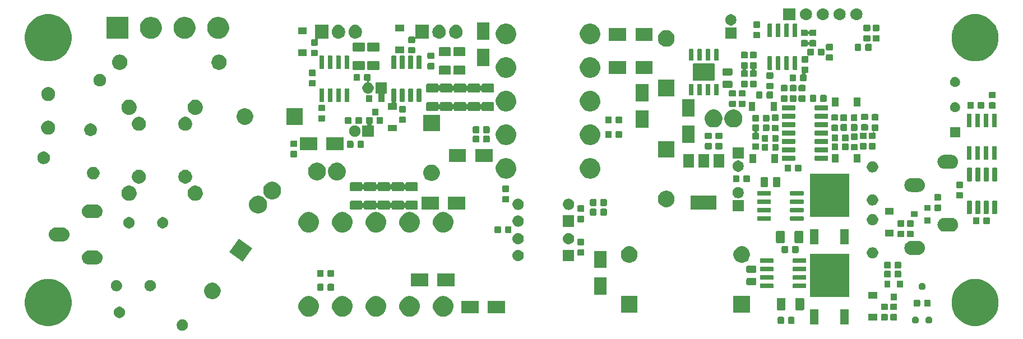
<source format=gbr>
G04 #@! TF.GenerationSoftware,KiCad,Pcbnew,5.1.4+dfsg1-1*
G04 #@! TF.CreationDate,2020-04-05T15:27:55+02:00*
G04 #@! TF.ProjectId,main,6d61696e-2e6b-4696-9361-645f70636258,rev?*
G04 #@! TF.SameCoordinates,Original*
G04 #@! TF.FileFunction,Soldermask,Bot*
G04 #@! TF.FilePolarity,Negative*
%FSLAX46Y46*%
G04 Gerber Fmt 4.6, Leading zero omitted, Abs format (unit mm)*
G04 Created by KiCad (PCBNEW 5.1.4+dfsg1-1) date 2020-04-05 15:27:55*
%MOMM*%
%LPD*%
G04 APERTURE LIST*
%ADD10C,0.100000*%
G04 APERTURE END LIST*
D10*
G36*
X125498228Y-97581703D02*
G01*
X125653100Y-97645853D01*
X125792481Y-97738985D01*
X125911015Y-97857519D01*
X126004147Y-97996900D01*
X126068297Y-98151772D01*
X126101000Y-98316184D01*
X126101000Y-98483816D01*
X126068297Y-98648228D01*
X126004147Y-98803100D01*
X125911015Y-98942481D01*
X125792481Y-99061015D01*
X125653100Y-99154147D01*
X125498228Y-99218297D01*
X125333816Y-99251000D01*
X125166184Y-99251000D01*
X125001772Y-99218297D01*
X124846900Y-99154147D01*
X124707519Y-99061015D01*
X124588985Y-98942481D01*
X124495853Y-98803100D01*
X124431703Y-98648228D01*
X124399000Y-98483816D01*
X124399000Y-98316184D01*
X124431703Y-98151772D01*
X124495853Y-97996900D01*
X124588985Y-97857519D01*
X124707519Y-97738985D01*
X124846900Y-97645853D01*
X125001772Y-97581703D01*
X125166184Y-97549000D01*
X125333816Y-97549000D01*
X125498228Y-97581703D01*
X125498228Y-97581703D01*
G37*
G36*
X246035787Y-91585462D02*
G01*
X246147427Y-91631705D01*
X246682029Y-91853144D01*
X247263631Y-92241758D01*
X247758242Y-92736369D01*
X248146856Y-93317971D01*
X248261541Y-93594845D01*
X248414538Y-93964213D01*
X248551000Y-94650256D01*
X248551000Y-95349744D01*
X248414538Y-96035787D01*
X248389265Y-96096802D01*
X248146856Y-96682029D01*
X247758242Y-97263631D01*
X247263631Y-97758242D01*
X246682029Y-98146856D01*
X246502288Y-98221307D01*
X246035787Y-98414538D01*
X245349744Y-98551000D01*
X244650256Y-98551000D01*
X243964213Y-98414538D01*
X243497712Y-98221307D01*
X243317971Y-98146856D01*
X242736369Y-97758242D01*
X242241758Y-97263631D01*
X241853144Y-96682029D01*
X241610735Y-96096802D01*
X241585462Y-96035787D01*
X241449000Y-95349744D01*
X241449000Y-94650256D01*
X241585462Y-93964213D01*
X241738459Y-93594845D01*
X241853144Y-93317971D01*
X242241758Y-92736369D01*
X242736369Y-92241758D01*
X243317971Y-91853144D01*
X243852573Y-91631705D01*
X243964213Y-91585462D01*
X244650256Y-91449000D01*
X245349744Y-91449000D01*
X246035787Y-91585462D01*
X246035787Y-91585462D01*
G37*
G36*
X106035787Y-91585462D02*
G01*
X106147427Y-91631705D01*
X106682029Y-91853144D01*
X107263631Y-92241758D01*
X107758242Y-92736369D01*
X108146856Y-93317971D01*
X108261541Y-93594845D01*
X108414538Y-93964213D01*
X108551000Y-94650256D01*
X108551000Y-95349744D01*
X108414538Y-96035787D01*
X108389265Y-96096802D01*
X108146856Y-96682029D01*
X107758242Y-97263631D01*
X107263631Y-97758242D01*
X106682029Y-98146856D01*
X106502288Y-98221307D01*
X106035787Y-98414538D01*
X105349744Y-98551000D01*
X104650256Y-98551000D01*
X103964213Y-98414538D01*
X103497712Y-98221307D01*
X103317971Y-98146856D01*
X102736369Y-97758242D01*
X102241758Y-97263631D01*
X101853144Y-96682029D01*
X101610735Y-96096802D01*
X101585462Y-96035787D01*
X101449000Y-95349744D01*
X101449000Y-94650256D01*
X101585462Y-93964213D01*
X101738459Y-93594845D01*
X101853144Y-93317971D01*
X102241758Y-92736369D01*
X102736369Y-92241758D01*
X103317971Y-91853144D01*
X103852573Y-91631705D01*
X103964213Y-91585462D01*
X104650256Y-91449000D01*
X105349744Y-91449000D01*
X106035787Y-91585462D01*
X106035787Y-91585462D01*
G37*
G36*
X225931000Y-98351000D02*
G01*
X224629000Y-98351000D01*
X224629000Y-96049000D01*
X225931000Y-96049000D01*
X225931000Y-98351000D01*
X225931000Y-98351000D01*
G37*
G36*
X221371000Y-98351000D02*
G01*
X220069000Y-98351000D01*
X220069000Y-96049000D01*
X221371000Y-96049000D01*
X221371000Y-98351000D01*
X221371000Y-98351000D01*
G37*
G36*
X217579591Y-97178085D02*
G01*
X217613569Y-97188393D01*
X217644890Y-97205134D01*
X217672339Y-97227661D01*
X217694866Y-97255110D01*
X217711607Y-97286431D01*
X217721915Y-97320409D01*
X217726000Y-97361890D01*
X217726000Y-98038110D01*
X217721915Y-98079591D01*
X217711607Y-98113569D01*
X217694866Y-98144890D01*
X217672339Y-98172339D01*
X217644890Y-98194866D01*
X217613569Y-98211607D01*
X217579591Y-98221915D01*
X217538110Y-98226000D01*
X216936890Y-98226000D01*
X216895409Y-98221915D01*
X216861431Y-98211607D01*
X216830110Y-98194866D01*
X216802661Y-98172339D01*
X216780134Y-98144890D01*
X216763393Y-98113569D01*
X216753085Y-98079591D01*
X216749000Y-98038110D01*
X216749000Y-97361890D01*
X216753085Y-97320409D01*
X216763393Y-97286431D01*
X216780134Y-97255110D01*
X216802661Y-97227661D01*
X216830110Y-97205134D01*
X216861431Y-97188393D01*
X216895409Y-97178085D01*
X216936890Y-97174000D01*
X217538110Y-97174000D01*
X217579591Y-97178085D01*
X217579591Y-97178085D01*
G37*
G36*
X216004591Y-97178085D02*
G01*
X216038569Y-97188393D01*
X216069890Y-97205134D01*
X216097339Y-97227661D01*
X216119866Y-97255110D01*
X216136607Y-97286431D01*
X216146915Y-97320409D01*
X216151000Y-97361890D01*
X216151000Y-98038110D01*
X216146915Y-98079591D01*
X216136607Y-98113569D01*
X216119866Y-98144890D01*
X216097339Y-98172339D01*
X216069890Y-98194866D01*
X216038569Y-98211607D01*
X216004591Y-98221915D01*
X215963110Y-98226000D01*
X215361890Y-98226000D01*
X215320409Y-98221915D01*
X215286431Y-98211607D01*
X215255110Y-98194866D01*
X215227661Y-98172339D01*
X215205134Y-98144890D01*
X215188393Y-98113569D01*
X215178085Y-98079591D01*
X215174000Y-98038110D01*
X215174000Y-97361890D01*
X215178085Y-97320409D01*
X215188393Y-97286431D01*
X215205134Y-97255110D01*
X215227661Y-97227661D01*
X215255110Y-97205134D01*
X215286431Y-97188393D01*
X215320409Y-97178085D01*
X215361890Y-97174000D01*
X215963110Y-97174000D01*
X216004591Y-97178085D01*
X216004591Y-97178085D01*
G37*
G36*
X236142609Y-97117136D02*
G01*
X236206622Y-97143651D01*
X236241567Y-97158126D01*
X236330627Y-97217634D01*
X236406366Y-97293373D01*
X236465874Y-97382433D01*
X236465875Y-97382435D01*
X236506864Y-97481391D01*
X236527760Y-97586443D01*
X236527760Y-97693557D01*
X236522240Y-97721307D01*
X236506864Y-97798609D01*
X236465874Y-97897567D01*
X236406366Y-97986627D01*
X236330627Y-98062366D01*
X236241567Y-98121874D01*
X236241566Y-98121875D01*
X236241565Y-98121875D01*
X236142609Y-98162864D01*
X236037557Y-98183760D01*
X235930443Y-98183760D01*
X235825391Y-98162864D01*
X235726435Y-98121875D01*
X235726434Y-98121875D01*
X235726433Y-98121874D01*
X235637373Y-98062366D01*
X235561634Y-97986627D01*
X235502126Y-97897567D01*
X235461136Y-97798609D01*
X235445760Y-97721307D01*
X235440240Y-97693557D01*
X235440240Y-97586443D01*
X235461136Y-97481391D01*
X235502125Y-97382435D01*
X235502126Y-97382433D01*
X235561634Y-97293373D01*
X235637373Y-97217634D01*
X235726433Y-97158126D01*
X235761379Y-97143651D01*
X235825391Y-97117136D01*
X235930443Y-97096240D01*
X236037557Y-97096240D01*
X236142609Y-97117136D01*
X236142609Y-97117136D01*
G37*
G36*
X238174609Y-97117136D02*
G01*
X238238622Y-97143651D01*
X238273567Y-97158126D01*
X238362627Y-97217634D01*
X238438366Y-97293373D01*
X238497874Y-97382433D01*
X238497875Y-97382435D01*
X238538864Y-97481391D01*
X238559760Y-97586443D01*
X238559760Y-97693557D01*
X238554240Y-97721307D01*
X238538864Y-97798609D01*
X238497874Y-97897567D01*
X238438366Y-97986627D01*
X238362627Y-98062366D01*
X238273567Y-98121874D01*
X238273566Y-98121875D01*
X238273565Y-98121875D01*
X238174609Y-98162864D01*
X238069557Y-98183760D01*
X237962443Y-98183760D01*
X237857391Y-98162864D01*
X237758435Y-98121875D01*
X237758434Y-98121875D01*
X237758433Y-98121874D01*
X237669373Y-98062366D01*
X237593634Y-97986627D01*
X237534126Y-97897567D01*
X237493136Y-97798609D01*
X237477760Y-97721307D01*
X237472240Y-97693557D01*
X237472240Y-97586443D01*
X237493136Y-97481391D01*
X237534125Y-97382435D01*
X237534126Y-97382433D01*
X237593634Y-97293373D01*
X237669373Y-97217634D01*
X237758433Y-97158126D01*
X237793379Y-97143651D01*
X237857391Y-97117136D01*
X237962443Y-97096240D01*
X238069557Y-97096240D01*
X238174609Y-97117136D01*
X238174609Y-97117136D01*
G37*
G36*
X233079591Y-96753085D02*
G01*
X233113569Y-96763393D01*
X233144890Y-96780134D01*
X233172339Y-96802661D01*
X233194866Y-96830110D01*
X233211607Y-96861431D01*
X233221915Y-96895409D01*
X233226000Y-96936890D01*
X233226000Y-97538110D01*
X233221915Y-97579591D01*
X233211607Y-97613569D01*
X233194866Y-97644890D01*
X233172339Y-97672339D01*
X233144890Y-97694866D01*
X233113569Y-97711607D01*
X233079591Y-97721915D01*
X233038110Y-97726000D01*
X232361890Y-97726000D01*
X232320409Y-97721915D01*
X232286431Y-97711607D01*
X232255110Y-97694866D01*
X232227661Y-97672339D01*
X232205134Y-97644890D01*
X232188393Y-97613569D01*
X232178085Y-97579591D01*
X232174000Y-97538110D01*
X232174000Y-96936890D01*
X232178085Y-96895409D01*
X232188393Y-96861431D01*
X232205134Y-96830110D01*
X232227661Y-96802661D01*
X232255110Y-96780134D01*
X232286431Y-96763393D01*
X232320409Y-96753085D01*
X232361890Y-96749000D01*
X233038110Y-96749000D01*
X233079591Y-96753085D01*
X233079591Y-96753085D01*
G37*
G36*
X231679591Y-96753085D02*
G01*
X231713569Y-96763393D01*
X231744890Y-96780134D01*
X231772339Y-96802661D01*
X231794866Y-96830110D01*
X231811607Y-96861431D01*
X231821915Y-96895409D01*
X231826000Y-96936890D01*
X231826000Y-97538110D01*
X231821915Y-97579591D01*
X231811607Y-97613569D01*
X231794866Y-97644890D01*
X231772339Y-97672339D01*
X231744890Y-97694866D01*
X231713569Y-97711607D01*
X231679591Y-97721915D01*
X231638110Y-97726000D01*
X230961890Y-97726000D01*
X230920409Y-97721915D01*
X230886431Y-97711607D01*
X230855110Y-97694866D01*
X230827661Y-97672339D01*
X230805134Y-97644890D01*
X230788393Y-97613569D01*
X230778085Y-97579591D01*
X230774000Y-97538110D01*
X230774000Y-96936890D01*
X230778085Y-96895409D01*
X230788393Y-96861431D01*
X230805134Y-96830110D01*
X230827661Y-96802661D01*
X230855110Y-96780134D01*
X230886431Y-96763393D01*
X230920409Y-96753085D01*
X230961890Y-96749000D01*
X231638110Y-96749000D01*
X231679591Y-96753085D01*
X231679591Y-96753085D01*
G37*
G36*
X230201000Y-97701000D02*
G01*
X228899000Y-97701000D01*
X228899000Y-96699000D01*
X230201000Y-96699000D01*
X230201000Y-97701000D01*
X230201000Y-97701000D01*
G37*
G36*
X115998228Y-95681703D02*
G01*
X116153100Y-95745853D01*
X116292481Y-95838985D01*
X116411015Y-95957519D01*
X116504147Y-96096900D01*
X116568297Y-96251772D01*
X116601000Y-96416184D01*
X116601000Y-96583816D01*
X116568297Y-96748228D01*
X116504147Y-96903100D01*
X116411015Y-97042481D01*
X116292481Y-97161015D01*
X116153100Y-97254147D01*
X115998228Y-97318297D01*
X115833816Y-97351000D01*
X115666184Y-97351000D01*
X115501772Y-97318297D01*
X115346900Y-97254147D01*
X115207519Y-97161015D01*
X115088985Y-97042481D01*
X114995853Y-96903100D01*
X114931703Y-96748228D01*
X114899000Y-96583816D01*
X114899000Y-96416184D01*
X114931703Y-96251772D01*
X114995853Y-96096900D01*
X115088985Y-95957519D01*
X115207519Y-95838985D01*
X115346900Y-95745853D01*
X115501772Y-95681703D01*
X115666184Y-95649000D01*
X115833816Y-95649000D01*
X115998228Y-95681703D01*
X115998228Y-95681703D01*
G37*
G36*
X154812585Y-94068802D02*
G01*
X154962410Y-94098604D01*
X155244674Y-94215521D01*
X155498705Y-94385259D01*
X155714741Y-94601295D01*
X155884479Y-94855326D01*
X156001396Y-95137590D01*
X156014831Y-95205134D01*
X156060290Y-95433668D01*
X156061000Y-95437240D01*
X156061000Y-95742760D01*
X156001396Y-96042410D01*
X155884479Y-96324674D01*
X155714741Y-96578705D01*
X155498705Y-96794741D01*
X155244674Y-96964479D01*
X154962410Y-97081396D01*
X154887784Y-97096240D01*
X154662761Y-97141000D01*
X154357239Y-97141000D01*
X154132216Y-97096240D01*
X154057590Y-97081396D01*
X153775326Y-96964479D01*
X153521295Y-96794741D01*
X153305259Y-96578705D01*
X153135521Y-96324674D01*
X153018604Y-96042410D01*
X152959000Y-95742760D01*
X152959000Y-95437240D01*
X152959711Y-95433668D01*
X153005169Y-95205134D01*
X153018604Y-95137590D01*
X153135521Y-94855326D01*
X153305259Y-94601295D01*
X153521295Y-94385259D01*
X153775326Y-94215521D01*
X154057590Y-94098604D01*
X154207415Y-94068802D01*
X154357239Y-94039000D01*
X154662761Y-94039000D01*
X154812585Y-94068802D01*
X154812585Y-94068802D01*
G37*
G36*
X164972585Y-94068802D02*
G01*
X165122410Y-94098604D01*
X165404674Y-94215521D01*
X165658705Y-94385259D01*
X165874741Y-94601295D01*
X166044479Y-94855326D01*
X166161396Y-95137590D01*
X166174831Y-95205134D01*
X166220290Y-95433668D01*
X166221000Y-95437240D01*
X166221000Y-95742760D01*
X166161396Y-96042410D01*
X166044479Y-96324674D01*
X165874741Y-96578705D01*
X165658705Y-96794741D01*
X165404674Y-96964479D01*
X165122410Y-97081396D01*
X165047784Y-97096240D01*
X164822761Y-97141000D01*
X164517239Y-97141000D01*
X164292216Y-97096240D01*
X164217590Y-97081396D01*
X163935326Y-96964479D01*
X163681295Y-96794741D01*
X163465259Y-96578705D01*
X163295521Y-96324674D01*
X163178604Y-96042410D01*
X163119000Y-95742760D01*
X163119000Y-95437240D01*
X163119711Y-95433668D01*
X163165169Y-95205134D01*
X163178604Y-95137590D01*
X163295521Y-94855326D01*
X163465259Y-94601295D01*
X163681295Y-94385259D01*
X163935326Y-94215521D01*
X164217590Y-94098604D01*
X164367415Y-94068802D01*
X164517239Y-94039000D01*
X164822761Y-94039000D01*
X164972585Y-94068802D01*
X164972585Y-94068802D01*
G37*
G36*
X159892585Y-94068802D02*
G01*
X160042410Y-94098604D01*
X160324674Y-94215521D01*
X160578705Y-94385259D01*
X160794741Y-94601295D01*
X160964479Y-94855326D01*
X161081396Y-95137590D01*
X161094831Y-95205134D01*
X161140290Y-95433668D01*
X161141000Y-95437240D01*
X161141000Y-95742760D01*
X161081396Y-96042410D01*
X160964479Y-96324674D01*
X160794741Y-96578705D01*
X160578705Y-96794741D01*
X160324674Y-96964479D01*
X160042410Y-97081396D01*
X159967784Y-97096240D01*
X159742761Y-97141000D01*
X159437239Y-97141000D01*
X159212216Y-97096240D01*
X159137590Y-97081396D01*
X158855326Y-96964479D01*
X158601295Y-96794741D01*
X158385259Y-96578705D01*
X158215521Y-96324674D01*
X158098604Y-96042410D01*
X158039000Y-95742760D01*
X158039000Y-95437240D01*
X158039711Y-95433668D01*
X158085169Y-95205134D01*
X158098604Y-95137590D01*
X158215521Y-94855326D01*
X158385259Y-94601295D01*
X158601295Y-94385259D01*
X158855326Y-94215521D01*
X159137590Y-94098604D01*
X159287415Y-94068802D01*
X159437239Y-94039000D01*
X159742761Y-94039000D01*
X159892585Y-94068802D01*
X159892585Y-94068802D01*
G37*
G36*
X149732585Y-94068802D02*
G01*
X149882410Y-94098604D01*
X150164674Y-94215521D01*
X150418705Y-94385259D01*
X150634741Y-94601295D01*
X150804479Y-94855326D01*
X150921396Y-95137590D01*
X150934831Y-95205134D01*
X150980290Y-95433668D01*
X150981000Y-95437240D01*
X150981000Y-95742760D01*
X150921396Y-96042410D01*
X150804479Y-96324674D01*
X150634741Y-96578705D01*
X150418705Y-96794741D01*
X150164674Y-96964479D01*
X149882410Y-97081396D01*
X149807784Y-97096240D01*
X149582761Y-97141000D01*
X149277239Y-97141000D01*
X149052216Y-97096240D01*
X148977590Y-97081396D01*
X148695326Y-96964479D01*
X148441295Y-96794741D01*
X148225259Y-96578705D01*
X148055521Y-96324674D01*
X147938604Y-96042410D01*
X147879000Y-95742760D01*
X147879000Y-95437240D01*
X147879711Y-95433668D01*
X147925169Y-95205134D01*
X147938604Y-95137590D01*
X148055521Y-94855326D01*
X148225259Y-94601295D01*
X148441295Y-94385259D01*
X148695326Y-94215521D01*
X148977590Y-94098604D01*
X149127415Y-94068802D01*
X149277239Y-94039000D01*
X149582761Y-94039000D01*
X149732585Y-94068802D01*
X149732585Y-94068802D01*
G37*
G36*
X144652585Y-94068802D02*
G01*
X144802410Y-94098604D01*
X145084674Y-94215521D01*
X145338705Y-94385259D01*
X145554741Y-94601295D01*
X145724479Y-94855326D01*
X145841396Y-95137590D01*
X145854831Y-95205134D01*
X145900290Y-95433668D01*
X145901000Y-95437240D01*
X145901000Y-95742760D01*
X145841396Y-96042410D01*
X145724479Y-96324674D01*
X145554741Y-96578705D01*
X145338705Y-96794741D01*
X145084674Y-96964479D01*
X144802410Y-97081396D01*
X144727784Y-97096240D01*
X144502761Y-97141000D01*
X144197239Y-97141000D01*
X143972216Y-97096240D01*
X143897590Y-97081396D01*
X143615326Y-96964479D01*
X143361295Y-96794741D01*
X143145259Y-96578705D01*
X142975521Y-96324674D01*
X142858604Y-96042410D01*
X142799000Y-95742760D01*
X142799000Y-95437240D01*
X142799711Y-95433668D01*
X142845169Y-95205134D01*
X142858604Y-95137590D01*
X142975521Y-94855326D01*
X143145259Y-94601295D01*
X143361295Y-94385259D01*
X143615326Y-94215521D01*
X143897590Y-94098604D01*
X144047415Y-94068802D01*
X144197239Y-94039000D01*
X144502761Y-94039000D01*
X144652585Y-94068802D01*
X144652585Y-94068802D01*
G37*
G36*
X174001000Y-96651000D02*
G01*
X171399000Y-96651000D01*
X171399000Y-94749000D01*
X174001000Y-94749000D01*
X174001000Y-96651000D01*
X174001000Y-96651000D01*
G37*
G36*
X170001000Y-96651000D02*
G01*
X167399000Y-96651000D01*
X167399000Y-94749000D01*
X170001000Y-94749000D01*
X170001000Y-96651000D01*
X170001000Y-96651000D01*
G37*
G36*
X194001000Y-96501000D02*
G01*
X191499000Y-96501000D01*
X191499000Y-93999000D01*
X194001000Y-93999000D01*
X194001000Y-96501000D01*
X194001000Y-96501000D01*
G37*
G36*
X211001000Y-96501000D02*
G01*
X208499000Y-96501000D01*
X208499000Y-93999000D01*
X211001000Y-93999000D01*
X211001000Y-96501000D01*
X211001000Y-96501000D01*
G37*
G36*
X219018604Y-94328347D02*
G01*
X219055144Y-94339432D01*
X219088821Y-94357433D01*
X219118341Y-94381659D01*
X219142567Y-94411179D01*
X219160568Y-94444856D01*
X219171653Y-94481396D01*
X219176000Y-94525538D01*
X219176000Y-95974462D01*
X219171653Y-96018604D01*
X219160568Y-96055144D01*
X219142567Y-96088821D01*
X219118341Y-96118341D01*
X219088821Y-96142567D01*
X219055144Y-96160568D01*
X219018604Y-96171653D01*
X218974462Y-96176000D01*
X218025538Y-96176000D01*
X217981396Y-96171653D01*
X217944856Y-96160568D01*
X217911179Y-96142567D01*
X217881659Y-96118341D01*
X217857433Y-96088821D01*
X217839432Y-96055144D01*
X217828347Y-96018604D01*
X217824000Y-95974462D01*
X217824000Y-94525538D01*
X217828347Y-94481396D01*
X217839432Y-94444856D01*
X217857433Y-94411179D01*
X217881659Y-94381659D01*
X217911179Y-94357433D01*
X217944856Y-94339432D01*
X217981396Y-94328347D01*
X218025538Y-94324000D01*
X218974462Y-94324000D01*
X219018604Y-94328347D01*
X219018604Y-94328347D01*
G37*
G36*
X216218604Y-94328347D02*
G01*
X216255144Y-94339432D01*
X216288821Y-94357433D01*
X216318341Y-94381659D01*
X216342567Y-94411179D01*
X216360568Y-94444856D01*
X216371653Y-94481396D01*
X216376000Y-94525538D01*
X216376000Y-95974462D01*
X216371653Y-96018604D01*
X216360568Y-96055144D01*
X216342567Y-96088821D01*
X216318341Y-96118341D01*
X216288821Y-96142567D01*
X216255144Y-96160568D01*
X216218604Y-96171653D01*
X216174462Y-96176000D01*
X215225538Y-96176000D01*
X215181396Y-96171653D01*
X215144856Y-96160568D01*
X215111179Y-96142567D01*
X215081659Y-96118341D01*
X215057433Y-96088821D01*
X215039432Y-96055144D01*
X215028347Y-96018604D01*
X215024000Y-95974462D01*
X215024000Y-94525538D01*
X215028347Y-94481396D01*
X215039432Y-94444856D01*
X215057433Y-94411179D01*
X215081659Y-94381659D01*
X215111179Y-94357433D01*
X215144856Y-94339432D01*
X215181396Y-94328347D01*
X215225538Y-94324000D01*
X216174462Y-94324000D01*
X216218604Y-94328347D01*
X216218604Y-94328347D01*
G37*
G36*
X233079591Y-95178085D02*
G01*
X233113569Y-95188393D01*
X233144890Y-95205134D01*
X233172339Y-95227661D01*
X233194866Y-95255110D01*
X233211607Y-95286431D01*
X233221915Y-95320409D01*
X233226000Y-95361890D01*
X233226000Y-95963110D01*
X233221915Y-96004591D01*
X233211607Y-96038569D01*
X233194866Y-96069890D01*
X233172339Y-96097339D01*
X233144890Y-96119866D01*
X233113569Y-96136607D01*
X233079591Y-96146915D01*
X233038110Y-96151000D01*
X232361890Y-96151000D01*
X232320409Y-96146915D01*
X232286431Y-96136607D01*
X232255110Y-96119866D01*
X232227661Y-96097339D01*
X232205134Y-96069890D01*
X232188393Y-96038569D01*
X232178085Y-96004591D01*
X232174000Y-95963110D01*
X232174000Y-95361890D01*
X232178085Y-95320409D01*
X232188393Y-95286431D01*
X232205134Y-95255110D01*
X232227661Y-95227661D01*
X232255110Y-95205134D01*
X232286431Y-95188393D01*
X232320409Y-95178085D01*
X232361890Y-95174000D01*
X233038110Y-95174000D01*
X233079591Y-95178085D01*
X233079591Y-95178085D01*
G37*
G36*
X231679591Y-95178085D02*
G01*
X231713569Y-95188393D01*
X231744890Y-95205134D01*
X231772339Y-95227661D01*
X231794866Y-95255110D01*
X231811607Y-95286431D01*
X231821915Y-95320409D01*
X231826000Y-95361890D01*
X231826000Y-95963110D01*
X231821915Y-96004591D01*
X231811607Y-96038569D01*
X231794866Y-96069890D01*
X231772339Y-96097339D01*
X231744890Y-96119866D01*
X231713569Y-96136607D01*
X231679591Y-96146915D01*
X231638110Y-96151000D01*
X230961890Y-96151000D01*
X230920409Y-96146915D01*
X230886431Y-96136607D01*
X230855110Y-96119866D01*
X230827661Y-96097339D01*
X230805134Y-96069890D01*
X230788393Y-96038569D01*
X230778085Y-96004591D01*
X230774000Y-95963110D01*
X230774000Y-95361890D01*
X230778085Y-95320409D01*
X230788393Y-95286431D01*
X230805134Y-95255110D01*
X230827661Y-95227661D01*
X230855110Y-95205134D01*
X230886431Y-95188393D01*
X230920409Y-95178085D01*
X230961890Y-95174000D01*
X231638110Y-95174000D01*
X231679591Y-95178085D01*
X231679591Y-95178085D01*
G37*
G36*
X238129591Y-94578085D02*
G01*
X238163569Y-94588393D01*
X238194890Y-94605134D01*
X238222339Y-94627661D01*
X238244866Y-94655110D01*
X238261607Y-94686431D01*
X238271915Y-94720409D01*
X238276000Y-94761890D01*
X238276000Y-95438110D01*
X238271915Y-95479591D01*
X238261607Y-95513569D01*
X238244866Y-95544890D01*
X238222339Y-95572339D01*
X238194890Y-95594866D01*
X238163569Y-95611607D01*
X238129591Y-95621915D01*
X238088110Y-95626000D01*
X237486890Y-95626000D01*
X237445409Y-95621915D01*
X237411431Y-95611607D01*
X237380110Y-95594866D01*
X237352661Y-95572339D01*
X237330134Y-95544890D01*
X237313393Y-95513569D01*
X237303085Y-95479591D01*
X237299000Y-95438110D01*
X237299000Y-94761890D01*
X237303085Y-94720409D01*
X237313393Y-94686431D01*
X237330134Y-94655110D01*
X237352661Y-94627661D01*
X237380110Y-94605134D01*
X237411431Y-94588393D01*
X237445409Y-94578085D01*
X237486890Y-94574000D01*
X238088110Y-94574000D01*
X238129591Y-94578085D01*
X238129591Y-94578085D01*
G37*
G36*
X236554591Y-94578085D02*
G01*
X236588569Y-94588393D01*
X236619890Y-94605134D01*
X236647339Y-94627661D01*
X236669866Y-94655110D01*
X236686607Y-94686431D01*
X236696915Y-94720409D01*
X236701000Y-94761890D01*
X236701000Y-95438110D01*
X236696915Y-95479591D01*
X236686607Y-95513569D01*
X236669866Y-95544890D01*
X236647339Y-95572339D01*
X236619890Y-95594866D01*
X236588569Y-95611607D01*
X236554591Y-95621915D01*
X236513110Y-95626000D01*
X235911890Y-95626000D01*
X235870409Y-95621915D01*
X235836431Y-95611607D01*
X235805110Y-95594866D01*
X235777661Y-95572339D01*
X235755134Y-95544890D01*
X235738393Y-95513569D01*
X235728085Y-95479591D01*
X235724000Y-95438110D01*
X235724000Y-94761890D01*
X235728085Y-94720409D01*
X235738393Y-94686431D01*
X235755134Y-94655110D01*
X235777661Y-94627661D01*
X235805110Y-94605134D01*
X235836431Y-94588393D01*
X235870409Y-94578085D01*
X235911890Y-94574000D01*
X236513110Y-94574000D01*
X236554591Y-94578085D01*
X236554591Y-94578085D01*
G37*
G36*
X233151000Y-94701000D02*
G01*
X232249000Y-94701000D01*
X232249000Y-93699000D01*
X233151000Y-93699000D01*
X233151000Y-94701000D01*
X233151000Y-94701000D01*
G37*
G36*
X130033651Y-92014970D02*
G01*
X130163080Y-92040715D01*
X130390748Y-92135018D01*
X130595643Y-92271925D01*
X130769892Y-92446174D01*
X130906799Y-92651069D01*
X130906800Y-92651071D01*
X131001102Y-92878737D01*
X131048585Y-93117448D01*
X131049177Y-93120427D01*
X131049177Y-93366853D01*
X131001102Y-93608543D01*
X130906799Y-93836211D01*
X130769892Y-94041106D01*
X130595643Y-94215355D01*
X130390748Y-94352262D01*
X130390747Y-94352263D01*
X130390746Y-94352263D01*
X130163080Y-94446565D01*
X129921391Y-94494640D01*
X129674963Y-94494640D01*
X129433274Y-94446565D01*
X129205608Y-94352263D01*
X129205607Y-94352263D01*
X129205606Y-94352262D01*
X129000711Y-94215355D01*
X128826462Y-94041106D01*
X128689555Y-93836211D01*
X128595252Y-93608543D01*
X128547177Y-93366853D01*
X128547177Y-93120427D01*
X128547770Y-93117448D01*
X128595252Y-92878737D01*
X128689554Y-92651071D01*
X128689555Y-92651069D01*
X128826462Y-92446174D01*
X129000711Y-92271925D01*
X129205606Y-92135018D01*
X129433274Y-92040715D01*
X129562703Y-92014970D01*
X129674963Y-91992640D01*
X129921391Y-91992640D01*
X130033651Y-92014970D01*
X130033651Y-92014970D01*
G37*
G36*
X230201000Y-94401000D02*
G01*
X228899000Y-94401000D01*
X228899000Y-93399000D01*
X230201000Y-93399000D01*
X230201000Y-94401000D01*
X230201000Y-94401000D01*
G37*
G36*
X225951000Y-94151000D02*
G01*
X220049000Y-94151000D01*
X220049000Y-87649000D01*
X225951000Y-87649000D01*
X225951000Y-94151000D01*
X225951000Y-94151000D01*
G37*
G36*
X189351000Y-93801000D02*
G01*
X187449000Y-93801000D01*
X187449000Y-91199000D01*
X189351000Y-91199000D01*
X189351000Y-93801000D01*
X189351000Y-93801000D01*
G37*
G36*
X115548228Y-91631703D02*
G01*
X115703100Y-91695853D01*
X115842481Y-91788985D01*
X115961015Y-91907519D01*
X116054147Y-92046900D01*
X116118297Y-92201772D01*
X116151000Y-92366184D01*
X116151000Y-92533816D01*
X116118297Y-92698228D01*
X116054147Y-92853100D01*
X115961015Y-92992481D01*
X115842481Y-93111015D01*
X115703100Y-93204147D01*
X115548228Y-93268297D01*
X115383816Y-93301000D01*
X115216184Y-93301000D01*
X115051772Y-93268297D01*
X114896900Y-93204147D01*
X114757519Y-93111015D01*
X114638985Y-92992481D01*
X114545853Y-92853100D01*
X114481703Y-92698228D01*
X114449000Y-92533816D01*
X114449000Y-92366184D01*
X114481703Y-92201772D01*
X114545853Y-92046900D01*
X114638985Y-91907519D01*
X114757519Y-91788985D01*
X114896900Y-91695853D01*
X115051772Y-91631703D01*
X115216184Y-91599000D01*
X115383816Y-91599000D01*
X115548228Y-91631703D01*
X115548228Y-91631703D01*
G37*
G36*
X120648228Y-91631703D02*
G01*
X120803100Y-91695853D01*
X120942481Y-91788985D01*
X121061015Y-91907519D01*
X121154147Y-92046900D01*
X121218297Y-92201772D01*
X121251000Y-92366184D01*
X121251000Y-92533816D01*
X121218297Y-92698228D01*
X121154147Y-92853100D01*
X121061015Y-92992481D01*
X120942481Y-93111015D01*
X120803100Y-93204147D01*
X120648228Y-93268297D01*
X120483816Y-93301000D01*
X120316184Y-93301000D01*
X120151772Y-93268297D01*
X119996900Y-93204147D01*
X119857519Y-93111015D01*
X119738985Y-92992481D01*
X119645853Y-92853100D01*
X119581703Y-92698228D01*
X119549000Y-92533816D01*
X119549000Y-92366184D01*
X119581703Y-92201772D01*
X119645853Y-92046900D01*
X119738985Y-91907519D01*
X119857519Y-91788985D01*
X119996900Y-91695853D01*
X120151772Y-91631703D01*
X120316184Y-91599000D01*
X120483816Y-91599000D01*
X120648228Y-91631703D01*
X120648228Y-91631703D01*
G37*
G36*
X148029591Y-92178085D02*
G01*
X148063569Y-92188393D01*
X148094890Y-92205134D01*
X148122339Y-92227661D01*
X148144866Y-92255110D01*
X148161607Y-92286431D01*
X148171915Y-92320409D01*
X148176000Y-92361890D01*
X148176000Y-93038110D01*
X148171915Y-93079591D01*
X148161607Y-93113569D01*
X148144866Y-93144890D01*
X148122339Y-93172339D01*
X148094890Y-93194866D01*
X148063569Y-93211607D01*
X148029591Y-93221915D01*
X147988110Y-93226000D01*
X147386890Y-93226000D01*
X147345409Y-93221915D01*
X147311431Y-93211607D01*
X147280110Y-93194866D01*
X147252661Y-93172339D01*
X147230134Y-93144890D01*
X147213393Y-93113569D01*
X147203085Y-93079591D01*
X147199000Y-93038110D01*
X147199000Y-92361890D01*
X147203085Y-92320409D01*
X147213393Y-92286431D01*
X147230134Y-92255110D01*
X147252661Y-92227661D01*
X147280110Y-92205134D01*
X147311431Y-92188393D01*
X147345409Y-92178085D01*
X147386890Y-92174000D01*
X147988110Y-92174000D01*
X148029591Y-92178085D01*
X148029591Y-92178085D01*
G37*
G36*
X146454591Y-92178085D02*
G01*
X146488569Y-92188393D01*
X146519890Y-92205134D01*
X146547339Y-92227661D01*
X146569866Y-92255110D01*
X146586607Y-92286431D01*
X146596915Y-92320409D01*
X146601000Y-92361890D01*
X146601000Y-93038110D01*
X146596915Y-93079591D01*
X146586607Y-93113569D01*
X146569866Y-93144890D01*
X146547339Y-93172339D01*
X146519890Y-93194866D01*
X146488569Y-93211607D01*
X146454591Y-93221915D01*
X146413110Y-93226000D01*
X145811890Y-93226000D01*
X145770409Y-93221915D01*
X145736431Y-93211607D01*
X145705110Y-93194866D01*
X145677661Y-93172339D01*
X145655134Y-93144890D01*
X145638393Y-93113569D01*
X145628085Y-93079591D01*
X145624000Y-93038110D01*
X145624000Y-92361890D01*
X145628085Y-92320409D01*
X145638393Y-92286431D01*
X145655134Y-92255110D01*
X145677661Y-92227661D01*
X145705110Y-92205134D01*
X145736431Y-92188393D01*
X145770409Y-92178085D01*
X145811890Y-92174000D01*
X146413110Y-92174000D01*
X146454591Y-92178085D01*
X146454591Y-92178085D01*
G37*
G36*
X237102527Y-92024686D02*
G01*
X237158979Y-92035915D01*
X237185499Y-92046900D01*
X237258170Y-92077001D01*
X237347434Y-92136645D01*
X237423355Y-92212566D01*
X237482999Y-92301830D01*
X237506971Y-92359704D01*
X237524085Y-92401021D01*
X237545030Y-92506319D01*
X237545030Y-92613681D01*
X237524929Y-92714738D01*
X237524085Y-92718978D01*
X237482999Y-92818170D01*
X237423355Y-92907434D01*
X237347434Y-92983355D01*
X237258170Y-93042999D01*
X237192042Y-93070390D01*
X237158979Y-93084085D01*
X237106330Y-93094557D01*
X237053682Y-93105030D01*
X236946318Y-93105030D01*
X236893670Y-93094558D01*
X236841021Y-93084085D01*
X236807958Y-93070390D01*
X236741830Y-93042999D01*
X236652566Y-92983355D01*
X236576645Y-92907434D01*
X236517001Y-92818170D01*
X236475915Y-92718978D01*
X236475072Y-92714738D01*
X236454970Y-92613681D01*
X236454970Y-92506319D01*
X236475915Y-92401021D01*
X236493029Y-92359704D01*
X236517001Y-92301830D01*
X236576645Y-92212566D01*
X236652566Y-92136645D01*
X236741830Y-92077001D01*
X236814501Y-92046900D01*
X236841021Y-92035915D01*
X236897473Y-92024686D01*
X236946318Y-92014970D01*
X237053682Y-92014970D01*
X237102527Y-92024686D01*
X237102527Y-92024686D01*
G37*
G36*
X219409928Y-92156764D02*
G01*
X219431009Y-92163160D01*
X219450445Y-92173548D01*
X219467476Y-92187524D01*
X219481452Y-92204555D01*
X219491840Y-92223991D01*
X219498236Y-92245072D01*
X219501000Y-92273140D01*
X219501000Y-92736860D01*
X219498236Y-92764928D01*
X219491840Y-92786009D01*
X219481452Y-92805445D01*
X219467476Y-92822476D01*
X219450445Y-92836452D01*
X219431009Y-92846840D01*
X219409928Y-92853236D01*
X219381860Y-92856000D01*
X217568140Y-92856000D01*
X217540072Y-92853236D01*
X217518991Y-92846840D01*
X217499555Y-92836452D01*
X217482524Y-92822476D01*
X217468548Y-92805445D01*
X217458160Y-92786009D01*
X217451764Y-92764928D01*
X217449000Y-92736860D01*
X217449000Y-92273140D01*
X217451764Y-92245072D01*
X217458160Y-92223991D01*
X217468548Y-92204555D01*
X217482524Y-92187524D01*
X217499555Y-92173548D01*
X217518991Y-92163160D01*
X217540072Y-92156764D01*
X217568140Y-92154000D01*
X219381860Y-92154000D01*
X219409928Y-92156764D01*
X219409928Y-92156764D01*
G37*
G36*
X214459928Y-92156764D02*
G01*
X214481009Y-92163160D01*
X214500445Y-92173548D01*
X214517476Y-92187524D01*
X214531452Y-92204555D01*
X214541840Y-92223991D01*
X214548236Y-92245072D01*
X214551000Y-92273140D01*
X214551000Y-92736860D01*
X214548236Y-92764928D01*
X214541840Y-92786009D01*
X214531452Y-92805445D01*
X214517476Y-92822476D01*
X214500445Y-92836452D01*
X214481009Y-92846840D01*
X214459928Y-92853236D01*
X214431860Y-92856000D01*
X212618140Y-92856000D01*
X212590072Y-92853236D01*
X212568991Y-92846840D01*
X212549555Y-92836452D01*
X212532524Y-92822476D01*
X212518548Y-92805445D01*
X212508160Y-92786009D01*
X212501764Y-92764928D01*
X212499000Y-92736860D01*
X212499000Y-92273140D01*
X212501764Y-92245072D01*
X212508160Y-92223991D01*
X212518548Y-92204555D01*
X212532524Y-92187524D01*
X212549555Y-92173548D01*
X212568991Y-92163160D01*
X212590072Y-92156764D01*
X212618140Y-92154000D01*
X214431860Y-92154000D01*
X214459928Y-92156764D01*
X214459928Y-92156764D01*
G37*
G36*
X234101000Y-92701000D02*
G01*
X233199000Y-92701000D01*
X233199000Y-91699000D01*
X234101000Y-91699000D01*
X234101000Y-92701000D01*
X234101000Y-92701000D01*
G37*
G36*
X232201000Y-92701000D02*
G01*
X231299000Y-92701000D01*
X231299000Y-91699000D01*
X232201000Y-91699000D01*
X232201000Y-92701000D01*
X232201000Y-92701000D01*
G37*
G36*
X166401000Y-92551000D02*
G01*
X163799000Y-92551000D01*
X163799000Y-90649000D01*
X166401000Y-90649000D01*
X166401000Y-92551000D01*
X166401000Y-92551000D01*
G37*
G36*
X162401000Y-92551000D02*
G01*
X159799000Y-92551000D01*
X159799000Y-90649000D01*
X162401000Y-90649000D01*
X162401000Y-92551000D01*
X162401000Y-92551000D01*
G37*
G36*
X211784468Y-91303565D02*
G01*
X211823138Y-91315296D01*
X211858777Y-91334346D01*
X211890017Y-91359983D01*
X211915654Y-91391223D01*
X211934704Y-91426862D01*
X211946435Y-91465532D01*
X211951000Y-91511888D01*
X211951000Y-92163112D01*
X211946435Y-92209468D01*
X211934704Y-92248138D01*
X211915654Y-92283777D01*
X211890017Y-92315017D01*
X211858777Y-92340654D01*
X211823138Y-92359704D01*
X211784468Y-92371435D01*
X211738112Y-92376000D01*
X210661888Y-92376000D01*
X210615532Y-92371435D01*
X210576862Y-92359704D01*
X210541223Y-92340654D01*
X210509983Y-92315017D01*
X210484346Y-92283777D01*
X210465296Y-92248138D01*
X210453565Y-92209468D01*
X210449000Y-92163112D01*
X210449000Y-91511888D01*
X210453565Y-91465532D01*
X210465296Y-91426862D01*
X210484346Y-91391223D01*
X210509983Y-91359983D01*
X210541223Y-91334346D01*
X210576862Y-91315296D01*
X210615532Y-91303565D01*
X210661888Y-91299000D01*
X211738112Y-91299000D01*
X211784468Y-91303565D01*
X211784468Y-91303565D01*
G37*
G36*
X219409928Y-90886764D02*
G01*
X219431009Y-90893160D01*
X219450445Y-90903548D01*
X219467476Y-90917524D01*
X219481452Y-90934555D01*
X219491840Y-90953991D01*
X219498236Y-90975072D01*
X219501000Y-91003140D01*
X219501000Y-91466860D01*
X219498236Y-91494928D01*
X219491840Y-91516009D01*
X219481452Y-91535445D01*
X219467476Y-91552476D01*
X219450445Y-91566452D01*
X219431009Y-91576840D01*
X219409928Y-91583236D01*
X219381860Y-91586000D01*
X217568140Y-91586000D01*
X217540072Y-91583236D01*
X217518991Y-91576840D01*
X217499555Y-91566452D01*
X217482524Y-91552476D01*
X217468548Y-91535445D01*
X217458160Y-91516009D01*
X217451764Y-91494928D01*
X217449000Y-91466860D01*
X217449000Y-91003140D01*
X217451764Y-90975072D01*
X217458160Y-90953991D01*
X217468548Y-90934555D01*
X217482524Y-90917524D01*
X217499555Y-90903548D01*
X217518991Y-90893160D01*
X217540072Y-90886764D01*
X217568140Y-90884000D01*
X219381860Y-90884000D01*
X219409928Y-90886764D01*
X219409928Y-90886764D01*
G37*
G36*
X214459928Y-90886764D02*
G01*
X214481009Y-90893160D01*
X214500445Y-90903548D01*
X214517476Y-90917524D01*
X214531452Y-90934555D01*
X214541840Y-90953991D01*
X214548236Y-90975072D01*
X214551000Y-91003140D01*
X214551000Y-91466860D01*
X214548236Y-91494928D01*
X214541840Y-91516009D01*
X214531452Y-91535445D01*
X214517476Y-91552476D01*
X214500445Y-91566452D01*
X214481009Y-91576840D01*
X214459928Y-91583236D01*
X214431860Y-91586000D01*
X212618140Y-91586000D01*
X212590072Y-91583236D01*
X212568991Y-91576840D01*
X212549555Y-91566452D01*
X212532524Y-91552476D01*
X212518548Y-91535445D01*
X212508160Y-91516009D01*
X212501764Y-91494928D01*
X212499000Y-91466860D01*
X212499000Y-91003140D01*
X212501764Y-90975072D01*
X212508160Y-90953991D01*
X212518548Y-90934555D01*
X212532524Y-90917524D01*
X212549555Y-90903548D01*
X212568991Y-90893160D01*
X212590072Y-90886764D01*
X212618140Y-90884000D01*
X214431860Y-90884000D01*
X214459928Y-90886764D01*
X214459928Y-90886764D01*
G37*
G36*
X233679591Y-90178085D02*
G01*
X233713569Y-90188393D01*
X233744890Y-90205134D01*
X233772339Y-90227661D01*
X233794866Y-90255110D01*
X233811607Y-90286431D01*
X233821915Y-90320409D01*
X233826000Y-90361890D01*
X233826000Y-91038110D01*
X233821915Y-91079591D01*
X233811607Y-91113569D01*
X233794866Y-91144890D01*
X233772339Y-91172339D01*
X233744890Y-91194866D01*
X233713569Y-91211607D01*
X233679591Y-91221915D01*
X233638110Y-91226000D01*
X233036890Y-91226000D01*
X232995409Y-91221915D01*
X232961431Y-91211607D01*
X232930110Y-91194866D01*
X232902661Y-91172339D01*
X232880134Y-91144890D01*
X232863393Y-91113569D01*
X232853085Y-91079591D01*
X232849000Y-91038110D01*
X232849000Y-90361890D01*
X232853085Y-90320409D01*
X232863393Y-90286431D01*
X232880134Y-90255110D01*
X232902661Y-90227661D01*
X232930110Y-90205134D01*
X232961431Y-90188393D01*
X232995409Y-90178085D01*
X233036890Y-90174000D01*
X233638110Y-90174000D01*
X233679591Y-90178085D01*
X233679591Y-90178085D01*
G37*
G36*
X232104591Y-90178085D02*
G01*
X232138569Y-90188393D01*
X232169890Y-90205134D01*
X232197339Y-90227661D01*
X232219866Y-90255110D01*
X232236607Y-90286431D01*
X232246915Y-90320409D01*
X232251000Y-90361890D01*
X232251000Y-91038110D01*
X232246915Y-91079591D01*
X232236607Y-91113569D01*
X232219866Y-91144890D01*
X232197339Y-91172339D01*
X232169890Y-91194866D01*
X232138569Y-91211607D01*
X232104591Y-91221915D01*
X232063110Y-91226000D01*
X231461890Y-91226000D01*
X231420409Y-91221915D01*
X231386431Y-91211607D01*
X231355110Y-91194866D01*
X231327661Y-91172339D01*
X231305134Y-91144890D01*
X231288393Y-91113569D01*
X231278085Y-91079591D01*
X231274000Y-91038110D01*
X231274000Y-90361890D01*
X231278085Y-90320409D01*
X231288393Y-90286431D01*
X231305134Y-90255110D01*
X231327661Y-90227661D01*
X231355110Y-90205134D01*
X231386431Y-90188393D01*
X231420409Y-90178085D01*
X231461890Y-90174000D01*
X232063110Y-90174000D01*
X232104591Y-90178085D01*
X232104591Y-90178085D01*
G37*
G36*
X148029591Y-90078085D02*
G01*
X148063569Y-90088393D01*
X148094890Y-90105134D01*
X148122339Y-90127661D01*
X148144866Y-90155110D01*
X148161607Y-90186431D01*
X148171915Y-90220409D01*
X148176000Y-90261890D01*
X148176000Y-90938110D01*
X148171915Y-90979591D01*
X148161607Y-91013569D01*
X148144866Y-91044890D01*
X148122339Y-91072339D01*
X148094890Y-91094866D01*
X148063569Y-91111607D01*
X148029591Y-91121915D01*
X147988110Y-91126000D01*
X147386890Y-91126000D01*
X147345409Y-91121915D01*
X147311431Y-91111607D01*
X147280110Y-91094866D01*
X147252661Y-91072339D01*
X147230134Y-91044890D01*
X147213393Y-91013569D01*
X147203085Y-90979591D01*
X147199000Y-90938110D01*
X147199000Y-90261890D01*
X147203085Y-90220409D01*
X147213393Y-90186431D01*
X147230134Y-90155110D01*
X147252661Y-90127661D01*
X147280110Y-90105134D01*
X147311431Y-90088393D01*
X147345409Y-90078085D01*
X147386890Y-90074000D01*
X147988110Y-90074000D01*
X148029591Y-90078085D01*
X148029591Y-90078085D01*
G37*
G36*
X146454591Y-90078085D02*
G01*
X146488569Y-90088393D01*
X146519890Y-90105134D01*
X146547339Y-90127661D01*
X146569866Y-90155110D01*
X146586607Y-90186431D01*
X146596915Y-90220409D01*
X146601000Y-90261890D01*
X146601000Y-90938110D01*
X146596915Y-90979591D01*
X146586607Y-91013569D01*
X146569866Y-91044890D01*
X146547339Y-91072339D01*
X146519890Y-91094866D01*
X146488569Y-91111607D01*
X146454591Y-91121915D01*
X146413110Y-91126000D01*
X145811890Y-91126000D01*
X145770409Y-91121915D01*
X145736431Y-91111607D01*
X145705110Y-91094866D01*
X145677661Y-91072339D01*
X145655134Y-91044890D01*
X145638393Y-91013569D01*
X145628085Y-90979591D01*
X145624000Y-90938110D01*
X145624000Y-90261890D01*
X145628085Y-90220409D01*
X145638393Y-90186431D01*
X145655134Y-90155110D01*
X145677661Y-90127661D01*
X145705110Y-90105134D01*
X145736431Y-90088393D01*
X145770409Y-90078085D01*
X145811890Y-90074000D01*
X146413110Y-90074000D01*
X146454591Y-90078085D01*
X146454591Y-90078085D01*
G37*
G36*
X211784468Y-89428565D02*
G01*
X211823138Y-89440296D01*
X211858777Y-89459346D01*
X211890017Y-89484983D01*
X211915654Y-89516223D01*
X211934704Y-89551862D01*
X211946435Y-89590532D01*
X211951000Y-89636888D01*
X211951000Y-90288112D01*
X211946435Y-90334468D01*
X211934704Y-90373138D01*
X211915654Y-90408777D01*
X211890017Y-90440017D01*
X211858777Y-90465654D01*
X211823138Y-90484704D01*
X211784468Y-90496435D01*
X211738112Y-90501000D01*
X210661888Y-90501000D01*
X210615532Y-90496435D01*
X210576862Y-90484704D01*
X210541223Y-90465654D01*
X210509983Y-90440017D01*
X210484346Y-90408777D01*
X210465296Y-90373138D01*
X210453565Y-90334468D01*
X210449000Y-90288112D01*
X210449000Y-89636888D01*
X210453565Y-89590532D01*
X210465296Y-89551862D01*
X210484346Y-89516223D01*
X210509983Y-89484983D01*
X210541223Y-89459346D01*
X210576862Y-89440296D01*
X210615532Y-89428565D01*
X210661888Y-89424000D01*
X211738112Y-89424000D01*
X211784468Y-89428565D01*
X211784468Y-89428565D01*
G37*
G36*
X219409928Y-89616764D02*
G01*
X219431009Y-89623160D01*
X219450445Y-89633548D01*
X219467476Y-89647524D01*
X219481452Y-89664555D01*
X219491840Y-89683991D01*
X219498236Y-89705072D01*
X219501000Y-89733140D01*
X219501000Y-90196860D01*
X219498236Y-90224928D01*
X219491840Y-90246009D01*
X219481452Y-90265445D01*
X219467476Y-90282476D01*
X219450445Y-90296452D01*
X219431009Y-90306840D01*
X219409928Y-90313236D01*
X219381860Y-90316000D01*
X217568140Y-90316000D01*
X217540072Y-90313236D01*
X217518991Y-90306840D01*
X217499555Y-90296452D01*
X217482524Y-90282476D01*
X217468548Y-90265445D01*
X217458160Y-90246009D01*
X217451764Y-90224928D01*
X217449000Y-90196860D01*
X217449000Y-89733140D01*
X217451764Y-89705072D01*
X217458160Y-89683991D01*
X217468548Y-89664555D01*
X217482524Y-89647524D01*
X217499555Y-89633548D01*
X217518991Y-89623160D01*
X217540072Y-89616764D01*
X217568140Y-89614000D01*
X219381860Y-89614000D01*
X219409928Y-89616764D01*
X219409928Y-89616764D01*
G37*
G36*
X214459928Y-89616764D02*
G01*
X214481009Y-89623160D01*
X214500445Y-89633548D01*
X214517476Y-89647524D01*
X214531452Y-89664555D01*
X214541840Y-89683991D01*
X214548236Y-89705072D01*
X214551000Y-89733140D01*
X214551000Y-90196860D01*
X214548236Y-90224928D01*
X214541840Y-90246009D01*
X214531452Y-90265445D01*
X214517476Y-90282476D01*
X214500445Y-90296452D01*
X214481009Y-90306840D01*
X214459928Y-90313236D01*
X214431860Y-90316000D01*
X212618140Y-90316000D01*
X212590072Y-90313236D01*
X212568991Y-90306840D01*
X212549555Y-90296452D01*
X212532524Y-90282476D01*
X212518548Y-90265445D01*
X212508160Y-90246009D01*
X212501764Y-90224928D01*
X212499000Y-90196860D01*
X212499000Y-89733140D01*
X212501764Y-89705072D01*
X212508160Y-89683991D01*
X212518548Y-89664555D01*
X212532524Y-89647524D01*
X212549555Y-89633548D01*
X212568991Y-89623160D01*
X212590072Y-89616764D01*
X212618140Y-89614000D01*
X214431860Y-89614000D01*
X214459928Y-89616764D01*
X214459928Y-89616764D01*
G37*
G36*
X233679591Y-88828085D02*
G01*
X233713569Y-88838393D01*
X233744890Y-88855134D01*
X233772339Y-88877661D01*
X233794866Y-88905110D01*
X233811607Y-88936431D01*
X233821915Y-88970409D01*
X233826000Y-89011890D01*
X233826000Y-89688110D01*
X233821915Y-89729591D01*
X233811607Y-89763569D01*
X233794866Y-89794890D01*
X233772339Y-89822339D01*
X233744890Y-89844866D01*
X233713569Y-89861607D01*
X233679591Y-89871915D01*
X233638110Y-89876000D01*
X233036890Y-89876000D01*
X232995409Y-89871915D01*
X232961431Y-89861607D01*
X232930110Y-89844866D01*
X232902661Y-89822339D01*
X232880134Y-89794890D01*
X232863393Y-89763569D01*
X232853085Y-89729591D01*
X232849000Y-89688110D01*
X232849000Y-89011890D01*
X232853085Y-88970409D01*
X232863393Y-88936431D01*
X232880134Y-88905110D01*
X232902661Y-88877661D01*
X232930110Y-88855134D01*
X232961431Y-88838393D01*
X232995409Y-88828085D01*
X233036890Y-88824000D01*
X233638110Y-88824000D01*
X233679591Y-88828085D01*
X233679591Y-88828085D01*
G37*
G36*
X232104591Y-88828085D02*
G01*
X232138569Y-88838393D01*
X232169890Y-88855134D01*
X232197339Y-88877661D01*
X232219866Y-88905110D01*
X232236607Y-88936431D01*
X232246915Y-88970409D01*
X232251000Y-89011890D01*
X232251000Y-89688110D01*
X232246915Y-89729591D01*
X232236607Y-89763569D01*
X232219866Y-89794890D01*
X232197339Y-89822339D01*
X232169890Y-89844866D01*
X232138569Y-89861607D01*
X232104591Y-89871915D01*
X232063110Y-89876000D01*
X231461890Y-89876000D01*
X231420409Y-89871915D01*
X231386431Y-89861607D01*
X231355110Y-89844866D01*
X231327661Y-89822339D01*
X231305134Y-89794890D01*
X231288393Y-89763569D01*
X231278085Y-89729591D01*
X231274000Y-89688110D01*
X231274000Y-89011890D01*
X231278085Y-88970409D01*
X231288393Y-88936431D01*
X231305134Y-88905110D01*
X231327661Y-88877661D01*
X231355110Y-88855134D01*
X231386431Y-88838393D01*
X231420409Y-88828085D01*
X231461890Y-88824000D01*
X232063110Y-88824000D01*
X232104591Y-88828085D01*
X232104591Y-88828085D01*
G37*
G36*
X189351000Y-89801000D02*
G01*
X187449000Y-89801000D01*
X187449000Y-87199000D01*
X189351000Y-87199000D01*
X189351000Y-89801000D01*
X189351000Y-89801000D01*
G37*
G36*
X112253097Y-87174069D02*
G01*
X112356032Y-87184207D01*
X112554146Y-87244305D01*
X112554149Y-87244306D01*
X112624201Y-87281750D01*
X112736729Y-87341897D01*
X112896765Y-87473235D01*
X113028103Y-87633271D01*
X113036510Y-87649000D01*
X113125694Y-87815851D01*
X113125695Y-87815854D01*
X113185793Y-88013968D01*
X113206085Y-88220000D01*
X113185793Y-88426032D01*
X113148956Y-88547466D01*
X113125694Y-88624149D01*
X113090483Y-88690024D01*
X113028103Y-88806729D01*
X112896765Y-88966765D01*
X112736729Y-89098103D01*
X112650975Y-89143939D01*
X112554149Y-89195694D01*
X112554146Y-89195695D01*
X112356032Y-89255793D01*
X112253097Y-89265931D01*
X112201631Y-89271000D01*
X111098369Y-89271000D01*
X111046903Y-89265931D01*
X110943968Y-89255793D01*
X110745854Y-89195695D01*
X110745851Y-89195694D01*
X110649025Y-89143939D01*
X110563271Y-89098103D01*
X110403235Y-88966765D01*
X110271897Y-88806729D01*
X110209517Y-88690024D01*
X110174306Y-88624149D01*
X110151044Y-88547466D01*
X110114207Y-88426032D01*
X110093915Y-88220000D01*
X110114207Y-88013968D01*
X110174305Y-87815854D01*
X110174306Y-87815851D01*
X110263490Y-87649000D01*
X110271897Y-87633271D01*
X110403235Y-87473235D01*
X110563271Y-87341897D01*
X110675799Y-87281750D01*
X110745851Y-87244306D01*
X110745854Y-87244305D01*
X110943968Y-87184207D01*
X111046903Y-87174069D01*
X111098369Y-87169000D01*
X112201631Y-87169000D01*
X112253097Y-87174069D01*
X112253097Y-87174069D01*
G37*
G36*
X214459928Y-88346764D02*
G01*
X214481009Y-88353160D01*
X214500445Y-88363548D01*
X214517476Y-88377524D01*
X214531452Y-88394555D01*
X214541840Y-88413991D01*
X214548236Y-88435072D01*
X214551000Y-88463140D01*
X214551000Y-88926860D01*
X214548236Y-88954928D01*
X214541840Y-88976009D01*
X214531452Y-88995445D01*
X214517476Y-89012476D01*
X214500445Y-89026452D01*
X214481009Y-89036840D01*
X214459928Y-89043236D01*
X214431860Y-89046000D01*
X212618140Y-89046000D01*
X212590072Y-89043236D01*
X212568991Y-89036840D01*
X212549555Y-89026452D01*
X212532524Y-89012476D01*
X212518548Y-88995445D01*
X212508160Y-88976009D01*
X212501764Y-88954928D01*
X212499000Y-88926860D01*
X212499000Y-88463140D01*
X212501764Y-88435072D01*
X212508160Y-88413991D01*
X212518548Y-88394555D01*
X212532524Y-88377524D01*
X212549555Y-88363548D01*
X212568991Y-88353160D01*
X212590072Y-88346764D01*
X212618140Y-88344000D01*
X214431860Y-88344000D01*
X214459928Y-88346764D01*
X214459928Y-88346764D01*
G37*
G36*
X219409928Y-88346764D02*
G01*
X219431009Y-88353160D01*
X219450445Y-88363548D01*
X219467476Y-88377524D01*
X219481452Y-88394555D01*
X219491840Y-88413991D01*
X219498236Y-88435072D01*
X219501000Y-88463140D01*
X219501000Y-88926860D01*
X219498236Y-88954928D01*
X219491840Y-88976009D01*
X219481452Y-88995445D01*
X219467476Y-89012476D01*
X219450445Y-89026452D01*
X219431009Y-89036840D01*
X219409928Y-89043236D01*
X219381860Y-89046000D01*
X217568140Y-89046000D01*
X217540072Y-89043236D01*
X217518991Y-89036840D01*
X217499555Y-89026452D01*
X217482524Y-89012476D01*
X217468548Y-88995445D01*
X217458160Y-88976009D01*
X217451764Y-88954928D01*
X217449000Y-88926860D01*
X217449000Y-88463140D01*
X217451764Y-88435072D01*
X217458160Y-88413991D01*
X217468548Y-88394555D01*
X217482524Y-88377524D01*
X217499555Y-88363548D01*
X217518991Y-88353160D01*
X217540072Y-88346764D01*
X217568140Y-88344000D01*
X219381860Y-88344000D01*
X219409928Y-88346764D01*
X219409928Y-88346764D01*
G37*
G36*
X193114903Y-86547075D02*
G01*
X193291948Y-86620409D01*
X193342571Y-86641378D01*
X193547466Y-86778285D01*
X193721715Y-86952534D01*
X193844898Y-87136890D01*
X193858623Y-87157431D01*
X193952925Y-87385097D01*
X194001000Y-87626786D01*
X194001000Y-87873214D01*
X193952925Y-88114903D01*
X193868678Y-88318295D01*
X193858622Y-88342571D01*
X193721715Y-88547466D01*
X193547466Y-88721715D01*
X193342571Y-88858622D01*
X193342570Y-88858623D01*
X193342569Y-88858623D01*
X193114903Y-88952925D01*
X192873214Y-89001000D01*
X192626786Y-89001000D01*
X192385097Y-88952925D01*
X192157431Y-88858623D01*
X192157430Y-88858623D01*
X192157429Y-88858622D01*
X191952534Y-88721715D01*
X191778285Y-88547466D01*
X191641378Y-88342571D01*
X191631323Y-88318295D01*
X191547075Y-88114903D01*
X191499000Y-87873214D01*
X191499000Y-87626786D01*
X191547075Y-87385097D01*
X191641377Y-87157431D01*
X191655102Y-87136890D01*
X191778285Y-86952534D01*
X191952534Y-86778285D01*
X192157429Y-86641378D01*
X192208053Y-86620409D01*
X192385097Y-86547075D01*
X192626786Y-86499000D01*
X192873214Y-86499000D01*
X193114903Y-86547075D01*
X193114903Y-86547075D01*
G37*
G36*
X210114903Y-86547075D02*
G01*
X210291948Y-86620409D01*
X210342571Y-86641378D01*
X210547466Y-86778285D01*
X210721715Y-86952534D01*
X210844898Y-87136890D01*
X210858623Y-87157431D01*
X210952925Y-87385097D01*
X211001000Y-87626786D01*
X211001000Y-87873214D01*
X210952925Y-88114903D01*
X210868678Y-88318295D01*
X210858622Y-88342571D01*
X210721715Y-88547466D01*
X210547466Y-88721715D01*
X210342571Y-88858622D01*
X210342570Y-88858623D01*
X210342569Y-88858623D01*
X210114903Y-88952925D01*
X209873214Y-89001000D01*
X209626786Y-89001000D01*
X209385097Y-88952925D01*
X209157431Y-88858623D01*
X209157430Y-88858623D01*
X209157429Y-88858622D01*
X208952534Y-88721715D01*
X208778285Y-88547466D01*
X208641378Y-88342571D01*
X208631323Y-88318295D01*
X208547075Y-88114903D01*
X208499000Y-87873214D01*
X208499000Y-87626786D01*
X208547075Y-87385097D01*
X208641377Y-87157431D01*
X208655102Y-87136890D01*
X208778285Y-86952534D01*
X208952534Y-86778285D01*
X209157429Y-86641378D01*
X209208053Y-86620409D01*
X209385097Y-86547075D01*
X209626786Y-86499000D01*
X209873214Y-86499000D01*
X210114903Y-86547075D01*
X210114903Y-86547075D01*
G37*
G36*
X135842304Y-86792785D02*
G01*
X134407215Y-88842304D01*
X132357696Y-87407215D01*
X133792785Y-85357696D01*
X135842304Y-86792785D01*
X135842304Y-86792785D01*
G37*
G36*
X176146823Y-87061313D02*
G01*
X176307242Y-87109976D01*
X176396020Y-87157429D01*
X176455078Y-87188996D01*
X176584659Y-87295341D01*
X176691004Y-87424922D01*
X176691005Y-87424924D01*
X176770024Y-87572758D01*
X176818687Y-87733177D01*
X176835117Y-87900000D01*
X176818687Y-88066823D01*
X176770024Y-88227242D01*
X176755642Y-88254148D01*
X176691004Y-88375078D01*
X176584659Y-88504659D01*
X176455078Y-88611004D01*
X176455076Y-88611005D01*
X176307242Y-88690024D01*
X176146823Y-88738687D01*
X176021804Y-88751000D01*
X175938196Y-88751000D01*
X175813177Y-88738687D01*
X175652758Y-88690024D01*
X175504924Y-88611005D01*
X175504922Y-88611004D01*
X175375341Y-88504659D01*
X175268996Y-88375078D01*
X175204358Y-88254148D01*
X175189976Y-88227242D01*
X175141313Y-88066823D01*
X175124883Y-87900000D01*
X175141313Y-87733177D01*
X175189976Y-87572758D01*
X175268995Y-87424924D01*
X175268996Y-87424922D01*
X175375341Y-87295341D01*
X175504922Y-87188996D01*
X175563980Y-87157429D01*
X175652758Y-87109976D01*
X175813177Y-87061313D01*
X175938196Y-87049000D01*
X176021804Y-87049000D01*
X176146823Y-87061313D01*
X176146823Y-87061313D01*
G37*
G36*
X184451000Y-88751000D02*
G01*
X182749000Y-88751000D01*
X182749000Y-87049000D01*
X184451000Y-87049000D01*
X184451000Y-88751000D01*
X184451000Y-88751000D01*
G37*
G36*
X229748228Y-86681703D02*
G01*
X229903100Y-86745853D01*
X230042481Y-86838985D01*
X230161015Y-86957519D01*
X230254147Y-87096900D01*
X230318297Y-87251772D01*
X230351000Y-87416184D01*
X230351000Y-87583816D01*
X230318297Y-87748228D01*
X230254147Y-87903100D01*
X230161015Y-88042481D01*
X230042481Y-88161015D01*
X229903100Y-88254147D01*
X229748228Y-88318297D01*
X229583816Y-88351000D01*
X229416184Y-88351000D01*
X229251772Y-88318297D01*
X229096900Y-88254147D01*
X228957519Y-88161015D01*
X228838985Y-88042481D01*
X228745853Y-87903100D01*
X228681703Y-87748228D01*
X228649000Y-87583816D01*
X228649000Y-87416184D01*
X228681703Y-87251772D01*
X228745853Y-87096900D01*
X228838985Y-86957519D01*
X228957519Y-86838985D01*
X229096900Y-86745853D01*
X229251772Y-86681703D01*
X229416184Y-86649000D01*
X229583816Y-86649000D01*
X229748228Y-86681703D01*
X229748228Y-86681703D01*
G37*
G36*
X185829591Y-86953085D02*
G01*
X185863569Y-86963393D01*
X185894890Y-86980134D01*
X185922339Y-87002661D01*
X185944866Y-87030110D01*
X185961607Y-87061431D01*
X185971915Y-87095409D01*
X185976000Y-87136890D01*
X185976000Y-87738110D01*
X185971915Y-87779591D01*
X185961607Y-87813569D01*
X185944866Y-87844890D01*
X185922339Y-87872339D01*
X185894890Y-87894866D01*
X185863569Y-87911607D01*
X185829591Y-87921915D01*
X185788110Y-87926000D01*
X185111890Y-87926000D01*
X185070409Y-87921915D01*
X185036431Y-87911607D01*
X185005110Y-87894866D01*
X184977661Y-87872339D01*
X184955134Y-87844890D01*
X184938393Y-87813569D01*
X184928085Y-87779591D01*
X184924000Y-87738110D01*
X184924000Y-87136890D01*
X184928085Y-87095409D01*
X184938393Y-87061431D01*
X184955134Y-87030110D01*
X184977661Y-87002661D01*
X185005110Y-86980134D01*
X185036431Y-86963393D01*
X185070409Y-86953085D01*
X185111890Y-86949000D01*
X185788110Y-86949000D01*
X185829591Y-86953085D01*
X185829591Y-86953085D01*
G37*
G36*
X236478097Y-85704069D02*
G01*
X236581032Y-85714207D01*
X236768251Y-85771000D01*
X236779149Y-85774306D01*
X236842844Y-85808352D01*
X236961729Y-85871897D01*
X237121765Y-86003235D01*
X237253103Y-86163271D01*
X237293350Y-86238569D01*
X237350694Y-86345851D01*
X237350695Y-86345854D01*
X237410793Y-86543968D01*
X237431085Y-86750000D01*
X237410793Y-86956032D01*
X237353288Y-87145599D01*
X237350694Y-87154149D01*
X237302504Y-87244305D01*
X237253103Y-87336729D01*
X237121765Y-87496765D01*
X236961729Y-87628103D01*
X236952058Y-87633272D01*
X236779149Y-87725694D01*
X236779146Y-87725695D01*
X236581032Y-87785793D01*
X236478097Y-87795931D01*
X236426631Y-87801000D01*
X235323369Y-87801000D01*
X235271903Y-87795931D01*
X235168968Y-87785793D01*
X234970854Y-87725695D01*
X234970851Y-87725694D01*
X234797942Y-87633272D01*
X234788271Y-87628103D01*
X234628235Y-87496765D01*
X234496897Y-87336729D01*
X234447496Y-87244305D01*
X234399306Y-87154149D01*
X234396712Y-87145599D01*
X234339207Y-86956032D01*
X234318915Y-86750000D01*
X234339207Y-86543968D01*
X234399305Y-86345854D01*
X234399306Y-86345851D01*
X234456650Y-86238569D01*
X234496897Y-86163271D01*
X234628235Y-86003235D01*
X234788271Y-85871897D01*
X234907156Y-85808352D01*
X234970851Y-85774306D01*
X234981749Y-85771000D01*
X235168968Y-85714207D01*
X235271903Y-85704069D01*
X235323369Y-85699000D01*
X236426631Y-85699000D01*
X236478097Y-85704069D01*
X236478097Y-85704069D01*
G37*
G36*
X218179591Y-86478085D02*
G01*
X218213569Y-86488393D01*
X218244890Y-86505134D01*
X218272339Y-86527661D01*
X218294866Y-86555110D01*
X218311607Y-86586431D01*
X218321915Y-86620409D01*
X218326000Y-86661890D01*
X218326000Y-87338110D01*
X218321915Y-87379591D01*
X218311607Y-87413569D01*
X218294866Y-87444890D01*
X218272339Y-87472339D01*
X218244890Y-87494866D01*
X218213569Y-87511607D01*
X218179591Y-87521915D01*
X218138110Y-87526000D01*
X217536890Y-87526000D01*
X217495409Y-87521915D01*
X217461431Y-87511607D01*
X217430110Y-87494866D01*
X217402661Y-87472339D01*
X217380134Y-87444890D01*
X217363393Y-87413569D01*
X217353085Y-87379591D01*
X217349000Y-87338110D01*
X217349000Y-86661890D01*
X217353085Y-86620409D01*
X217363393Y-86586431D01*
X217380134Y-86555110D01*
X217402661Y-86527661D01*
X217430110Y-86505134D01*
X217461431Y-86488393D01*
X217495409Y-86478085D01*
X217536890Y-86474000D01*
X218138110Y-86474000D01*
X218179591Y-86478085D01*
X218179591Y-86478085D01*
G37*
G36*
X216604591Y-86478085D02*
G01*
X216638569Y-86488393D01*
X216669890Y-86505134D01*
X216697339Y-86527661D01*
X216719866Y-86555110D01*
X216736607Y-86586431D01*
X216746915Y-86620409D01*
X216751000Y-86661890D01*
X216751000Y-87338110D01*
X216746915Y-87379591D01*
X216736607Y-87413569D01*
X216719866Y-87444890D01*
X216697339Y-87472339D01*
X216669890Y-87494866D01*
X216638569Y-87511607D01*
X216604591Y-87521915D01*
X216563110Y-87526000D01*
X215961890Y-87526000D01*
X215920409Y-87521915D01*
X215886431Y-87511607D01*
X215855110Y-87494866D01*
X215827661Y-87472339D01*
X215805134Y-87444890D01*
X215788393Y-87413569D01*
X215778085Y-87379591D01*
X215774000Y-87338110D01*
X215774000Y-86661890D01*
X215778085Y-86620409D01*
X215788393Y-86586431D01*
X215805134Y-86555110D01*
X215827661Y-86527661D01*
X215855110Y-86505134D01*
X215886431Y-86488393D01*
X215920409Y-86478085D01*
X215961890Y-86474000D01*
X216563110Y-86474000D01*
X216604591Y-86478085D01*
X216604591Y-86478085D01*
G37*
G36*
X185829591Y-85378085D02*
G01*
X185863569Y-85388393D01*
X185894890Y-85405134D01*
X185922339Y-85427661D01*
X185944866Y-85455110D01*
X185961607Y-85486431D01*
X185971915Y-85520409D01*
X185976000Y-85561890D01*
X185976000Y-86163110D01*
X185971915Y-86204591D01*
X185961607Y-86238569D01*
X185944866Y-86269890D01*
X185922339Y-86297339D01*
X185894890Y-86319866D01*
X185863569Y-86336607D01*
X185829591Y-86346915D01*
X185788110Y-86351000D01*
X185111890Y-86351000D01*
X185070409Y-86346915D01*
X185036431Y-86336607D01*
X185005110Y-86319866D01*
X184977661Y-86297339D01*
X184955134Y-86269890D01*
X184938393Y-86238569D01*
X184928085Y-86204591D01*
X184924000Y-86163110D01*
X184924000Y-85561890D01*
X184928085Y-85520409D01*
X184938393Y-85486431D01*
X184955134Y-85455110D01*
X184977661Y-85427661D01*
X185005110Y-85405134D01*
X185036431Y-85388393D01*
X185070409Y-85378085D01*
X185111890Y-85374000D01*
X185788110Y-85374000D01*
X185829591Y-85378085D01*
X185829591Y-85378085D01*
G37*
G36*
X225931000Y-86251000D02*
G01*
X224629000Y-86251000D01*
X224629000Y-83949000D01*
X225931000Y-83949000D01*
X225931000Y-86251000D01*
X225931000Y-86251000D01*
G37*
G36*
X221371000Y-86251000D02*
G01*
X220069000Y-86251000D01*
X220069000Y-83949000D01*
X221371000Y-83949000D01*
X221371000Y-86251000D01*
X221371000Y-86251000D01*
G37*
G36*
X183766823Y-84521313D02*
G01*
X183927242Y-84569976D01*
X184059906Y-84640886D01*
X184075078Y-84648996D01*
X184204659Y-84755341D01*
X184311004Y-84884922D01*
X184311005Y-84884924D01*
X184390024Y-85032758D01*
X184438687Y-85193177D01*
X184455117Y-85360000D01*
X184438687Y-85526823D01*
X184390024Y-85687242D01*
X184345254Y-85771000D01*
X184311004Y-85835078D01*
X184204659Y-85964659D01*
X184075078Y-86071004D01*
X184075076Y-86071005D01*
X183927242Y-86150024D01*
X183766823Y-86198687D01*
X183641804Y-86211000D01*
X183558196Y-86211000D01*
X183433177Y-86198687D01*
X183272758Y-86150024D01*
X183124924Y-86071005D01*
X183124922Y-86071004D01*
X182995341Y-85964659D01*
X182888996Y-85835078D01*
X182854746Y-85771000D01*
X182809976Y-85687242D01*
X182761313Y-85526823D01*
X182744883Y-85360000D01*
X182761313Y-85193177D01*
X182809976Y-85032758D01*
X182888995Y-84884924D01*
X182888996Y-84884922D01*
X182995341Y-84755341D01*
X183124922Y-84648996D01*
X183140094Y-84640886D01*
X183272758Y-84569976D01*
X183433177Y-84521313D01*
X183558196Y-84509000D01*
X183641804Y-84509000D01*
X183766823Y-84521313D01*
X183766823Y-84521313D01*
G37*
G36*
X176146823Y-84521313D02*
G01*
X176307242Y-84569976D01*
X176439906Y-84640886D01*
X176455078Y-84648996D01*
X176584659Y-84755341D01*
X176691004Y-84884922D01*
X176691005Y-84884924D01*
X176770024Y-85032758D01*
X176818687Y-85193177D01*
X176835117Y-85360000D01*
X176818687Y-85526823D01*
X176770024Y-85687242D01*
X176725254Y-85771000D01*
X176691004Y-85835078D01*
X176584659Y-85964659D01*
X176455078Y-86071004D01*
X176455076Y-86071005D01*
X176307242Y-86150024D01*
X176146823Y-86198687D01*
X176021804Y-86211000D01*
X175938196Y-86211000D01*
X175813177Y-86198687D01*
X175652758Y-86150024D01*
X175504924Y-86071005D01*
X175504922Y-86071004D01*
X175375341Y-85964659D01*
X175268996Y-85835078D01*
X175234746Y-85771000D01*
X175189976Y-85687242D01*
X175141313Y-85526823D01*
X175124883Y-85360000D01*
X175141313Y-85193177D01*
X175189976Y-85032758D01*
X175268995Y-84884924D01*
X175268996Y-84884922D01*
X175375341Y-84755341D01*
X175504922Y-84648996D01*
X175520094Y-84640886D01*
X175652758Y-84569976D01*
X175813177Y-84521313D01*
X175938196Y-84509000D01*
X176021804Y-84509000D01*
X176146823Y-84521313D01*
X176146823Y-84521313D01*
G37*
G36*
X218918604Y-84178347D02*
G01*
X218955144Y-84189432D01*
X218988821Y-84207433D01*
X219018341Y-84231659D01*
X219042567Y-84261179D01*
X219060568Y-84294856D01*
X219071653Y-84331396D01*
X219076000Y-84375538D01*
X219076000Y-85824462D01*
X219071653Y-85868604D01*
X219060568Y-85905144D01*
X219042567Y-85938821D01*
X219018341Y-85968341D01*
X218988821Y-85992567D01*
X218955144Y-86010568D01*
X218918604Y-86021653D01*
X218874462Y-86026000D01*
X217925538Y-86026000D01*
X217881396Y-86021653D01*
X217844856Y-86010568D01*
X217811179Y-85992567D01*
X217781659Y-85968341D01*
X217757433Y-85938821D01*
X217739432Y-85905144D01*
X217728347Y-85868604D01*
X217724000Y-85824462D01*
X217724000Y-84375538D01*
X217728347Y-84331396D01*
X217739432Y-84294856D01*
X217757433Y-84261179D01*
X217781659Y-84231659D01*
X217811179Y-84207433D01*
X217844856Y-84189432D01*
X217881396Y-84178347D01*
X217925538Y-84174000D01*
X218874462Y-84174000D01*
X218918604Y-84178347D01*
X218918604Y-84178347D01*
G37*
G36*
X216118604Y-84178347D02*
G01*
X216155144Y-84189432D01*
X216188821Y-84207433D01*
X216218341Y-84231659D01*
X216242567Y-84261179D01*
X216260568Y-84294856D01*
X216271653Y-84331396D01*
X216276000Y-84375538D01*
X216276000Y-85824462D01*
X216271653Y-85868604D01*
X216260568Y-85905144D01*
X216242567Y-85938821D01*
X216218341Y-85968341D01*
X216188821Y-85992567D01*
X216155144Y-86010568D01*
X216118604Y-86021653D01*
X216074462Y-86026000D01*
X215125538Y-86026000D01*
X215081396Y-86021653D01*
X215044856Y-86010568D01*
X215011179Y-85992567D01*
X214981659Y-85968341D01*
X214957433Y-85938821D01*
X214939432Y-85905144D01*
X214928347Y-85868604D01*
X214924000Y-85824462D01*
X214924000Y-84375538D01*
X214928347Y-84331396D01*
X214939432Y-84294856D01*
X214957433Y-84261179D01*
X214981659Y-84231659D01*
X215011179Y-84207433D01*
X215044856Y-84189432D01*
X215081396Y-84178347D01*
X215125538Y-84174000D01*
X216074462Y-84174000D01*
X216118604Y-84178347D01*
X216118604Y-84178347D01*
G37*
G36*
X107253097Y-83674069D02*
G01*
X107356032Y-83684207D01*
X107554146Y-83744305D01*
X107554149Y-83744306D01*
X107650975Y-83796061D01*
X107736729Y-83841897D01*
X107896765Y-83973235D01*
X108028103Y-84133271D01*
X108058121Y-84189432D01*
X108125694Y-84315851D01*
X108125695Y-84315854D01*
X108185793Y-84513968D01*
X108206085Y-84720000D01*
X108185793Y-84926032D01*
X108137620Y-85084836D01*
X108125694Y-85124149D01*
X108073939Y-85220975D01*
X108028103Y-85306729D01*
X107896765Y-85466765D01*
X107736729Y-85598103D01*
X107699036Y-85618250D01*
X107554149Y-85695694D01*
X107554146Y-85695695D01*
X107356032Y-85755793D01*
X107253097Y-85765931D01*
X107201631Y-85771000D01*
X106098369Y-85771000D01*
X106046903Y-85765931D01*
X105943968Y-85755793D01*
X105745854Y-85695695D01*
X105745851Y-85695694D01*
X105600964Y-85618250D01*
X105563271Y-85598103D01*
X105403235Y-85466765D01*
X105271897Y-85306729D01*
X105226061Y-85220975D01*
X105174306Y-85124149D01*
X105162380Y-85084836D01*
X105114207Y-84926032D01*
X105093915Y-84720000D01*
X105114207Y-84513968D01*
X105174305Y-84315854D01*
X105174306Y-84315851D01*
X105241879Y-84189432D01*
X105271897Y-84133271D01*
X105403235Y-83973235D01*
X105563271Y-83841897D01*
X105649025Y-83796061D01*
X105745851Y-83744306D01*
X105745854Y-83744305D01*
X105943968Y-83684207D01*
X106046903Y-83674069D01*
X106098369Y-83669000D01*
X107201631Y-83669000D01*
X107253097Y-83674069D01*
X107253097Y-83674069D01*
G37*
G36*
X235579591Y-84153085D02*
G01*
X235613569Y-84163393D01*
X235644890Y-84180134D01*
X235672339Y-84202661D01*
X235694866Y-84230110D01*
X235711607Y-84261431D01*
X235721915Y-84295409D01*
X235726000Y-84336890D01*
X235726000Y-84938110D01*
X235721915Y-84979591D01*
X235711607Y-85013569D01*
X235694866Y-85044890D01*
X235672339Y-85072339D01*
X235644890Y-85094866D01*
X235613569Y-85111607D01*
X235579591Y-85121915D01*
X235538110Y-85126000D01*
X234861890Y-85126000D01*
X234820409Y-85121915D01*
X234786431Y-85111607D01*
X234755110Y-85094866D01*
X234727661Y-85072339D01*
X234705134Y-85044890D01*
X234688393Y-85013569D01*
X234678085Y-84979591D01*
X234674000Y-84938110D01*
X234674000Y-84336890D01*
X234678085Y-84295409D01*
X234688393Y-84261431D01*
X234705134Y-84230110D01*
X234727661Y-84202661D01*
X234755110Y-84180134D01*
X234786431Y-84163393D01*
X234820409Y-84153085D01*
X234861890Y-84149000D01*
X235538110Y-84149000D01*
X235579591Y-84153085D01*
X235579591Y-84153085D01*
G37*
G36*
X234179591Y-84153085D02*
G01*
X234213569Y-84163393D01*
X234244890Y-84180134D01*
X234272339Y-84202661D01*
X234294866Y-84230110D01*
X234311607Y-84261431D01*
X234321915Y-84295409D01*
X234326000Y-84336890D01*
X234326000Y-84938110D01*
X234321915Y-84979591D01*
X234311607Y-85013569D01*
X234294866Y-85044890D01*
X234272339Y-85072339D01*
X234244890Y-85094866D01*
X234213569Y-85111607D01*
X234179591Y-85121915D01*
X234138110Y-85126000D01*
X233461890Y-85126000D01*
X233420409Y-85121915D01*
X233386431Y-85111607D01*
X233355110Y-85094866D01*
X233327661Y-85072339D01*
X233305134Y-85044890D01*
X233288393Y-85013569D01*
X233278085Y-84979591D01*
X233274000Y-84938110D01*
X233274000Y-84336890D01*
X233278085Y-84295409D01*
X233288393Y-84261431D01*
X233305134Y-84230110D01*
X233327661Y-84202661D01*
X233355110Y-84180134D01*
X233386431Y-84163393D01*
X233420409Y-84153085D01*
X233461890Y-84149000D01*
X234138110Y-84149000D01*
X234179591Y-84153085D01*
X234179591Y-84153085D01*
G37*
G36*
X232701000Y-85051000D02*
G01*
X231399000Y-85051000D01*
X231399000Y-84049000D01*
X232701000Y-84049000D01*
X232701000Y-85051000D01*
X232701000Y-85051000D01*
G37*
G36*
X174829591Y-83478085D02*
G01*
X174863569Y-83488393D01*
X174894890Y-83505134D01*
X174922339Y-83527661D01*
X174944866Y-83555110D01*
X174961607Y-83586431D01*
X174971915Y-83620409D01*
X174976000Y-83661890D01*
X174976000Y-84338110D01*
X174971915Y-84379591D01*
X174961607Y-84413569D01*
X174944866Y-84444890D01*
X174922339Y-84472339D01*
X174894890Y-84494866D01*
X174863569Y-84511607D01*
X174829591Y-84521915D01*
X174788110Y-84526000D01*
X174186890Y-84526000D01*
X174145409Y-84521915D01*
X174111431Y-84511607D01*
X174080110Y-84494866D01*
X174052661Y-84472339D01*
X174030134Y-84444890D01*
X174013393Y-84413569D01*
X174003085Y-84379591D01*
X173999000Y-84338110D01*
X173999000Y-83661890D01*
X174003085Y-83620409D01*
X174013393Y-83586431D01*
X174030134Y-83555110D01*
X174052661Y-83527661D01*
X174080110Y-83505134D01*
X174111431Y-83488393D01*
X174145409Y-83478085D01*
X174186890Y-83474000D01*
X174788110Y-83474000D01*
X174829591Y-83478085D01*
X174829591Y-83478085D01*
G37*
G36*
X173254591Y-83478085D02*
G01*
X173288569Y-83488393D01*
X173319890Y-83505134D01*
X173347339Y-83527661D01*
X173369866Y-83555110D01*
X173386607Y-83586431D01*
X173396915Y-83620409D01*
X173401000Y-83661890D01*
X173401000Y-84338110D01*
X173396915Y-84379591D01*
X173386607Y-84413569D01*
X173369866Y-84444890D01*
X173347339Y-84472339D01*
X173319890Y-84494866D01*
X173288569Y-84511607D01*
X173254591Y-84521915D01*
X173213110Y-84526000D01*
X172611890Y-84526000D01*
X172570409Y-84521915D01*
X172536431Y-84511607D01*
X172505110Y-84494866D01*
X172477661Y-84472339D01*
X172455134Y-84444890D01*
X172438393Y-84413569D01*
X172428085Y-84379591D01*
X172424000Y-84338110D01*
X172424000Y-83661890D01*
X172428085Y-83620409D01*
X172438393Y-83586431D01*
X172455134Y-83555110D01*
X172477661Y-83527661D01*
X172505110Y-83505134D01*
X172536431Y-83488393D01*
X172570409Y-83478085D01*
X172611890Y-83474000D01*
X173213110Y-83474000D01*
X173254591Y-83478085D01*
X173254591Y-83478085D01*
G37*
G36*
X144640771Y-81366452D02*
G01*
X144802410Y-81398604D01*
X145084674Y-81515521D01*
X145338705Y-81685259D01*
X145554741Y-81901295D01*
X145724479Y-82155326D01*
X145841396Y-82437590D01*
X145856742Y-82514738D01*
X145901000Y-82737239D01*
X145901000Y-83042761D01*
X145899361Y-83051000D01*
X145841396Y-83342410D01*
X145724479Y-83624674D01*
X145554741Y-83878705D01*
X145338705Y-84094741D01*
X145084674Y-84264479D01*
X144802410Y-84381396D01*
X144652585Y-84411198D01*
X144502761Y-84441000D01*
X144197239Y-84441000D01*
X144047415Y-84411198D01*
X143897590Y-84381396D01*
X143615326Y-84264479D01*
X143361295Y-84094741D01*
X143145259Y-83878705D01*
X142975521Y-83624674D01*
X142858604Y-83342410D01*
X142800639Y-83051000D01*
X142799000Y-83042761D01*
X142799000Y-82737239D01*
X142843258Y-82514738D01*
X142858604Y-82437590D01*
X142975521Y-82155326D01*
X143145259Y-81901295D01*
X143361295Y-81685259D01*
X143615326Y-81515521D01*
X143897590Y-81398604D01*
X144059229Y-81366452D01*
X144197239Y-81339000D01*
X144502761Y-81339000D01*
X144640771Y-81366452D01*
X144640771Y-81366452D01*
G37*
G36*
X154800771Y-81366452D02*
G01*
X154962410Y-81398604D01*
X155244674Y-81515521D01*
X155498705Y-81685259D01*
X155714741Y-81901295D01*
X155884479Y-82155326D01*
X156001396Y-82437590D01*
X156016742Y-82514738D01*
X156061000Y-82737239D01*
X156061000Y-83042761D01*
X156059361Y-83051000D01*
X156001396Y-83342410D01*
X155884479Y-83624674D01*
X155714741Y-83878705D01*
X155498705Y-84094741D01*
X155244674Y-84264479D01*
X154962410Y-84381396D01*
X154812585Y-84411198D01*
X154662761Y-84441000D01*
X154357239Y-84441000D01*
X154207415Y-84411198D01*
X154057590Y-84381396D01*
X153775326Y-84264479D01*
X153521295Y-84094741D01*
X153305259Y-83878705D01*
X153135521Y-83624674D01*
X153018604Y-83342410D01*
X152960639Y-83051000D01*
X152959000Y-83042761D01*
X152959000Y-82737239D01*
X153003258Y-82514738D01*
X153018604Y-82437590D01*
X153135521Y-82155326D01*
X153305259Y-81901295D01*
X153521295Y-81685259D01*
X153775326Y-81515521D01*
X154057590Y-81398604D01*
X154219229Y-81366452D01*
X154357239Y-81339000D01*
X154662761Y-81339000D01*
X154800771Y-81366452D01*
X154800771Y-81366452D01*
G37*
G36*
X159880771Y-81366452D02*
G01*
X160042410Y-81398604D01*
X160324674Y-81515521D01*
X160578705Y-81685259D01*
X160794741Y-81901295D01*
X160964479Y-82155326D01*
X161081396Y-82437590D01*
X161096742Y-82514738D01*
X161141000Y-82737239D01*
X161141000Y-83042761D01*
X161139361Y-83051000D01*
X161081396Y-83342410D01*
X160964479Y-83624674D01*
X160794741Y-83878705D01*
X160578705Y-84094741D01*
X160324674Y-84264479D01*
X160042410Y-84381396D01*
X159892585Y-84411198D01*
X159742761Y-84441000D01*
X159437239Y-84441000D01*
X159287415Y-84411198D01*
X159137590Y-84381396D01*
X158855326Y-84264479D01*
X158601295Y-84094741D01*
X158385259Y-83878705D01*
X158215521Y-83624674D01*
X158098604Y-83342410D01*
X158040639Y-83051000D01*
X158039000Y-83042761D01*
X158039000Y-82737239D01*
X158083258Y-82514738D01*
X158098604Y-82437590D01*
X158215521Y-82155326D01*
X158385259Y-81901295D01*
X158601295Y-81685259D01*
X158855326Y-81515521D01*
X159137590Y-81398604D01*
X159299229Y-81366452D01*
X159437239Y-81339000D01*
X159742761Y-81339000D01*
X159880771Y-81366452D01*
X159880771Y-81366452D01*
G37*
G36*
X164960771Y-81366452D02*
G01*
X165122410Y-81398604D01*
X165404674Y-81515521D01*
X165658705Y-81685259D01*
X165874741Y-81901295D01*
X166044479Y-82155326D01*
X166161396Y-82437590D01*
X166176742Y-82514738D01*
X166221000Y-82737239D01*
X166221000Y-83042761D01*
X166219361Y-83051000D01*
X166161396Y-83342410D01*
X166044479Y-83624674D01*
X165874741Y-83878705D01*
X165658705Y-84094741D01*
X165404674Y-84264479D01*
X165122410Y-84381396D01*
X164972585Y-84411198D01*
X164822761Y-84441000D01*
X164517239Y-84441000D01*
X164367415Y-84411198D01*
X164217590Y-84381396D01*
X163935326Y-84264479D01*
X163681295Y-84094741D01*
X163465259Y-83878705D01*
X163295521Y-83624674D01*
X163178604Y-83342410D01*
X163120639Y-83051000D01*
X163119000Y-83042761D01*
X163119000Y-82737239D01*
X163163258Y-82514738D01*
X163178604Y-82437590D01*
X163295521Y-82155326D01*
X163465259Y-81901295D01*
X163681295Y-81685259D01*
X163935326Y-81515521D01*
X164217590Y-81398604D01*
X164379229Y-81366452D01*
X164517239Y-81339000D01*
X164822761Y-81339000D01*
X164960771Y-81366452D01*
X164960771Y-81366452D01*
G37*
G36*
X149720771Y-81366452D02*
G01*
X149882410Y-81398604D01*
X150164674Y-81515521D01*
X150418705Y-81685259D01*
X150634741Y-81901295D01*
X150804479Y-82155326D01*
X150921396Y-82437590D01*
X150936742Y-82514738D01*
X150981000Y-82737239D01*
X150981000Y-83042761D01*
X150979361Y-83051000D01*
X150921396Y-83342410D01*
X150804479Y-83624674D01*
X150634741Y-83878705D01*
X150418705Y-84094741D01*
X150164674Y-84264479D01*
X149882410Y-84381396D01*
X149732585Y-84411198D01*
X149582761Y-84441000D01*
X149277239Y-84441000D01*
X149127415Y-84411198D01*
X148977590Y-84381396D01*
X148695326Y-84264479D01*
X148441295Y-84094741D01*
X148225259Y-83878705D01*
X148055521Y-83624674D01*
X147938604Y-83342410D01*
X147880639Y-83051000D01*
X147879000Y-83042761D01*
X147879000Y-82737239D01*
X147923258Y-82514738D01*
X147938604Y-82437590D01*
X148055521Y-82155326D01*
X148225259Y-81901295D01*
X148441295Y-81685259D01*
X148695326Y-81515521D01*
X148977590Y-81398604D01*
X149139229Y-81366452D01*
X149277239Y-81339000D01*
X149582761Y-81339000D01*
X149720771Y-81366452D01*
X149720771Y-81366452D01*
G37*
G36*
X241478097Y-82204069D02*
G01*
X241581032Y-82214207D01*
X241768251Y-82271000D01*
X241779149Y-82274306D01*
X241806611Y-82288985D01*
X241961729Y-82371897D01*
X242121765Y-82503235D01*
X242253103Y-82663271D01*
X242292639Y-82737239D01*
X242350694Y-82845851D01*
X242350695Y-82845854D01*
X242410793Y-83043968D01*
X242431085Y-83250000D01*
X242410793Y-83456032D01*
X242372413Y-83582552D01*
X242350694Y-83654149D01*
X242323969Y-83704147D01*
X242253103Y-83836729D01*
X242121765Y-83996765D01*
X241961729Y-84128103D01*
X241887850Y-84167592D01*
X241779149Y-84225694D01*
X241779146Y-84225695D01*
X241581032Y-84285793D01*
X241489012Y-84294856D01*
X241426631Y-84301000D01*
X240323369Y-84301000D01*
X240260988Y-84294856D01*
X240168968Y-84285793D01*
X239970854Y-84225695D01*
X239970851Y-84225694D01*
X239862150Y-84167592D01*
X239788271Y-84128103D01*
X239628235Y-83996765D01*
X239496897Y-83836729D01*
X239426031Y-83704147D01*
X239399306Y-83654149D01*
X239377587Y-83582552D01*
X239339207Y-83456032D01*
X239318915Y-83250000D01*
X239339207Y-83043968D01*
X239399305Y-82845854D01*
X239399306Y-82845851D01*
X239457361Y-82737239D01*
X239496897Y-82663271D01*
X239628235Y-82503235D01*
X239788271Y-82371897D01*
X239943389Y-82288985D01*
X239970851Y-82274306D01*
X239981749Y-82271000D01*
X240168968Y-82214207D01*
X240271903Y-82204069D01*
X240323369Y-82199000D01*
X241426631Y-82199000D01*
X241478097Y-82204069D01*
X241478097Y-82204069D01*
G37*
G36*
X122548228Y-82131703D02*
G01*
X122703100Y-82195853D01*
X122842481Y-82288985D01*
X122961015Y-82407519D01*
X123054147Y-82546900D01*
X123118297Y-82701772D01*
X123151000Y-82866184D01*
X123151000Y-83033816D01*
X123118297Y-83198228D01*
X123054147Y-83353100D01*
X122961015Y-83492481D01*
X122842481Y-83611015D01*
X122703100Y-83704147D01*
X122548228Y-83768297D01*
X122383816Y-83801000D01*
X122216184Y-83801000D01*
X122051772Y-83768297D01*
X121896900Y-83704147D01*
X121757519Y-83611015D01*
X121638985Y-83492481D01*
X121545853Y-83353100D01*
X121481703Y-83198228D01*
X121449000Y-83033816D01*
X121449000Y-82866184D01*
X121481703Y-82701772D01*
X121545853Y-82546900D01*
X121638985Y-82407519D01*
X121757519Y-82288985D01*
X121896900Y-82195853D01*
X122051772Y-82131703D01*
X122216184Y-82099000D01*
X122383816Y-82099000D01*
X122548228Y-82131703D01*
X122548228Y-82131703D01*
G37*
G36*
X117448228Y-82131703D02*
G01*
X117603100Y-82195853D01*
X117742481Y-82288985D01*
X117861015Y-82407519D01*
X117954147Y-82546900D01*
X118018297Y-82701772D01*
X118051000Y-82866184D01*
X118051000Y-83033816D01*
X118018297Y-83198228D01*
X117954147Y-83353100D01*
X117861015Y-83492481D01*
X117742481Y-83611015D01*
X117603100Y-83704147D01*
X117448228Y-83768297D01*
X117283816Y-83801000D01*
X117116184Y-83801000D01*
X116951772Y-83768297D01*
X116796900Y-83704147D01*
X116657519Y-83611015D01*
X116538985Y-83492481D01*
X116445853Y-83353100D01*
X116381703Y-83198228D01*
X116349000Y-83033816D01*
X116349000Y-82866184D01*
X116381703Y-82701772D01*
X116445853Y-82546900D01*
X116538985Y-82407519D01*
X116657519Y-82288985D01*
X116796900Y-82195853D01*
X116951772Y-82131703D01*
X117116184Y-82099000D01*
X117283816Y-82099000D01*
X117448228Y-82131703D01*
X117448228Y-82131703D01*
G37*
G36*
X184451000Y-83551000D02*
G01*
X182749000Y-83551000D01*
X182749000Y-81849000D01*
X184451000Y-81849000D01*
X184451000Y-83551000D01*
X184451000Y-83551000D01*
G37*
G36*
X176146823Y-81861313D02*
G01*
X176307242Y-81909976D01*
X176414598Y-81967359D01*
X176455078Y-81988996D01*
X176584659Y-82095341D01*
X176691004Y-82224922D01*
X176691005Y-82224924D01*
X176770024Y-82372758D01*
X176818687Y-82533177D01*
X176835117Y-82700000D01*
X176818687Y-82866823D01*
X176770024Y-83027242D01*
X176712514Y-83134836D01*
X176691004Y-83175078D01*
X176584659Y-83304659D01*
X176455078Y-83411004D01*
X176455076Y-83411005D01*
X176307242Y-83490024D01*
X176307239Y-83490025D01*
X176298777Y-83492592D01*
X176146823Y-83538687D01*
X176021804Y-83551000D01*
X175938196Y-83551000D01*
X175813177Y-83538687D01*
X175661223Y-83492592D01*
X175652761Y-83490025D01*
X175652758Y-83490024D01*
X175504924Y-83411005D01*
X175504922Y-83411004D01*
X175375341Y-83304659D01*
X175268996Y-83175078D01*
X175247486Y-83134836D01*
X175189976Y-83027242D01*
X175141313Y-82866823D01*
X175124883Y-82700000D01*
X175141313Y-82533177D01*
X175189976Y-82372758D01*
X175268995Y-82224924D01*
X175268996Y-82224922D01*
X175375341Y-82095341D01*
X175504922Y-81988996D01*
X175545402Y-81967359D01*
X175652758Y-81909976D01*
X175813177Y-81861313D01*
X175938196Y-81849000D01*
X176021804Y-81849000D01*
X176146823Y-81861313D01*
X176146823Y-81861313D01*
G37*
G36*
X235579591Y-82578085D02*
G01*
X235613569Y-82588393D01*
X235644890Y-82605134D01*
X235672339Y-82627661D01*
X235694866Y-82655110D01*
X235711607Y-82686431D01*
X235721915Y-82720409D01*
X235726000Y-82761890D01*
X235726000Y-83363110D01*
X235721915Y-83404591D01*
X235711607Y-83438569D01*
X235694866Y-83469890D01*
X235672339Y-83497339D01*
X235644890Y-83519866D01*
X235613569Y-83536607D01*
X235579591Y-83546915D01*
X235538110Y-83551000D01*
X234861890Y-83551000D01*
X234820409Y-83546915D01*
X234786431Y-83536607D01*
X234755110Y-83519866D01*
X234727661Y-83497339D01*
X234705134Y-83469890D01*
X234688393Y-83438569D01*
X234678085Y-83404591D01*
X234674000Y-83363110D01*
X234674000Y-82761890D01*
X234678085Y-82720409D01*
X234688393Y-82686431D01*
X234705134Y-82655110D01*
X234727661Y-82627661D01*
X234755110Y-82605134D01*
X234786431Y-82588393D01*
X234820409Y-82578085D01*
X234861890Y-82574000D01*
X235538110Y-82574000D01*
X235579591Y-82578085D01*
X235579591Y-82578085D01*
G37*
G36*
X234179591Y-82578085D02*
G01*
X234213569Y-82588393D01*
X234244890Y-82605134D01*
X234272339Y-82627661D01*
X234294866Y-82655110D01*
X234311607Y-82686431D01*
X234321915Y-82720409D01*
X234326000Y-82761890D01*
X234326000Y-83363110D01*
X234321915Y-83404591D01*
X234311607Y-83438569D01*
X234294866Y-83469890D01*
X234272339Y-83497339D01*
X234244890Y-83519866D01*
X234213569Y-83536607D01*
X234179591Y-83546915D01*
X234138110Y-83551000D01*
X233461890Y-83551000D01*
X233420409Y-83546915D01*
X233386431Y-83536607D01*
X233355110Y-83519866D01*
X233327661Y-83497339D01*
X233305134Y-83469890D01*
X233288393Y-83438569D01*
X233278085Y-83404591D01*
X233274000Y-83363110D01*
X233274000Y-82761890D01*
X233278085Y-82720409D01*
X233288393Y-82686431D01*
X233305134Y-82655110D01*
X233327661Y-82627661D01*
X233355110Y-82605134D01*
X233386431Y-82588393D01*
X233420409Y-82578085D01*
X233461890Y-82574000D01*
X234138110Y-82574000D01*
X234179591Y-82578085D01*
X234179591Y-82578085D01*
G37*
G36*
X229748228Y-81681703D02*
G01*
X229903100Y-81745853D01*
X230042481Y-81838985D01*
X230161015Y-81957519D01*
X230254147Y-82096900D01*
X230318297Y-82251772D01*
X230351000Y-82416184D01*
X230351000Y-82583816D01*
X230318297Y-82748228D01*
X230254147Y-82903100D01*
X230161015Y-83042481D01*
X230042481Y-83161015D01*
X229903100Y-83254147D01*
X229748228Y-83318297D01*
X229583816Y-83351000D01*
X229416184Y-83351000D01*
X229251772Y-83318297D01*
X229096900Y-83254147D01*
X228957519Y-83161015D01*
X228838985Y-83042481D01*
X228745853Y-82903100D01*
X228681703Y-82748228D01*
X228649000Y-82583816D01*
X228649000Y-82416184D01*
X228681703Y-82251772D01*
X228745853Y-82096900D01*
X228838985Y-81957519D01*
X228957519Y-81838985D01*
X229096900Y-81745853D01*
X229251772Y-81681703D01*
X229416184Y-81649000D01*
X229583816Y-81649000D01*
X229748228Y-81681703D01*
X229748228Y-81681703D01*
G37*
G36*
X245504591Y-82128085D02*
G01*
X245538569Y-82138393D01*
X245569890Y-82155134D01*
X245597339Y-82177661D01*
X245619866Y-82205110D01*
X245636607Y-82236431D01*
X245646915Y-82270409D01*
X245651000Y-82311890D01*
X245651000Y-82988110D01*
X245646915Y-83029591D01*
X245636607Y-83063569D01*
X245619866Y-83094890D01*
X245597339Y-83122339D01*
X245569890Y-83144866D01*
X245538569Y-83161607D01*
X245504591Y-83171915D01*
X245463110Y-83176000D01*
X244861890Y-83176000D01*
X244820409Y-83171915D01*
X244786431Y-83161607D01*
X244755110Y-83144866D01*
X244727661Y-83122339D01*
X244705134Y-83094890D01*
X244688393Y-83063569D01*
X244678085Y-83029591D01*
X244674000Y-82988110D01*
X244674000Y-82311890D01*
X244678085Y-82270409D01*
X244688393Y-82236431D01*
X244705134Y-82205110D01*
X244727661Y-82177661D01*
X244755110Y-82155134D01*
X244786431Y-82138393D01*
X244820409Y-82128085D01*
X244861890Y-82124000D01*
X245463110Y-82124000D01*
X245504591Y-82128085D01*
X245504591Y-82128085D01*
G37*
G36*
X247079591Y-82128085D02*
G01*
X247113569Y-82138393D01*
X247144890Y-82155134D01*
X247172339Y-82177661D01*
X247194866Y-82205110D01*
X247211607Y-82236431D01*
X247221915Y-82270409D01*
X247226000Y-82311890D01*
X247226000Y-82988110D01*
X247221915Y-83029591D01*
X247211607Y-83063569D01*
X247194866Y-83094890D01*
X247172339Y-83122339D01*
X247144890Y-83144866D01*
X247113569Y-83161607D01*
X247079591Y-83171915D01*
X247038110Y-83176000D01*
X246436890Y-83176000D01*
X246395409Y-83171915D01*
X246361431Y-83161607D01*
X246330110Y-83144866D01*
X246302661Y-83122339D01*
X246280134Y-83094890D01*
X246263393Y-83063569D01*
X246253085Y-83029591D01*
X246249000Y-82988110D01*
X246249000Y-82311890D01*
X246253085Y-82270409D01*
X246263393Y-82236431D01*
X246280134Y-82205110D01*
X246302661Y-82177661D01*
X246330110Y-82155134D01*
X246361431Y-82138393D01*
X246395409Y-82128085D01*
X246436890Y-82124000D01*
X247038110Y-82124000D01*
X247079591Y-82128085D01*
X247079591Y-82128085D01*
G37*
G36*
X238301000Y-83051000D02*
G01*
X237299000Y-83051000D01*
X237299000Y-82149000D01*
X238301000Y-82149000D01*
X238301000Y-83051000D01*
X238301000Y-83051000D01*
G37*
G36*
X185829591Y-81903085D02*
G01*
X185863569Y-81913393D01*
X185894890Y-81930134D01*
X185922339Y-81952661D01*
X185944866Y-81980110D01*
X185961607Y-82011431D01*
X185971915Y-82045409D01*
X185976000Y-82086890D01*
X185976000Y-82688110D01*
X185971915Y-82729591D01*
X185961607Y-82763569D01*
X185944866Y-82794890D01*
X185922339Y-82822339D01*
X185894890Y-82844866D01*
X185863569Y-82861607D01*
X185829591Y-82871915D01*
X185788110Y-82876000D01*
X185111890Y-82876000D01*
X185070409Y-82871915D01*
X185036431Y-82861607D01*
X185005110Y-82844866D01*
X184977661Y-82822339D01*
X184955134Y-82794890D01*
X184938393Y-82763569D01*
X184928085Y-82729591D01*
X184924000Y-82688110D01*
X184924000Y-82086890D01*
X184928085Y-82045409D01*
X184938393Y-82011431D01*
X184955134Y-81980110D01*
X184977661Y-81952661D01*
X185005110Y-81930134D01*
X185036431Y-81913393D01*
X185070409Y-81903085D01*
X185111890Y-81899000D01*
X185788110Y-81899000D01*
X185829591Y-81903085D01*
X185829591Y-81903085D01*
G37*
G36*
X219009928Y-81956764D02*
G01*
X219031009Y-81963160D01*
X219050445Y-81973548D01*
X219067476Y-81987524D01*
X219081452Y-82004555D01*
X219091840Y-82023991D01*
X219098236Y-82045072D01*
X219101000Y-82073140D01*
X219101000Y-82536860D01*
X219098236Y-82564928D01*
X219091840Y-82586009D01*
X219081452Y-82605445D01*
X219067476Y-82622476D01*
X219050445Y-82636452D01*
X219031009Y-82646840D01*
X219009928Y-82653236D01*
X218981860Y-82656000D01*
X217168140Y-82656000D01*
X217140072Y-82653236D01*
X217118991Y-82646840D01*
X217099555Y-82636452D01*
X217082524Y-82622476D01*
X217068548Y-82605445D01*
X217058160Y-82586009D01*
X217051764Y-82564928D01*
X217049000Y-82536860D01*
X217049000Y-82073140D01*
X217051764Y-82045072D01*
X217058160Y-82023991D01*
X217068548Y-82004555D01*
X217082524Y-81987524D01*
X217099555Y-81973548D01*
X217118991Y-81963160D01*
X217140072Y-81956764D01*
X217168140Y-81954000D01*
X218981860Y-81954000D01*
X219009928Y-81956764D01*
X219009928Y-81956764D01*
G37*
G36*
X214059928Y-81956764D02*
G01*
X214081009Y-81963160D01*
X214100445Y-81973548D01*
X214117476Y-81987524D01*
X214131452Y-82004555D01*
X214141840Y-82023991D01*
X214148236Y-82045072D01*
X214151000Y-82073140D01*
X214151000Y-82536860D01*
X214148236Y-82564928D01*
X214141840Y-82586009D01*
X214131452Y-82605445D01*
X214117476Y-82622476D01*
X214100445Y-82636452D01*
X214081009Y-82646840D01*
X214059928Y-82653236D01*
X214031860Y-82656000D01*
X212218140Y-82656000D01*
X212190072Y-82653236D01*
X212168991Y-82646840D01*
X212149555Y-82636452D01*
X212132524Y-82622476D01*
X212118548Y-82605445D01*
X212108160Y-82586009D01*
X212101764Y-82564928D01*
X212099000Y-82536860D01*
X212099000Y-82073140D01*
X212101764Y-82045072D01*
X212108160Y-82023991D01*
X212118548Y-82004555D01*
X212132524Y-81987524D01*
X212149555Y-81973548D01*
X212168991Y-81963160D01*
X212190072Y-81956764D01*
X212218140Y-81954000D01*
X214031860Y-81954000D01*
X214059928Y-81956764D01*
X214059928Y-81956764D01*
G37*
G36*
X112253097Y-80174069D02*
G01*
X112356032Y-80184207D01*
X112533724Y-80238110D01*
X112554149Y-80244306D01*
X112620162Y-80279591D01*
X112736729Y-80341897D01*
X112896765Y-80473235D01*
X113028103Y-80633271D01*
X113066763Y-80705600D01*
X113125694Y-80815851D01*
X113125695Y-80815854D01*
X113185793Y-81013968D01*
X113206085Y-81220000D01*
X113185793Y-81426032D01*
X113133142Y-81599597D01*
X113125694Y-81624149D01*
X113093030Y-81685259D01*
X113028103Y-81806729D01*
X112896765Y-81966765D01*
X112736729Y-82098103D01*
X112661351Y-82138393D01*
X112554149Y-82195694D01*
X112554146Y-82195695D01*
X112356032Y-82255793D01*
X112253097Y-82265931D01*
X112201631Y-82271000D01*
X111098369Y-82271000D01*
X111046903Y-82265931D01*
X110943968Y-82255793D01*
X110745854Y-82195695D01*
X110745851Y-82195694D01*
X110638649Y-82138393D01*
X110563271Y-82098103D01*
X110403235Y-81966765D01*
X110271897Y-81806729D01*
X110206970Y-81685259D01*
X110174306Y-81624149D01*
X110166858Y-81599597D01*
X110114207Y-81426032D01*
X110093915Y-81220000D01*
X110114207Y-81013968D01*
X110174305Y-80815854D01*
X110174306Y-80815851D01*
X110233237Y-80705600D01*
X110271897Y-80633271D01*
X110403235Y-80473235D01*
X110563271Y-80341897D01*
X110679838Y-80279591D01*
X110745851Y-80244306D01*
X110766276Y-80238110D01*
X110943968Y-80184207D01*
X111046903Y-80174069D01*
X111098369Y-80169000D01*
X112201631Y-80169000D01*
X112253097Y-80174069D01*
X112253097Y-80174069D01*
G37*
G36*
X236301000Y-82101000D02*
G01*
X235299000Y-82101000D01*
X235299000Y-81199000D01*
X236301000Y-81199000D01*
X236301000Y-82101000D01*
X236301000Y-82101000D01*
G37*
G36*
X225951000Y-82051000D02*
G01*
X220049000Y-82051000D01*
X220049000Y-75549000D01*
X225951000Y-75549000D01*
X225951000Y-82051000D01*
X225951000Y-82051000D01*
G37*
G36*
X187654591Y-80828085D02*
G01*
X187688569Y-80838393D01*
X187719890Y-80855134D01*
X187747339Y-80877661D01*
X187769866Y-80905110D01*
X187786607Y-80936431D01*
X187796915Y-80970409D01*
X187801000Y-81011890D01*
X187801000Y-81688110D01*
X187796915Y-81729591D01*
X187786607Y-81763569D01*
X187769866Y-81794890D01*
X187747339Y-81822339D01*
X187719890Y-81844866D01*
X187688569Y-81861607D01*
X187654591Y-81871915D01*
X187613110Y-81876000D01*
X187011890Y-81876000D01*
X186970409Y-81871915D01*
X186936431Y-81861607D01*
X186905110Y-81844866D01*
X186877661Y-81822339D01*
X186855134Y-81794890D01*
X186838393Y-81763569D01*
X186828085Y-81729591D01*
X186824000Y-81688110D01*
X186824000Y-81011890D01*
X186828085Y-80970409D01*
X186838393Y-80936431D01*
X186855134Y-80905110D01*
X186877661Y-80877661D01*
X186905110Y-80855134D01*
X186936431Y-80838393D01*
X186970409Y-80828085D01*
X187011890Y-80824000D01*
X187613110Y-80824000D01*
X187654591Y-80828085D01*
X187654591Y-80828085D01*
G37*
G36*
X189229591Y-80828085D02*
G01*
X189263569Y-80838393D01*
X189294890Y-80855134D01*
X189322339Y-80877661D01*
X189344866Y-80905110D01*
X189361607Y-80936431D01*
X189371915Y-80970409D01*
X189376000Y-81011890D01*
X189376000Y-81688110D01*
X189371915Y-81729591D01*
X189361607Y-81763569D01*
X189344866Y-81794890D01*
X189322339Y-81822339D01*
X189294890Y-81844866D01*
X189263569Y-81861607D01*
X189229591Y-81871915D01*
X189188110Y-81876000D01*
X188586890Y-81876000D01*
X188545409Y-81871915D01*
X188511431Y-81861607D01*
X188480110Y-81844866D01*
X188452661Y-81822339D01*
X188430134Y-81794890D01*
X188413393Y-81763569D01*
X188403085Y-81729591D01*
X188399000Y-81688110D01*
X188399000Y-81011890D01*
X188403085Y-80970409D01*
X188413393Y-80936431D01*
X188430134Y-80905110D01*
X188452661Y-80877661D01*
X188480110Y-80855134D01*
X188511431Y-80838393D01*
X188545409Y-80828085D01*
X188586890Y-80824000D01*
X189188110Y-80824000D01*
X189229591Y-80828085D01*
X189229591Y-80828085D01*
G37*
G36*
X232701000Y-81751000D02*
G01*
X231399000Y-81751000D01*
X231399000Y-80749000D01*
X232701000Y-80749000D01*
X232701000Y-81751000D01*
X232701000Y-81751000D01*
G37*
G36*
X248214928Y-79601764D02*
G01*
X248236009Y-79608160D01*
X248255445Y-79618548D01*
X248272476Y-79632524D01*
X248286452Y-79649555D01*
X248296840Y-79668991D01*
X248303236Y-79690072D01*
X248306000Y-79718140D01*
X248306000Y-81531860D01*
X248303236Y-81559928D01*
X248296840Y-81581009D01*
X248286452Y-81600445D01*
X248272476Y-81617476D01*
X248255445Y-81631452D01*
X248236009Y-81641840D01*
X248214928Y-81648236D01*
X248186860Y-81651000D01*
X247723140Y-81651000D01*
X247695072Y-81648236D01*
X247673991Y-81641840D01*
X247654555Y-81631452D01*
X247637524Y-81617476D01*
X247623548Y-81600445D01*
X247613160Y-81581009D01*
X247606764Y-81559928D01*
X247604000Y-81531860D01*
X247604000Y-79718140D01*
X247606764Y-79690072D01*
X247613160Y-79668991D01*
X247623548Y-79649555D01*
X247637524Y-79632524D01*
X247654555Y-79618548D01*
X247673991Y-79608160D01*
X247695072Y-79601764D01*
X247723140Y-79599000D01*
X248186860Y-79599000D01*
X248214928Y-79601764D01*
X248214928Y-79601764D01*
G37*
G36*
X246944928Y-79601764D02*
G01*
X246966009Y-79608160D01*
X246985445Y-79618548D01*
X247002476Y-79632524D01*
X247016452Y-79649555D01*
X247026840Y-79668991D01*
X247033236Y-79690072D01*
X247036000Y-79718140D01*
X247036000Y-81531860D01*
X247033236Y-81559928D01*
X247026840Y-81581009D01*
X247016452Y-81600445D01*
X247002476Y-81617476D01*
X246985445Y-81631452D01*
X246966009Y-81641840D01*
X246944928Y-81648236D01*
X246916860Y-81651000D01*
X246453140Y-81651000D01*
X246425072Y-81648236D01*
X246403991Y-81641840D01*
X246384555Y-81631452D01*
X246367524Y-81617476D01*
X246353548Y-81600445D01*
X246343160Y-81581009D01*
X246336764Y-81559928D01*
X246334000Y-81531860D01*
X246334000Y-79718140D01*
X246336764Y-79690072D01*
X246343160Y-79668991D01*
X246353548Y-79649555D01*
X246367524Y-79632524D01*
X246384555Y-79618548D01*
X246403991Y-79608160D01*
X246425072Y-79601764D01*
X246453140Y-79599000D01*
X246916860Y-79599000D01*
X246944928Y-79601764D01*
X246944928Y-79601764D01*
G37*
G36*
X245674928Y-79601764D02*
G01*
X245696009Y-79608160D01*
X245715445Y-79618548D01*
X245732476Y-79632524D01*
X245746452Y-79649555D01*
X245756840Y-79668991D01*
X245763236Y-79690072D01*
X245766000Y-79718140D01*
X245766000Y-81531860D01*
X245763236Y-81559928D01*
X245756840Y-81581009D01*
X245746452Y-81600445D01*
X245732476Y-81617476D01*
X245715445Y-81631452D01*
X245696009Y-81641840D01*
X245674928Y-81648236D01*
X245646860Y-81651000D01*
X245183140Y-81651000D01*
X245155072Y-81648236D01*
X245133991Y-81641840D01*
X245114555Y-81631452D01*
X245097524Y-81617476D01*
X245083548Y-81600445D01*
X245073160Y-81581009D01*
X245066764Y-81559928D01*
X245064000Y-81531860D01*
X245064000Y-79718140D01*
X245066764Y-79690072D01*
X245073160Y-79668991D01*
X245083548Y-79649555D01*
X245097524Y-79632524D01*
X245114555Y-79618548D01*
X245133991Y-79608160D01*
X245155072Y-79601764D01*
X245183140Y-79599000D01*
X245646860Y-79599000D01*
X245674928Y-79601764D01*
X245674928Y-79601764D01*
G37*
G36*
X244404928Y-79601764D02*
G01*
X244426009Y-79608160D01*
X244445445Y-79618548D01*
X244462476Y-79632524D01*
X244476452Y-79649555D01*
X244486840Y-79668991D01*
X244493236Y-79690072D01*
X244496000Y-79718140D01*
X244496000Y-81531860D01*
X244493236Y-81559928D01*
X244486840Y-81581009D01*
X244476452Y-81600445D01*
X244462476Y-81617476D01*
X244445445Y-81631452D01*
X244426009Y-81641840D01*
X244404928Y-81648236D01*
X244376860Y-81651000D01*
X243913140Y-81651000D01*
X243885072Y-81648236D01*
X243863991Y-81641840D01*
X243844555Y-81631452D01*
X243827524Y-81617476D01*
X243813548Y-81600445D01*
X243803160Y-81581009D01*
X243796764Y-81559928D01*
X243794000Y-81531860D01*
X243794000Y-79718140D01*
X243796764Y-79690072D01*
X243803160Y-79668991D01*
X243813548Y-79649555D01*
X243827524Y-79632524D01*
X243844555Y-79618548D01*
X243863991Y-79608160D01*
X243885072Y-79601764D01*
X243913140Y-79599000D01*
X244376860Y-79599000D01*
X244404928Y-79601764D01*
X244404928Y-79601764D01*
G37*
G36*
X137094072Y-78900918D02*
G01*
X137285260Y-78980110D01*
X137339939Y-79002759D01*
X137403457Y-79045201D01*
X137561211Y-79150609D01*
X137749391Y-79338789D01*
X137810123Y-79429680D01*
X137897091Y-79559836D01*
X137897242Y-79560063D01*
X137999082Y-79805928D01*
X138051000Y-80066937D01*
X138051000Y-80333063D01*
X137999082Y-80594072D01*
X137897882Y-80838393D01*
X137897241Y-80839939D01*
X137832767Y-80936431D01*
X137749391Y-81061211D01*
X137561211Y-81249391D01*
X137483973Y-81301000D01*
X137339939Y-81397241D01*
X137339938Y-81397242D01*
X137339937Y-81397242D01*
X137094072Y-81499082D01*
X136833063Y-81551000D01*
X136566937Y-81551000D01*
X136305928Y-81499082D01*
X136060063Y-81397242D01*
X136060062Y-81397242D01*
X136060061Y-81397241D01*
X135916027Y-81301000D01*
X135838789Y-81249391D01*
X135650609Y-81061211D01*
X135567233Y-80936431D01*
X135502759Y-80839939D01*
X135502119Y-80838393D01*
X135400918Y-80594072D01*
X135349000Y-80333063D01*
X135349000Y-80066937D01*
X135400918Y-79805928D01*
X135502758Y-79560063D01*
X135502910Y-79559836D01*
X135589877Y-79429680D01*
X135650609Y-79338789D01*
X135838789Y-79150609D01*
X135996543Y-79045201D01*
X136060061Y-79002759D01*
X136114741Y-78980110D01*
X136305928Y-78900918D01*
X136566937Y-78849000D01*
X136833063Y-78849000D01*
X137094072Y-78900918D01*
X137094072Y-78900918D01*
G37*
G36*
X219009928Y-80686764D02*
G01*
X219031009Y-80693160D01*
X219050445Y-80703548D01*
X219067476Y-80717524D01*
X219081452Y-80734555D01*
X219091840Y-80753991D01*
X219098236Y-80775072D01*
X219101000Y-80803140D01*
X219101000Y-81266860D01*
X219098236Y-81294928D01*
X219091840Y-81316009D01*
X219081452Y-81335445D01*
X219067476Y-81352476D01*
X219050445Y-81366452D01*
X219031009Y-81376840D01*
X219009928Y-81383236D01*
X218981860Y-81386000D01*
X217168140Y-81386000D01*
X217140072Y-81383236D01*
X217118991Y-81376840D01*
X217099555Y-81366452D01*
X217082524Y-81352476D01*
X217068548Y-81335445D01*
X217058160Y-81316009D01*
X217051764Y-81294928D01*
X217049000Y-81266860D01*
X217049000Y-80803140D01*
X217051764Y-80775072D01*
X217058160Y-80753991D01*
X217068548Y-80734555D01*
X217082524Y-80717524D01*
X217099555Y-80703548D01*
X217118991Y-80693160D01*
X217140072Y-80686764D01*
X217168140Y-80684000D01*
X218981860Y-80684000D01*
X219009928Y-80686764D01*
X219009928Y-80686764D01*
G37*
G36*
X214059928Y-80686764D02*
G01*
X214081009Y-80693160D01*
X214100445Y-80703548D01*
X214117476Y-80717524D01*
X214131452Y-80734555D01*
X214141840Y-80753991D01*
X214148236Y-80775072D01*
X214151000Y-80803140D01*
X214151000Y-81266860D01*
X214148236Y-81294928D01*
X214141840Y-81316009D01*
X214131452Y-81335445D01*
X214117476Y-81352476D01*
X214100445Y-81366452D01*
X214081009Y-81376840D01*
X214059928Y-81383236D01*
X214031860Y-81386000D01*
X212218140Y-81386000D01*
X212190072Y-81383236D01*
X212168991Y-81376840D01*
X212149555Y-81366452D01*
X212132524Y-81352476D01*
X212118548Y-81335445D01*
X212108160Y-81316009D01*
X212101764Y-81294928D01*
X212099000Y-81266860D01*
X212099000Y-80803140D01*
X212101764Y-80775072D01*
X212108160Y-80753991D01*
X212118548Y-80734555D01*
X212132524Y-80717524D01*
X212149555Y-80703548D01*
X212168991Y-80693160D01*
X212190072Y-80686764D01*
X212218140Y-80684000D01*
X214031860Y-80684000D01*
X214059928Y-80686764D01*
X214059928Y-80686764D01*
G37*
G36*
X185829591Y-80328085D02*
G01*
X185863569Y-80338393D01*
X185894890Y-80355134D01*
X185922339Y-80377661D01*
X185944866Y-80405110D01*
X185961607Y-80436431D01*
X185971915Y-80470409D01*
X185976000Y-80511890D01*
X185976000Y-81113110D01*
X185971915Y-81154591D01*
X185961607Y-81188569D01*
X185944866Y-81219890D01*
X185922339Y-81247339D01*
X185894890Y-81269866D01*
X185863569Y-81286607D01*
X185829591Y-81296915D01*
X185788110Y-81301000D01*
X185111890Y-81301000D01*
X185070409Y-81296915D01*
X185036431Y-81286607D01*
X185005110Y-81269866D01*
X184977661Y-81247339D01*
X184955134Y-81219890D01*
X184938393Y-81188569D01*
X184928085Y-81154591D01*
X184924000Y-81113110D01*
X184924000Y-80511890D01*
X184928085Y-80470409D01*
X184938393Y-80436431D01*
X184955134Y-80405110D01*
X184977661Y-80377661D01*
X185005110Y-80355134D01*
X185036431Y-80338393D01*
X185070409Y-80328085D01*
X185111890Y-80324000D01*
X185788110Y-80324000D01*
X185829591Y-80328085D01*
X185829591Y-80328085D01*
G37*
G36*
X210051000Y-81251000D02*
G01*
X208349000Y-81251000D01*
X208349000Y-79549000D01*
X210051000Y-79549000D01*
X210051000Y-81251000D01*
X210051000Y-81251000D01*
G37*
G36*
X239729591Y-80203085D02*
G01*
X239763569Y-80213393D01*
X239794890Y-80230134D01*
X239822339Y-80252661D01*
X239844866Y-80280110D01*
X239861607Y-80311431D01*
X239871915Y-80345409D01*
X239876000Y-80386890D01*
X239876000Y-80988110D01*
X239871915Y-81029591D01*
X239861607Y-81063569D01*
X239844866Y-81094890D01*
X239822339Y-81122339D01*
X239794890Y-81144866D01*
X239763569Y-81161607D01*
X239729591Y-81171915D01*
X239688110Y-81176000D01*
X239011890Y-81176000D01*
X238970409Y-81171915D01*
X238936431Y-81161607D01*
X238905110Y-81144866D01*
X238877661Y-81122339D01*
X238855134Y-81094890D01*
X238838393Y-81063569D01*
X238828085Y-81029591D01*
X238824000Y-80988110D01*
X238824000Y-80386890D01*
X238828085Y-80345409D01*
X238838393Y-80311431D01*
X238855134Y-80280110D01*
X238877661Y-80252661D01*
X238905110Y-80230134D01*
X238936431Y-80213393D01*
X238970409Y-80203085D01*
X239011890Y-80199000D01*
X239688110Y-80199000D01*
X239729591Y-80203085D01*
X239729591Y-80203085D01*
G37*
G36*
X238301000Y-81151000D02*
G01*
X237299000Y-81151000D01*
X237299000Y-80249000D01*
X238301000Y-80249000D01*
X238301000Y-81151000D01*
X238301000Y-81151000D01*
G37*
G36*
X183766823Y-79321313D02*
G01*
X183927242Y-79369976D01*
X184026742Y-79423160D01*
X184075078Y-79448996D01*
X184204659Y-79555341D01*
X184311004Y-79684922D01*
X184311005Y-79684924D01*
X184390024Y-79832758D01*
X184438687Y-79993177D01*
X184455117Y-80160000D01*
X184438687Y-80326823D01*
X184390024Y-80487242D01*
X184346724Y-80568250D01*
X184311004Y-80635078D01*
X184204659Y-80764659D01*
X184075078Y-80871004D01*
X184075076Y-80871005D01*
X183927242Y-80950024D01*
X183766823Y-80998687D01*
X183641804Y-81011000D01*
X183558196Y-81011000D01*
X183433177Y-80998687D01*
X183272758Y-80950024D01*
X183124924Y-80871005D01*
X183124922Y-80871004D01*
X182995341Y-80764659D01*
X182888996Y-80635078D01*
X182853276Y-80568250D01*
X182809976Y-80487242D01*
X182761313Y-80326823D01*
X182744883Y-80160000D01*
X182761313Y-79993177D01*
X182809976Y-79832758D01*
X182888995Y-79684924D01*
X182888996Y-79684922D01*
X182995341Y-79555341D01*
X183124922Y-79448996D01*
X183173258Y-79423160D01*
X183272758Y-79369976D01*
X183433177Y-79321313D01*
X183558196Y-79309000D01*
X183641804Y-79309000D01*
X183766823Y-79321313D01*
X183766823Y-79321313D01*
G37*
G36*
X176146823Y-79321313D02*
G01*
X176307242Y-79369976D01*
X176406742Y-79423160D01*
X176455078Y-79448996D01*
X176584659Y-79555341D01*
X176691004Y-79684922D01*
X176691005Y-79684924D01*
X176770024Y-79832758D01*
X176818687Y-79993177D01*
X176835117Y-80160000D01*
X176818687Y-80326823D01*
X176770024Y-80487242D01*
X176726724Y-80568250D01*
X176691004Y-80635078D01*
X176584659Y-80764659D01*
X176455078Y-80871004D01*
X176455076Y-80871005D01*
X176307242Y-80950024D01*
X176146823Y-80998687D01*
X176021804Y-81011000D01*
X175938196Y-81011000D01*
X175813177Y-80998687D01*
X175652758Y-80950024D01*
X175504924Y-80871005D01*
X175504922Y-80871004D01*
X175375341Y-80764659D01*
X175268996Y-80635078D01*
X175233276Y-80568250D01*
X175189976Y-80487242D01*
X175141313Y-80326823D01*
X175124883Y-80160000D01*
X175141313Y-79993177D01*
X175189976Y-79832758D01*
X175268995Y-79684924D01*
X175268996Y-79684922D01*
X175375341Y-79555341D01*
X175504922Y-79448996D01*
X175553258Y-79423160D01*
X175652758Y-79369976D01*
X175813177Y-79321313D01*
X175938196Y-79309000D01*
X176021804Y-79309000D01*
X176146823Y-79321313D01*
X176146823Y-79321313D01*
G37*
G36*
X152268604Y-79628347D02*
G01*
X152305144Y-79639432D01*
X152338821Y-79657433D01*
X152368341Y-79681659D01*
X152392567Y-79711179D01*
X152410568Y-79744856D01*
X152421653Y-79781397D01*
X152425603Y-79821507D01*
X152430383Y-79845541D01*
X152439760Y-79868179D01*
X152453374Y-79888554D01*
X152470701Y-79905881D01*
X152491075Y-79919495D01*
X152513714Y-79928872D01*
X152537747Y-79933653D01*
X152562251Y-79933653D01*
X152586285Y-79928873D01*
X152608923Y-79919496D01*
X152629298Y-79905882D01*
X152646625Y-79888555D01*
X152660239Y-79868181D01*
X152669616Y-79845542D01*
X152674397Y-79821507D01*
X152678347Y-79781397D01*
X152689432Y-79744856D01*
X152707433Y-79711179D01*
X152731659Y-79681659D01*
X152761179Y-79657433D01*
X152794856Y-79639432D01*
X152831396Y-79628347D01*
X152875538Y-79624000D01*
X154324462Y-79624000D01*
X154368604Y-79628347D01*
X154405144Y-79639432D01*
X154438821Y-79657433D01*
X154468341Y-79681659D01*
X154492567Y-79711179D01*
X154510568Y-79744856D01*
X154521653Y-79781397D01*
X154525603Y-79821507D01*
X154530383Y-79845541D01*
X154539760Y-79868179D01*
X154553374Y-79888554D01*
X154570701Y-79905881D01*
X154591075Y-79919495D01*
X154613714Y-79928872D01*
X154637747Y-79933653D01*
X154662251Y-79933653D01*
X154686285Y-79928873D01*
X154708923Y-79919496D01*
X154729298Y-79905882D01*
X154746625Y-79888555D01*
X154760239Y-79868181D01*
X154769616Y-79845542D01*
X154774397Y-79821507D01*
X154778347Y-79781397D01*
X154789432Y-79744856D01*
X154807433Y-79711179D01*
X154831659Y-79681659D01*
X154861179Y-79657433D01*
X154894856Y-79639432D01*
X154931396Y-79628347D01*
X154975538Y-79624000D01*
X156424462Y-79624000D01*
X156468604Y-79628347D01*
X156505144Y-79639432D01*
X156538821Y-79657433D01*
X156568341Y-79681659D01*
X156592567Y-79711179D01*
X156610568Y-79744856D01*
X156621653Y-79781397D01*
X156625603Y-79821507D01*
X156630383Y-79845541D01*
X156639760Y-79868179D01*
X156653374Y-79888554D01*
X156670701Y-79905881D01*
X156691075Y-79919495D01*
X156713714Y-79928872D01*
X156737747Y-79933653D01*
X156762251Y-79933653D01*
X156786285Y-79928873D01*
X156808923Y-79919496D01*
X156829298Y-79905882D01*
X156846625Y-79888555D01*
X156860239Y-79868181D01*
X156869616Y-79845542D01*
X156874397Y-79821507D01*
X156878347Y-79781397D01*
X156889432Y-79744856D01*
X156907433Y-79711179D01*
X156931659Y-79681659D01*
X156961179Y-79657433D01*
X156994856Y-79639432D01*
X157031396Y-79628347D01*
X157075538Y-79624000D01*
X158524462Y-79624000D01*
X158568604Y-79628347D01*
X158605144Y-79639432D01*
X158638821Y-79657433D01*
X158668341Y-79681659D01*
X158692567Y-79711179D01*
X158710568Y-79744856D01*
X158721653Y-79781397D01*
X158725603Y-79821507D01*
X158730383Y-79845541D01*
X158739760Y-79868179D01*
X158753374Y-79888554D01*
X158770701Y-79905881D01*
X158791075Y-79919495D01*
X158813714Y-79928872D01*
X158837747Y-79933653D01*
X158862251Y-79933653D01*
X158886285Y-79928873D01*
X158908923Y-79919496D01*
X158929298Y-79905882D01*
X158946625Y-79888555D01*
X158960239Y-79868181D01*
X158969616Y-79845542D01*
X158974397Y-79821507D01*
X158978347Y-79781397D01*
X158989432Y-79744856D01*
X159007433Y-79711179D01*
X159031659Y-79681659D01*
X159061179Y-79657433D01*
X159094856Y-79639432D01*
X159131396Y-79628347D01*
X159175538Y-79624000D01*
X160624462Y-79624000D01*
X160668604Y-79628347D01*
X160705144Y-79639432D01*
X160738821Y-79657433D01*
X160768341Y-79681659D01*
X160792567Y-79711179D01*
X160810568Y-79744856D01*
X160821653Y-79781396D01*
X160826000Y-79825538D01*
X160826000Y-80774462D01*
X160821653Y-80818604D01*
X160810568Y-80855144D01*
X160792567Y-80888821D01*
X160768341Y-80918341D01*
X160738821Y-80942567D01*
X160705144Y-80960568D01*
X160668604Y-80971653D01*
X160624462Y-80976000D01*
X159175538Y-80976000D01*
X159131396Y-80971653D01*
X159094856Y-80960568D01*
X159061179Y-80942567D01*
X159031659Y-80918341D01*
X159007433Y-80888821D01*
X158989432Y-80855144D01*
X158978347Y-80818603D01*
X158974397Y-80778493D01*
X158969617Y-80754459D01*
X158960240Y-80731821D01*
X158946626Y-80711446D01*
X158929299Y-80694119D01*
X158908925Y-80680505D01*
X158886286Y-80671128D01*
X158862253Y-80666347D01*
X158837749Y-80666347D01*
X158813715Y-80671127D01*
X158791077Y-80680504D01*
X158770702Y-80694118D01*
X158753375Y-80711445D01*
X158739761Y-80731819D01*
X158730384Y-80754458D01*
X158725603Y-80778493D01*
X158721653Y-80818603D01*
X158710568Y-80855144D01*
X158692567Y-80888821D01*
X158668341Y-80918341D01*
X158638821Y-80942567D01*
X158605144Y-80960568D01*
X158568604Y-80971653D01*
X158524462Y-80976000D01*
X157075538Y-80976000D01*
X157031396Y-80971653D01*
X156994856Y-80960568D01*
X156961179Y-80942567D01*
X156931659Y-80918341D01*
X156907433Y-80888821D01*
X156889432Y-80855144D01*
X156878347Y-80818603D01*
X156874397Y-80778493D01*
X156869617Y-80754459D01*
X156860240Y-80731821D01*
X156846626Y-80711446D01*
X156829299Y-80694119D01*
X156808925Y-80680505D01*
X156786286Y-80671128D01*
X156762253Y-80666347D01*
X156737749Y-80666347D01*
X156713715Y-80671127D01*
X156691077Y-80680504D01*
X156670702Y-80694118D01*
X156653375Y-80711445D01*
X156639761Y-80731819D01*
X156630384Y-80754458D01*
X156625603Y-80778493D01*
X156621653Y-80818603D01*
X156610568Y-80855144D01*
X156592567Y-80888821D01*
X156568341Y-80918341D01*
X156538821Y-80942567D01*
X156505144Y-80960568D01*
X156468604Y-80971653D01*
X156424462Y-80976000D01*
X154975538Y-80976000D01*
X154931396Y-80971653D01*
X154894856Y-80960568D01*
X154861179Y-80942567D01*
X154831659Y-80918341D01*
X154807433Y-80888821D01*
X154789432Y-80855144D01*
X154778347Y-80818603D01*
X154774397Y-80778493D01*
X154769617Y-80754459D01*
X154760240Y-80731821D01*
X154746626Y-80711446D01*
X154729299Y-80694119D01*
X154708925Y-80680505D01*
X154686286Y-80671128D01*
X154662253Y-80666347D01*
X154637749Y-80666347D01*
X154613715Y-80671127D01*
X154591077Y-80680504D01*
X154570702Y-80694118D01*
X154553375Y-80711445D01*
X154539761Y-80731819D01*
X154530384Y-80754458D01*
X154525603Y-80778493D01*
X154521653Y-80818603D01*
X154510568Y-80855144D01*
X154492567Y-80888821D01*
X154468341Y-80918341D01*
X154438821Y-80942567D01*
X154405144Y-80960568D01*
X154368604Y-80971653D01*
X154324462Y-80976000D01*
X152875538Y-80976000D01*
X152831396Y-80971653D01*
X152794856Y-80960568D01*
X152761179Y-80942567D01*
X152731659Y-80918341D01*
X152707433Y-80888821D01*
X152689432Y-80855144D01*
X152678347Y-80818603D01*
X152674397Y-80778493D01*
X152669617Y-80754459D01*
X152660240Y-80731821D01*
X152646626Y-80711446D01*
X152629299Y-80694119D01*
X152608925Y-80680505D01*
X152586286Y-80671128D01*
X152562253Y-80666347D01*
X152537749Y-80666347D01*
X152513715Y-80671127D01*
X152491077Y-80680504D01*
X152470702Y-80694118D01*
X152453375Y-80711445D01*
X152439761Y-80731819D01*
X152430384Y-80754458D01*
X152425603Y-80778493D01*
X152421653Y-80818603D01*
X152410568Y-80855144D01*
X152392567Y-80888821D01*
X152368341Y-80918341D01*
X152338821Y-80942567D01*
X152305144Y-80960568D01*
X152268604Y-80971653D01*
X152224462Y-80976000D01*
X150775538Y-80976000D01*
X150731396Y-80971653D01*
X150694856Y-80960568D01*
X150661179Y-80942567D01*
X150631659Y-80918341D01*
X150607433Y-80888821D01*
X150589432Y-80855144D01*
X150578347Y-80818604D01*
X150574000Y-80774462D01*
X150574000Y-79825538D01*
X150578347Y-79781396D01*
X150589432Y-79744856D01*
X150607433Y-79711179D01*
X150631659Y-79681659D01*
X150661179Y-79657433D01*
X150694856Y-79639432D01*
X150731396Y-79628347D01*
X150775538Y-79624000D01*
X152224462Y-79624000D01*
X152268604Y-79628347D01*
X152268604Y-79628347D01*
G37*
G36*
X168001000Y-80951000D02*
G01*
X165399000Y-80951000D01*
X165399000Y-79049000D01*
X168001000Y-79049000D01*
X168001000Y-80951000D01*
X168001000Y-80951000D01*
G37*
G36*
X164001000Y-80951000D02*
G01*
X161399000Y-80951000D01*
X161399000Y-79049000D01*
X164001000Y-79049000D01*
X164001000Y-80951000D01*
X164001000Y-80951000D01*
G37*
G36*
X205951000Y-80951000D02*
G01*
X202049000Y-80951000D01*
X202049000Y-78849000D01*
X205951000Y-78849000D01*
X205951000Y-80951000D01*
X205951000Y-80951000D01*
G37*
G36*
X198714903Y-78147075D02*
G01*
X198904707Y-78225694D01*
X198942571Y-78241378D01*
X199147466Y-78378285D01*
X199321715Y-78552534D01*
X199445413Y-78737661D01*
X199458623Y-78757431D01*
X199552925Y-78985097D01*
X199601000Y-79226786D01*
X199601000Y-79473214D01*
X199552925Y-79714903D01*
X199468181Y-79919495D01*
X199458622Y-79942571D01*
X199321715Y-80147466D01*
X199147466Y-80321715D01*
X198942571Y-80458622D01*
X198942570Y-80458623D01*
X198942569Y-80458623D01*
X198714903Y-80552925D01*
X198473214Y-80601000D01*
X198226786Y-80601000D01*
X197985097Y-80552925D01*
X197757431Y-80458623D01*
X197757430Y-80458623D01*
X197757429Y-80458622D01*
X197552534Y-80321715D01*
X197378285Y-80147466D01*
X197241378Y-79942571D01*
X197231820Y-79919495D01*
X197147075Y-79714903D01*
X197099000Y-79473214D01*
X197099000Y-79226786D01*
X197147075Y-78985097D01*
X197241377Y-78757431D01*
X197254587Y-78737661D01*
X197378285Y-78552534D01*
X197552534Y-78378285D01*
X197757429Y-78241378D01*
X197795294Y-78225694D01*
X197985097Y-78147075D01*
X198226786Y-78099000D01*
X198473214Y-78099000D01*
X198714903Y-78147075D01*
X198714903Y-78147075D01*
G37*
G36*
X189229591Y-79378085D02*
G01*
X189263569Y-79388393D01*
X189294890Y-79405134D01*
X189322339Y-79427661D01*
X189344866Y-79455110D01*
X189361607Y-79486431D01*
X189371915Y-79520409D01*
X189376000Y-79561890D01*
X189376000Y-80238110D01*
X189371915Y-80279591D01*
X189361607Y-80313569D01*
X189344866Y-80344890D01*
X189322339Y-80372339D01*
X189294890Y-80394866D01*
X189263569Y-80411607D01*
X189229591Y-80421915D01*
X189188110Y-80426000D01*
X188586890Y-80426000D01*
X188545409Y-80421915D01*
X188511431Y-80411607D01*
X188480110Y-80394866D01*
X188452661Y-80372339D01*
X188430134Y-80344890D01*
X188413393Y-80313569D01*
X188403085Y-80279591D01*
X188399000Y-80238110D01*
X188399000Y-79561890D01*
X188403085Y-79520409D01*
X188413393Y-79486431D01*
X188430134Y-79455110D01*
X188452661Y-79427661D01*
X188480110Y-79405134D01*
X188511431Y-79388393D01*
X188545409Y-79378085D01*
X188586890Y-79374000D01*
X189188110Y-79374000D01*
X189229591Y-79378085D01*
X189229591Y-79378085D01*
G37*
G36*
X187654591Y-79378085D02*
G01*
X187688569Y-79388393D01*
X187719890Y-79405134D01*
X187747339Y-79427661D01*
X187769866Y-79455110D01*
X187786607Y-79486431D01*
X187796915Y-79520409D01*
X187801000Y-79561890D01*
X187801000Y-80238110D01*
X187796915Y-80279591D01*
X187786607Y-80313569D01*
X187769866Y-80344890D01*
X187747339Y-80372339D01*
X187719890Y-80394866D01*
X187688569Y-80411607D01*
X187654591Y-80421915D01*
X187613110Y-80426000D01*
X187011890Y-80426000D01*
X186970409Y-80421915D01*
X186936431Y-80411607D01*
X186905110Y-80394866D01*
X186877661Y-80372339D01*
X186855134Y-80344890D01*
X186838393Y-80313569D01*
X186828085Y-80279591D01*
X186824000Y-80238110D01*
X186824000Y-79561890D01*
X186828085Y-79520409D01*
X186838393Y-79486431D01*
X186855134Y-79455110D01*
X186877661Y-79427661D01*
X186905110Y-79405134D01*
X186936431Y-79388393D01*
X186970409Y-79378085D01*
X187011890Y-79374000D01*
X187613110Y-79374000D01*
X187654591Y-79378085D01*
X187654591Y-79378085D01*
G37*
G36*
X229748228Y-78681703D02*
G01*
X229903100Y-78745853D01*
X230042481Y-78838985D01*
X230161015Y-78957519D01*
X230254147Y-79096900D01*
X230318297Y-79251772D01*
X230351000Y-79416184D01*
X230351000Y-79583816D01*
X230318297Y-79748228D01*
X230254147Y-79903100D01*
X230161015Y-80042481D01*
X230042481Y-80161015D01*
X229903100Y-80254147D01*
X229748228Y-80318297D01*
X229583816Y-80351000D01*
X229416184Y-80351000D01*
X229251772Y-80318297D01*
X229096900Y-80254147D01*
X228957519Y-80161015D01*
X228838985Y-80042481D01*
X228745853Y-79903100D01*
X228681703Y-79748228D01*
X228649000Y-79583816D01*
X228649000Y-79416184D01*
X228681703Y-79251772D01*
X228745853Y-79096900D01*
X228838985Y-78957519D01*
X228957519Y-78838985D01*
X229096900Y-78745853D01*
X229251772Y-78681703D01*
X229416184Y-78649000D01*
X229583816Y-78649000D01*
X229748228Y-78681703D01*
X229748228Y-78681703D01*
G37*
G36*
X214059928Y-79416764D02*
G01*
X214081009Y-79423160D01*
X214100445Y-79433548D01*
X214117476Y-79447524D01*
X214131452Y-79464555D01*
X214141840Y-79483991D01*
X214148236Y-79505072D01*
X214151000Y-79533140D01*
X214151000Y-79996860D01*
X214148236Y-80024928D01*
X214141840Y-80046009D01*
X214131452Y-80065445D01*
X214117476Y-80082476D01*
X214100445Y-80096452D01*
X214081009Y-80106840D01*
X214059928Y-80113236D01*
X214031860Y-80116000D01*
X212218140Y-80116000D01*
X212190072Y-80113236D01*
X212168991Y-80106840D01*
X212149555Y-80096452D01*
X212132524Y-80082476D01*
X212118548Y-80065445D01*
X212108160Y-80046009D01*
X212101764Y-80024928D01*
X212099000Y-79996860D01*
X212099000Y-79533140D01*
X212101764Y-79505072D01*
X212108160Y-79483991D01*
X212118548Y-79464555D01*
X212132524Y-79447524D01*
X212149555Y-79433548D01*
X212168991Y-79423160D01*
X212190072Y-79416764D01*
X212218140Y-79414000D01*
X214031860Y-79414000D01*
X214059928Y-79416764D01*
X214059928Y-79416764D01*
G37*
G36*
X219009928Y-79416764D02*
G01*
X219031009Y-79423160D01*
X219050445Y-79433548D01*
X219067476Y-79447524D01*
X219081452Y-79464555D01*
X219091840Y-79483991D01*
X219098236Y-79505072D01*
X219101000Y-79533140D01*
X219101000Y-79996860D01*
X219098236Y-80024928D01*
X219091840Y-80046009D01*
X219081452Y-80065445D01*
X219067476Y-80082476D01*
X219050445Y-80096452D01*
X219031009Y-80106840D01*
X219009928Y-80113236D01*
X218981860Y-80116000D01*
X217168140Y-80116000D01*
X217140072Y-80113236D01*
X217118991Y-80106840D01*
X217099555Y-80096452D01*
X217082524Y-80082476D01*
X217068548Y-80065445D01*
X217058160Y-80046009D01*
X217051764Y-80024928D01*
X217049000Y-79996860D01*
X217049000Y-79533140D01*
X217051764Y-79505072D01*
X217058160Y-79483991D01*
X217068548Y-79464555D01*
X217082524Y-79447524D01*
X217099555Y-79433548D01*
X217118991Y-79423160D01*
X217140072Y-79416764D01*
X217168140Y-79414000D01*
X218981860Y-79414000D01*
X219009928Y-79416764D01*
X219009928Y-79416764D01*
G37*
G36*
X174479591Y-78903085D02*
G01*
X174513569Y-78913393D01*
X174544890Y-78930134D01*
X174572339Y-78952661D01*
X174594866Y-78980110D01*
X174611607Y-79011431D01*
X174621915Y-79045409D01*
X174626000Y-79086890D01*
X174626000Y-79688110D01*
X174621915Y-79729591D01*
X174611607Y-79763569D01*
X174594866Y-79794890D01*
X174572339Y-79822339D01*
X174544890Y-79844866D01*
X174513569Y-79861607D01*
X174479591Y-79871915D01*
X174438110Y-79876000D01*
X173761890Y-79876000D01*
X173720409Y-79871915D01*
X173686431Y-79861607D01*
X173655110Y-79844866D01*
X173627661Y-79822339D01*
X173605134Y-79794890D01*
X173588393Y-79763569D01*
X173578085Y-79729591D01*
X173574000Y-79688110D01*
X173574000Y-79086890D01*
X173578085Y-79045409D01*
X173588393Y-79011431D01*
X173605134Y-78980110D01*
X173627661Y-78952661D01*
X173655110Y-78930134D01*
X173686431Y-78913393D01*
X173720409Y-78903085D01*
X173761890Y-78899000D01*
X174438110Y-78899000D01*
X174479591Y-78903085D01*
X174479591Y-78903085D01*
G37*
G36*
X127394626Y-77365164D02*
G01*
X127535734Y-77393232D01*
X127640025Y-77436431D01*
X127693974Y-77458777D01*
X127745203Y-77479997D01*
X127933720Y-77605960D01*
X128094040Y-77766280D01*
X128220003Y-77954797D01*
X128306768Y-78164266D01*
X128316212Y-78211743D01*
X128351000Y-78386635D01*
X128351000Y-78613365D01*
X128340696Y-78665164D01*
X128306768Y-78835734D01*
X128220003Y-79045203D01*
X128094040Y-79233720D01*
X127933720Y-79394040D01*
X127745203Y-79520003D01*
X127745202Y-79520004D01*
X127745201Y-79520004D01*
X127713488Y-79533140D01*
X127535734Y-79606768D01*
X127427249Y-79628347D01*
X127313365Y-79651000D01*
X127086635Y-79651000D01*
X126972751Y-79628347D01*
X126864266Y-79606768D01*
X126686512Y-79533140D01*
X126654799Y-79520004D01*
X126654798Y-79520004D01*
X126654797Y-79520003D01*
X126466280Y-79394040D01*
X126305960Y-79233720D01*
X126179997Y-79045203D01*
X126093232Y-78835734D01*
X126059304Y-78665164D01*
X126049000Y-78613365D01*
X126049000Y-78386635D01*
X126083788Y-78211743D01*
X126093232Y-78164266D01*
X126179997Y-77954797D01*
X126305960Y-77766280D01*
X126466280Y-77605960D01*
X126654797Y-77479997D01*
X126706027Y-77458777D01*
X126759975Y-77436431D01*
X126864266Y-77393232D01*
X127005374Y-77365164D01*
X127086635Y-77349000D01*
X127313365Y-77349000D01*
X127394626Y-77365164D01*
X127394626Y-77365164D01*
G37*
G36*
X117394626Y-77365164D02*
G01*
X117535734Y-77393232D01*
X117640025Y-77436431D01*
X117693974Y-77458777D01*
X117745203Y-77479997D01*
X117933720Y-77605960D01*
X118094040Y-77766280D01*
X118220003Y-77954797D01*
X118306768Y-78164266D01*
X118316212Y-78211743D01*
X118351000Y-78386635D01*
X118351000Y-78613365D01*
X118340696Y-78665164D01*
X118306768Y-78835734D01*
X118220003Y-79045203D01*
X118094040Y-79233720D01*
X117933720Y-79394040D01*
X117745203Y-79520003D01*
X117745202Y-79520004D01*
X117745201Y-79520004D01*
X117713488Y-79533140D01*
X117535734Y-79606768D01*
X117427249Y-79628347D01*
X117313365Y-79651000D01*
X117086635Y-79651000D01*
X116972751Y-79628347D01*
X116864266Y-79606768D01*
X116686512Y-79533140D01*
X116654799Y-79520004D01*
X116654798Y-79520004D01*
X116654797Y-79520003D01*
X116466280Y-79394040D01*
X116305960Y-79233720D01*
X116179997Y-79045203D01*
X116093232Y-78835734D01*
X116059304Y-78665164D01*
X116049000Y-78613365D01*
X116049000Y-78386635D01*
X116083788Y-78211743D01*
X116093232Y-78164266D01*
X116179997Y-77954797D01*
X116305960Y-77766280D01*
X116466280Y-77605960D01*
X116654797Y-77479997D01*
X116706027Y-77458777D01*
X116759975Y-77436431D01*
X116864266Y-77393232D01*
X117005374Y-77365164D01*
X117086635Y-77349000D01*
X117313365Y-77349000D01*
X117394626Y-77365164D01*
X117394626Y-77365164D01*
G37*
G36*
X239729591Y-78628085D02*
G01*
X239763569Y-78638393D01*
X239794890Y-78655134D01*
X239822339Y-78677661D01*
X239844866Y-78705110D01*
X239861607Y-78736431D01*
X239871915Y-78770409D01*
X239876000Y-78811890D01*
X239876000Y-79413110D01*
X239871915Y-79454591D01*
X239861607Y-79488569D01*
X239844866Y-79519890D01*
X239822339Y-79547339D01*
X239794890Y-79569866D01*
X239763569Y-79586607D01*
X239729591Y-79596915D01*
X239688110Y-79601000D01*
X239011890Y-79601000D01*
X238970409Y-79596915D01*
X238936431Y-79586607D01*
X238905110Y-79569866D01*
X238877661Y-79547339D01*
X238855134Y-79519890D01*
X238838393Y-79488569D01*
X238828085Y-79454591D01*
X238824000Y-79413110D01*
X238824000Y-78811890D01*
X238828085Y-78770409D01*
X238838393Y-78736431D01*
X238855134Y-78705110D01*
X238877661Y-78677661D01*
X238905110Y-78655134D01*
X238936431Y-78638393D01*
X238970409Y-78628085D01*
X239011890Y-78624000D01*
X239688110Y-78624000D01*
X239729591Y-78628085D01*
X239729591Y-78628085D01*
G37*
G36*
X139215392Y-76779598D02*
G01*
X139372281Y-76844583D01*
X139461259Y-76881439D01*
X139572648Y-76955867D01*
X139682531Y-77029289D01*
X139870711Y-77217469D01*
X139913662Y-77281750D01*
X140014426Y-77432552D01*
X140018562Y-77438743D01*
X140120402Y-77684608D01*
X140172320Y-77945617D01*
X140172320Y-78211743D01*
X140120402Y-78472752D01*
X140038493Y-78670500D01*
X140018561Y-78718619D01*
X139994300Y-78754928D01*
X139870711Y-78939891D01*
X139682531Y-79128071D01*
X139604893Y-79179947D01*
X139461259Y-79275921D01*
X139461258Y-79275922D01*
X139461257Y-79275922D01*
X139215392Y-79377762D01*
X138954383Y-79429680D01*
X138688257Y-79429680D01*
X138427248Y-79377762D01*
X138181383Y-79275922D01*
X138181382Y-79275922D01*
X138181381Y-79275921D01*
X138037747Y-79179947D01*
X137960109Y-79128071D01*
X137771929Y-78939891D01*
X137648340Y-78754928D01*
X137624079Y-78718619D01*
X137604148Y-78670500D01*
X137522238Y-78472752D01*
X137470320Y-78211743D01*
X137470320Y-77945617D01*
X137522238Y-77684608D01*
X137624078Y-77438743D01*
X137628215Y-77432552D01*
X137728978Y-77281750D01*
X137771929Y-77217469D01*
X137960109Y-77029289D01*
X138069992Y-76955867D01*
X138181381Y-76881439D01*
X138270360Y-76844583D01*
X138427248Y-76779598D01*
X138688257Y-76727680D01*
X138954383Y-76727680D01*
X139215392Y-76779598D01*
X139215392Y-76779598D01*
G37*
G36*
X243029591Y-78315584D02*
G01*
X243063569Y-78325892D01*
X243094890Y-78342633D01*
X243122339Y-78365160D01*
X243144866Y-78392609D01*
X243161607Y-78423930D01*
X243171915Y-78457908D01*
X243176000Y-78499389D01*
X243176000Y-79100609D01*
X243171915Y-79142090D01*
X243161607Y-79176068D01*
X243144866Y-79207389D01*
X243122339Y-79234838D01*
X243094890Y-79257365D01*
X243063569Y-79274106D01*
X243029591Y-79284414D01*
X242988110Y-79288499D01*
X242311890Y-79288499D01*
X242270409Y-79284414D01*
X242236431Y-79274106D01*
X242205110Y-79257365D01*
X242177661Y-79234838D01*
X242155134Y-79207389D01*
X242138393Y-79176068D01*
X242128085Y-79142090D01*
X242124000Y-79100609D01*
X242124000Y-78499389D01*
X242128085Y-78457908D01*
X242138393Y-78423930D01*
X242155134Y-78392609D01*
X242177661Y-78365160D01*
X242205110Y-78342633D01*
X242236431Y-78325892D01*
X242270409Y-78315584D01*
X242311890Y-78311499D01*
X242988110Y-78311499D01*
X243029591Y-78315584D01*
X243029591Y-78315584D01*
G37*
G36*
X209448228Y-77581703D02*
G01*
X209603100Y-77645853D01*
X209742481Y-77738985D01*
X209861015Y-77857519D01*
X209954147Y-77996900D01*
X210018297Y-78151772D01*
X210051000Y-78316184D01*
X210051000Y-78483816D01*
X210018297Y-78648228D01*
X209954147Y-78803100D01*
X209861015Y-78942481D01*
X209742481Y-79061015D01*
X209603100Y-79154147D01*
X209448228Y-79218297D01*
X209283816Y-79251000D01*
X209116184Y-79251000D01*
X208951772Y-79218297D01*
X208796900Y-79154147D01*
X208657519Y-79061015D01*
X208538985Y-78942481D01*
X208445853Y-78803100D01*
X208381703Y-78648228D01*
X208349000Y-78483816D01*
X208349000Y-78316184D01*
X208381703Y-78151772D01*
X208445853Y-77996900D01*
X208538985Y-77857519D01*
X208657519Y-77738985D01*
X208796900Y-77645853D01*
X208951772Y-77581703D01*
X209116184Y-77549000D01*
X209283816Y-77549000D01*
X209448228Y-77581703D01*
X209448228Y-77581703D01*
G37*
G36*
X219009928Y-78146764D02*
G01*
X219031009Y-78153160D01*
X219050445Y-78163548D01*
X219067476Y-78177524D01*
X219081452Y-78194555D01*
X219091840Y-78213991D01*
X219098236Y-78235072D01*
X219101000Y-78263140D01*
X219101000Y-78726860D01*
X219098236Y-78754928D01*
X219091840Y-78776009D01*
X219081452Y-78795445D01*
X219067476Y-78812476D01*
X219050445Y-78826452D01*
X219031009Y-78836840D01*
X219009928Y-78843236D01*
X218981860Y-78846000D01*
X217168140Y-78846000D01*
X217140072Y-78843236D01*
X217118991Y-78836840D01*
X217099555Y-78826452D01*
X217082524Y-78812476D01*
X217068548Y-78795445D01*
X217058160Y-78776009D01*
X217051764Y-78754928D01*
X217049000Y-78726860D01*
X217049000Y-78263140D01*
X217051764Y-78235072D01*
X217058160Y-78213991D01*
X217068548Y-78194555D01*
X217082524Y-78177524D01*
X217099555Y-78163548D01*
X217118991Y-78153160D01*
X217140072Y-78146764D01*
X217168140Y-78144000D01*
X218981860Y-78144000D01*
X219009928Y-78146764D01*
X219009928Y-78146764D01*
G37*
G36*
X214059928Y-78146764D02*
G01*
X214081009Y-78153160D01*
X214100445Y-78163548D01*
X214117476Y-78177524D01*
X214131452Y-78194555D01*
X214141840Y-78213991D01*
X214148236Y-78235072D01*
X214151000Y-78263140D01*
X214151000Y-78726860D01*
X214148236Y-78754928D01*
X214141840Y-78776009D01*
X214131452Y-78795445D01*
X214117476Y-78812476D01*
X214100445Y-78826452D01*
X214081009Y-78836840D01*
X214059928Y-78843236D01*
X214031860Y-78846000D01*
X212218140Y-78846000D01*
X212190072Y-78843236D01*
X212168991Y-78836840D01*
X212149555Y-78826452D01*
X212132524Y-78812476D01*
X212118548Y-78795445D01*
X212108160Y-78776009D01*
X212101764Y-78754928D01*
X212099000Y-78726860D01*
X212099000Y-78263140D01*
X212101764Y-78235072D01*
X212108160Y-78213991D01*
X212118548Y-78194555D01*
X212132524Y-78177524D01*
X212149555Y-78163548D01*
X212168991Y-78153160D01*
X212190072Y-78146764D01*
X212218140Y-78144000D01*
X214031860Y-78144000D01*
X214059928Y-78146764D01*
X214059928Y-78146764D01*
G37*
G36*
X174479591Y-77328085D02*
G01*
X174513569Y-77338393D01*
X174544890Y-77355134D01*
X174572339Y-77377661D01*
X174594866Y-77405110D01*
X174611607Y-77436431D01*
X174621915Y-77470409D01*
X174626000Y-77511890D01*
X174626000Y-78113110D01*
X174621915Y-78154591D01*
X174611607Y-78188569D01*
X174594866Y-78219890D01*
X174572339Y-78247339D01*
X174544890Y-78269866D01*
X174513569Y-78286607D01*
X174479591Y-78296915D01*
X174438110Y-78301000D01*
X173761890Y-78301000D01*
X173720409Y-78296915D01*
X173686431Y-78286607D01*
X173655110Y-78269866D01*
X173627661Y-78247339D01*
X173605134Y-78219890D01*
X173588393Y-78188569D01*
X173578085Y-78154591D01*
X173574000Y-78113110D01*
X173574000Y-77511890D01*
X173578085Y-77470409D01*
X173588393Y-77436431D01*
X173605134Y-77405110D01*
X173627661Y-77377661D01*
X173655110Y-77355134D01*
X173686431Y-77338393D01*
X173720409Y-77328085D01*
X173761890Y-77324000D01*
X174438110Y-77324000D01*
X174479591Y-77328085D01*
X174479591Y-77328085D01*
G37*
G36*
X236478097Y-76204069D02*
G01*
X236581032Y-76214207D01*
X236779146Y-76274305D01*
X236779149Y-76274306D01*
X236839499Y-76306564D01*
X236961729Y-76371897D01*
X237121765Y-76503235D01*
X237253103Y-76663271D01*
X237282061Y-76717448D01*
X237350694Y-76845851D01*
X237350695Y-76845854D01*
X237410793Y-77043968D01*
X237431085Y-77250000D01*
X237410793Y-77456032D01*
X237365312Y-77605960D01*
X237350694Y-77654149D01*
X237305348Y-77738985D01*
X237253103Y-77836729D01*
X237121765Y-77996765D01*
X236961729Y-78128103D01*
X236880252Y-78171653D01*
X236779149Y-78225694D01*
X236779146Y-78225695D01*
X236581032Y-78285793D01*
X236478097Y-78295931D01*
X236426631Y-78301000D01*
X235323369Y-78301000D01*
X235271903Y-78295931D01*
X235168968Y-78285793D01*
X234970854Y-78225695D01*
X234970851Y-78225694D01*
X234869748Y-78171653D01*
X234788271Y-78128103D01*
X234628235Y-77996765D01*
X234496897Y-77836729D01*
X234444652Y-77738985D01*
X234399306Y-77654149D01*
X234384688Y-77605960D01*
X234339207Y-77456032D01*
X234318915Y-77250000D01*
X234339207Y-77043968D01*
X234399305Y-76845854D01*
X234399306Y-76845851D01*
X234467939Y-76717448D01*
X234496897Y-76663271D01*
X234628235Y-76503235D01*
X234788271Y-76371897D01*
X234910501Y-76306564D01*
X234970851Y-76274306D01*
X234970854Y-76274305D01*
X235168968Y-76214207D01*
X235271903Y-76204069D01*
X235323369Y-76199000D01*
X236426631Y-76199000D01*
X236478097Y-76204069D01*
X236478097Y-76204069D01*
G37*
G36*
X152268604Y-76828347D02*
G01*
X152305144Y-76839432D01*
X152338821Y-76857433D01*
X152368341Y-76881659D01*
X152392567Y-76911179D01*
X152410568Y-76944856D01*
X152421653Y-76981397D01*
X152425603Y-77021507D01*
X152430383Y-77045541D01*
X152439760Y-77068179D01*
X152453374Y-77088554D01*
X152470701Y-77105881D01*
X152491075Y-77119495D01*
X152513714Y-77128872D01*
X152537747Y-77133653D01*
X152562251Y-77133653D01*
X152586285Y-77128873D01*
X152608923Y-77119496D01*
X152629298Y-77105882D01*
X152646625Y-77088555D01*
X152660239Y-77068181D01*
X152669616Y-77045542D01*
X152674397Y-77021507D01*
X152678347Y-76981397D01*
X152689432Y-76944856D01*
X152707433Y-76911179D01*
X152731659Y-76881659D01*
X152761179Y-76857433D01*
X152794856Y-76839432D01*
X152831396Y-76828347D01*
X152875538Y-76824000D01*
X154324462Y-76824000D01*
X154368604Y-76828347D01*
X154405144Y-76839432D01*
X154438821Y-76857433D01*
X154468341Y-76881659D01*
X154492567Y-76911179D01*
X154510568Y-76944856D01*
X154521653Y-76981397D01*
X154525603Y-77021507D01*
X154530383Y-77045541D01*
X154539760Y-77068179D01*
X154553374Y-77088554D01*
X154570701Y-77105881D01*
X154591075Y-77119495D01*
X154613714Y-77128872D01*
X154637747Y-77133653D01*
X154662251Y-77133653D01*
X154686285Y-77128873D01*
X154708923Y-77119496D01*
X154729298Y-77105882D01*
X154746625Y-77088555D01*
X154760239Y-77068181D01*
X154769616Y-77045542D01*
X154774397Y-77021507D01*
X154778347Y-76981397D01*
X154789432Y-76944856D01*
X154807433Y-76911179D01*
X154831659Y-76881659D01*
X154861179Y-76857433D01*
X154894856Y-76839432D01*
X154931396Y-76828347D01*
X154975538Y-76824000D01*
X156424462Y-76824000D01*
X156468604Y-76828347D01*
X156505144Y-76839432D01*
X156538821Y-76857433D01*
X156568341Y-76881659D01*
X156592567Y-76911179D01*
X156610568Y-76944856D01*
X156621653Y-76981397D01*
X156625603Y-77021507D01*
X156630383Y-77045541D01*
X156639760Y-77068179D01*
X156653374Y-77088554D01*
X156670701Y-77105881D01*
X156691075Y-77119495D01*
X156713714Y-77128872D01*
X156737747Y-77133653D01*
X156762251Y-77133653D01*
X156786285Y-77128873D01*
X156808923Y-77119496D01*
X156829298Y-77105882D01*
X156846625Y-77088555D01*
X156860239Y-77068181D01*
X156869616Y-77045542D01*
X156874397Y-77021507D01*
X156878347Y-76981397D01*
X156889432Y-76944856D01*
X156907433Y-76911179D01*
X156931659Y-76881659D01*
X156961179Y-76857433D01*
X156994856Y-76839432D01*
X157031396Y-76828347D01*
X157075538Y-76824000D01*
X158524462Y-76824000D01*
X158568604Y-76828347D01*
X158605144Y-76839432D01*
X158638821Y-76857433D01*
X158668341Y-76881659D01*
X158692567Y-76911179D01*
X158710568Y-76944856D01*
X158721653Y-76981397D01*
X158725603Y-77021507D01*
X158730383Y-77045541D01*
X158739760Y-77068179D01*
X158753374Y-77088554D01*
X158770701Y-77105881D01*
X158791075Y-77119495D01*
X158813714Y-77128872D01*
X158837747Y-77133653D01*
X158862251Y-77133653D01*
X158886285Y-77128873D01*
X158908923Y-77119496D01*
X158929298Y-77105882D01*
X158946625Y-77088555D01*
X158960239Y-77068181D01*
X158969616Y-77045542D01*
X158974397Y-77021507D01*
X158978347Y-76981397D01*
X158989432Y-76944856D01*
X159007433Y-76911179D01*
X159031659Y-76881659D01*
X159061179Y-76857433D01*
X159094856Y-76839432D01*
X159131396Y-76828347D01*
X159175538Y-76824000D01*
X160624462Y-76824000D01*
X160668604Y-76828347D01*
X160705144Y-76839432D01*
X160738821Y-76857433D01*
X160768341Y-76881659D01*
X160792567Y-76911179D01*
X160810568Y-76944856D01*
X160821653Y-76981396D01*
X160826000Y-77025538D01*
X160826000Y-77974462D01*
X160821653Y-78018604D01*
X160810568Y-78055144D01*
X160792567Y-78088821D01*
X160768341Y-78118341D01*
X160738821Y-78142567D01*
X160705144Y-78160568D01*
X160668604Y-78171653D01*
X160624462Y-78176000D01*
X159175538Y-78176000D01*
X159131396Y-78171653D01*
X159094856Y-78160568D01*
X159061179Y-78142567D01*
X159031659Y-78118341D01*
X159007433Y-78088821D01*
X158989432Y-78055144D01*
X158978347Y-78018603D01*
X158974397Y-77978493D01*
X158969617Y-77954459D01*
X158960240Y-77931821D01*
X158946626Y-77911446D01*
X158929299Y-77894119D01*
X158908925Y-77880505D01*
X158886286Y-77871128D01*
X158862253Y-77866347D01*
X158837749Y-77866347D01*
X158813715Y-77871127D01*
X158791077Y-77880504D01*
X158770702Y-77894118D01*
X158753375Y-77911445D01*
X158739761Y-77931819D01*
X158730384Y-77954458D01*
X158725603Y-77978493D01*
X158721653Y-78018603D01*
X158710568Y-78055144D01*
X158692567Y-78088821D01*
X158668341Y-78118341D01*
X158638821Y-78142567D01*
X158605144Y-78160568D01*
X158568604Y-78171653D01*
X158524462Y-78176000D01*
X157075538Y-78176000D01*
X157031396Y-78171653D01*
X156994856Y-78160568D01*
X156961179Y-78142567D01*
X156931659Y-78118341D01*
X156907433Y-78088821D01*
X156889432Y-78055144D01*
X156878347Y-78018603D01*
X156874397Y-77978493D01*
X156869617Y-77954459D01*
X156860240Y-77931821D01*
X156846626Y-77911446D01*
X156829299Y-77894119D01*
X156808925Y-77880505D01*
X156786286Y-77871128D01*
X156762253Y-77866347D01*
X156737749Y-77866347D01*
X156713715Y-77871127D01*
X156691077Y-77880504D01*
X156670702Y-77894118D01*
X156653375Y-77911445D01*
X156639761Y-77931819D01*
X156630384Y-77954458D01*
X156625603Y-77978493D01*
X156621653Y-78018603D01*
X156610568Y-78055144D01*
X156592567Y-78088821D01*
X156568341Y-78118341D01*
X156538821Y-78142567D01*
X156505144Y-78160568D01*
X156468604Y-78171653D01*
X156424462Y-78176000D01*
X154975538Y-78176000D01*
X154931396Y-78171653D01*
X154894856Y-78160568D01*
X154861179Y-78142567D01*
X154831659Y-78118341D01*
X154807433Y-78088821D01*
X154789432Y-78055144D01*
X154778347Y-78018603D01*
X154774397Y-77978493D01*
X154769617Y-77954459D01*
X154760240Y-77931821D01*
X154746626Y-77911446D01*
X154729299Y-77894119D01*
X154708925Y-77880505D01*
X154686286Y-77871128D01*
X154662253Y-77866347D01*
X154637749Y-77866347D01*
X154613715Y-77871127D01*
X154591077Y-77880504D01*
X154570702Y-77894118D01*
X154553375Y-77911445D01*
X154539761Y-77931819D01*
X154530384Y-77954458D01*
X154525603Y-77978493D01*
X154521653Y-78018603D01*
X154510568Y-78055144D01*
X154492567Y-78088821D01*
X154468341Y-78118341D01*
X154438821Y-78142567D01*
X154405144Y-78160568D01*
X154368604Y-78171653D01*
X154324462Y-78176000D01*
X152875538Y-78176000D01*
X152831396Y-78171653D01*
X152794856Y-78160568D01*
X152761179Y-78142567D01*
X152731659Y-78118341D01*
X152707433Y-78088821D01*
X152689432Y-78055144D01*
X152678347Y-78018603D01*
X152674397Y-77978493D01*
X152669617Y-77954459D01*
X152660240Y-77931821D01*
X152646626Y-77911446D01*
X152629299Y-77894119D01*
X152608925Y-77880505D01*
X152586286Y-77871128D01*
X152562253Y-77866347D01*
X152537749Y-77866347D01*
X152513715Y-77871127D01*
X152491077Y-77880504D01*
X152470702Y-77894118D01*
X152453375Y-77911445D01*
X152439761Y-77931819D01*
X152430384Y-77954458D01*
X152425603Y-77978493D01*
X152421653Y-78018603D01*
X152410568Y-78055144D01*
X152392567Y-78088821D01*
X152368341Y-78118341D01*
X152338821Y-78142567D01*
X152305144Y-78160568D01*
X152268604Y-78171653D01*
X152224462Y-78176000D01*
X150775538Y-78176000D01*
X150731396Y-78171653D01*
X150694856Y-78160568D01*
X150661179Y-78142567D01*
X150631659Y-78118341D01*
X150607433Y-78088821D01*
X150589432Y-78055144D01*
X150578347Y-78018604D01*
X150574000Y-77974462D01*
X150574000Y-77025538D01*
X150578347Y-76981396D01*
X150589432Y-76944856D01*
X150607433Y-76911179D01*
X150631659Y-76881659D01*
X150661179Y-76857433D01*
X150694856Y-76839432D01*
X150731396Y-76828347D01*
X150775538Y-76824000D01*
X152224462Y-76824000D01*
X152268604Y-76828347D01*
X152268604Y-76828347D01*
G37*
G36*
X243029591Y-76740584D02*
G01*
X243063569Y-76750892D01*
X243094890Y-76767633D01*
X243122339Y-76790160D01*
X243144866Y-76817609D01*
X243161607Y-76848930D01*
X243171915Y-76882908D01*
X243176000Y-76924389D01*
X243176000Y-77525609D01*
X243171915Y-77567090D01*
X243161607Y-77601068D01*
X243144866Y-77632389D01*
X243122339Y-77659838D01*
X243094890Y-77682365D01*
X243063569Y-77699106D01*
X243029591Y-77709414D01*
X242988110Y-77713499D01*
X242311890Y-77713499D01*
X242270409Y-77709414D01*
X242236431Y-77699106D01*
X242205110Y-77682365D01*
X242177661Y-77659838D01*
X242155134Y-77632389D01*
X242138393Y-77601068D01*
X242128085Y-77567090D01*
X242124000Y-77525609D01*
X242124000Y-76924389D01*
X242128085Y-76882908D01*
X242138393Y-76848930D01*
X242155134Y-76817609D01*
X242177661Y-76790160D01*
X242205110Y-76767633D01*
X242236431Y-76750892D01*
X242270409Y-76740584D01*
X242311890Y-76736499D01*
X242988110Y-76736499D01*
X243029591Y-76740584D01*
X243029591Y-76740584D01*
G37*
G36*
X215409468Y-76053565D02*
G01*
X215448138Y-76065296D01*
X215483777Y-76084346D01*
X215515017Y-76109983D01*
X215540654Y-76141223D01*
X215559704Y-76176862D01*
X215571435Y-76215532D01*
X215576000Y-76261888D01*
X215576000Y-77338112D01*
X215571435Y-77384468D01*
X215559704Y-77423138D01*
X215540654Y-77458777D01*
X215515017Y-77490017D01*
X215483777Y-77515654D01*
X215448138Y-77534704D01*
X215409468Y-77546435D01*
X215363112Y-77551000D01*
X214711888Y-77551000D01*
X214665532Y-77546435D01*
X214626862Y-77534704D01*
X214591223Y-77515654D01*
X214559983Y-77490017D01*
X214534346Y-77458777D01*
X214515296Y-77423138D01*
X214503565Y-77384468D01*
X214499000Y-77338112D01*
X214499000Y-76261888D01*
X214503565Y-76215532D01*
X214515296Y-76176862D01*
X214534346Y-76141223D01*
X214559983Y-76109983D01*
X214591223Y-76084346D01*
X214626862Y-76065296D01*
X214665532Y-76053565D01*
X214711888Y-76049000D01*
X215363112Y-76049000D01*
X215409468Y-76053565D01*
X215409468Y-76053565D01*
G37*
G36*
X213534468Y-76053565D02*
G01*
X213573138Y-76065296D01*
X213608777Y-76084346D01*
X213640017Y-76109983D01*
X213665654Y-76141223D01*
X213684704Y-76176862D01*
X213696435Y-76215532D01*
X213701000Y-76261888D01*
X213701000Y-77338112D01*
X213696435Y-77384468D01*
X213684704Y-77423138D01*
X213665654Y-77458777D01*
X213640017Y-77490017D01*
X213608777Y-77515654D01*
X213573138Y-77534704D01*
X213534468Y-77546435D01*
X213488112Y-77551000D01*
X212836888Y-77551000D01*
X212790532Y-77546435D01*
X212751862Y-77534704D01*
X212716223Y-77515654D01*
X212684983Y-77490017D01*
X212659346Y-77458777D01*
X212640296Y-77423138D01*
X212628565Y-77384468D01*
X212624000Y-77338112D01*
X212624000Y-76261888D01*
X212628565Y-76215532D01*
X212640296Y-76176862D01*
X212659346Y-76141223D01*
X212684983Y-76109983D01*
X212716223Y-76084346D01*
X212751862Y-76065296D01*
X212790532Y-76053565D01*
X212836888Y-76049000D01*
X213488112Y-76049000D01*
X213534468Y-76053565D01*
X213534468Y-76053565D01*
G37*
G36*
X126006564Y-74989389D02*
G01*
X126193782Y-75066937D01*
X126197835Y-75068616D01*
X126369973Y-75183635D01*
X126516365Y-75330027D01*
X126613014Y-75474672D01*
X126631385Y-75502167D01*
X126710611Y-75693436D01*
X126751000Y-75896484D01*
X126751000Y-76103516D01*
X126710611Y-76306564D01*
X126673051Y-76397241D01*
X126631384Y-76497835D01*
X126516365Y-76669973D01*
X126369973Y-76816365D01*
X126197835Y-76931384D01*
X126197834Y-76931385D01*
X126197833Y-76931385D01*
X126006564Y-77010611D01*
X125803516Y-77051000D01*
X125596484Y-77051000D01*
X125393436Y-77010611D01*
X125202167Y-76931385D01*
X125202166Y-76931385D01*
X125202165Y-76931384D01*
X125030027Y-76816365D01*
X124883635Y-76669973D01*
X124768616Y-76497835D01*
X124726949Y-76397241D01*
X124689389Y-76306564D01*
X124649000Y-76103516D01*
X124649000Y-75896484D01*
X124689389Y-75693436D01*
X124768615Y-75502167D01*
X124786987Y-75474672D01*
X124883635Y-75330027D01*
X125030027Y-75183635D01*
X125202165Y-75068616D01*
X125206218Y-75066937D01*
X125393436Y-74989389D01*
X125596484Y-74949000D01*
X125803516Y-74949000D01*
X126006564Y-74989389D01*
X126006564Y-74989389D01*
G37*
G36*
X119006564Y-74989389D02*
G01*
X119193782Y-75066937D01*
X119197835Y-75068616D01*
X119369973Y-75183635D01*
X119516365Y-75330027D01*
X119613014Y-75474672D01*
X119631385Y-75502167D01*
X119710611Y-75693436D01*
X119751000Y-75896484D01*
X119751000Y-76103516D01*
X119710611Y-76306564D01*
X119673051Y-76397241D01*
X119631384Y-76497835D01*
X119516365Y-76669973D01*
X119369973Y-76816365D01*
X119197835Y-76931384D01*
X119197834Y-76931385D01*
X119197833Y-76931385D01*
X119006564Y-77010611D01*
X118803516Y-77051000D01*
X118596484Y-77051000D01*
X118393436Y-77010611D01*
X118202167Y-76931385D01*
X118202166Y-76931385D01*
X118202165Y-76931384D01*
X118030027Y-76816365D01*
X117883635Y-76669973D01*
X117768616Y-76497835D01*
X117726949Y-76397241D01*
X117689389Y-76306564D01*
X117649000Y-76103516D01*
X117649000Y-75896484D01*
X117689389Y-75693436D01*
X117768615Y-75502167D01*
X117786987Y-75474672D01*
X117883635Y-75330027D01*
X118030027Y-75183635D01*
X118202165Y-75068616D01*
X118206218Y-75066937D01*
X118393436Y-74989389D01*
X118596484Y-74949000D01*
X118803516Y-74949000D01*
X119006564Y-74989389D01*
X119006564Y-74989389D01*
G37*
G36*
X210829591Y-75778085D02*
G01*
X210863569Y-75788393D01*
X210894890Y-75805134D01*
X210922339Y-75827661D01*
X210944866Y-75855110D01*
X210961607Y-75886431D01*
X210971915Y-75920409D01*
X210976000Y-75961890D01*
X210976000Y-76638110D01*
X210971915Y-76679591D01*
X210961607Y-76713569D01*
X210944866Y-76744890D01*
X210922339Y-76772339D01*
X210894890Y-76794866D01*
X210863569Y-76811607D01*
X210829591Y-76821915D01*
X210788110Y-76826000D01*
X210186890Y-76826000D01*
X210145409Y-76821915D01*
X210111431Y-76811607D01*
X210080110Y-76794866D01*
X210052661Y-76772339D01*
X210030134Y-76744890D01*
X210013393Y-76713569D01*
X210003085Y-76679591D01*
X209999000Y-76638110D01*
X209999000Y-75961890D01*
X210003085Y-75920409D01*
X210013393Y-75886431D01*
X210030134Y-75855110D01*
X210052661Y-75827661D01*
X210080110Y-75805134D01*
X210111431Y-75788393D01*
X210145409Y-75778085D01*
X210186890Y-75774000D01*
X210788110Y-75774000D01*
X210829591Y-75778085D01*
X210829591Y-75778085D01*
G37*
G36*
X209254591Y-75778085D02*
G01*
X209288569Y-75788393D01*
X209319890Y-75805134D01*
X209347339Y-75827661D01*
X209369866Y-75855110D01*
X209386607Y-75886431D01*
X209396915Y-75920409D01*
X209401000Y-75961890D01*
X209401000Y-76638110D01*
X209396915Y-76679591D01*
X209386607Y-76713569D01*
X209369866Y-76744890D01*
X209347339Y-76772339D01*
X209319890Y-76794866D01*
X209288569Y-76811607D01*
X209254591Y-76821915D01*
X209213110Y-76826000D01*
X208611890Y-76826000D01*
X208570409Y-76821915D01*
X208536431Y-76811607D01*
X208505110Y-76794866D01*
X208477661Y-76772339D01*
X208455134Y-76744890D01*
X208438393Y-76713569D01*
X208428085Y-76679591D01*
X208424000Y-76638110D01*
X208424000Y-75961890D01*
X208428085Y-75920409D01*
X208438393Y-75886431D01*
X208455134Y-75855110D01*
X208477661Y-75827661D01*
X208505110Y-75805134D01*
X208536431Y-75788393D01*
X208570409Y-75778085D01*
X208611890Y-75774000D01*
X209213110Y-75774000D01*
X209254591Y-75778085D01*
X209254591Y-75778085D01*
G37*
G36*
X245674928Y-74651764D02*
G01*
X245696009Y-74658160D01*
X245715445Y-74668548D01*
X245732476Y-74682524D01*
X245746452Y-74699555D01*
X245756840Y-74718991D01*
X245763236Y-74740072D01*
X245766000Y-74768140D01*
X245766000Y-76581860D01*
X245763236Y-76609928D01*
X245756840Y-76631009D01*
X245746452Y-76650445D01*
X245732476Y-76667476D01*
X245715445Y-76681452D01*
X245696009Y-76691840D01*
X245674928Y-76698236D01*
X245646860Y-76701000D01*
X245183140Y-76701000D01*
X245155072Y-76698236D01*
X245133991Y-76691840D01*
X245114555Y-76681452D01*
X245097524Y-76667476D01*
X245083548Y-76650445D01*
X245073160Y-76631009D01*
X245066764Y-76609928D01*
X245064000Y-76581860D01*
X245064000Y-74768140D01*
X245066764Y-74740072D01*
X245073160Y-74718991D01*
X245083548Y-74699555D01*
X245097524Y-74682524D01*
X245114555Y-74668548D01*
X245133991Y-74658160D01*
X245155072Y-74651764D01*
X245183140Y-74649000D01*
X245646860Y-74649000D01*
X245674928Y-74651764D01*
X245674928Y-74651764D01*
G37*
G36*
X244404928Y-74651764D02*
G01*
X244426009Y-74658160D01*
X244445445Y-74668548D01*
X244462476Y-74682524D01*
X244476452Y-74699555D01*
X244486840Y-74718991D01*
X244493236Y-74740072D01*
X244496000Y-74768140D01*
X244496000Y-76581860D01*
X244493236Y-76609928D01*
X244486840Y-76631009D01*
X244476452Y-76650445D01*
X244462476Y-76667476D01*
X244445445Y-76681452D01*
X244426009Y-76691840D01*
X244404928Y-76698236D01*
X244376860Y-76701000D01*
X243913140Y-76701000D01*
X243885072Y-76698236D01*
X243863991Y-76691840D01*
X243844555Y-76681452D01*
X243827524Y-76667476D01*
X243813548Y-76650445D01*
X243803160Y-76631009D01*
X243796764Y-76609928D01*
X243794000Y-76581860D01*
X243794000Y-74768140D01*
X243796764Y-74740072D01*
X243803160Y-74718991D01*
X243813548Y-74699555D01*
X243827524Y-74682524D01*
X243844555Y-74668548D01*
X243863991Y-74658160D01*
X243885072Y-74651764D01*
X243913140Y-74649000D01*
X244376860Y-74649000D01*
X244404928Y-74651764D01*
X244404928Y-74651764D01*
G37*
G36*
X246944928Y-74651764D02*
G01*
X246966009Y-74658160D01*
X246985445Y-74668548D01*
X247002476Y-74682524D01*
X247016452Y-74699555D01*
X247026840Y-74718991D01*
X247033236Y-74740072D01*
X247036000Y-74768140D01*
X247036000Y-76581860D01*
X247033236Y-76609928D01*
X247026840Y-76631009D01*
X247016452Y-76650445D01*
X247002476Y-76667476D01*
X246985445Y-76681452D01*
X246966009Y-76691840D01*
X246944928Y-76698236D01*
X246916860Y-76701000D01*
X246453140Y-76701000D01*
X246425072Y-76698236D01*
X246403991Y-76691840D01*
X246384555Y-76681452D01*
X246367524Y-76667476D01*
X246353548Y-76650445D01*
X246343160Y-76631009D01*
X246336764Y-76609928D01*
X246334000Y-76581860D01*
X246334000Y-74768140D01*
X246336764Y-74740072D01*
X246343160Y-74718991D01*
X246353548Y-74699555D01*
X246367524Y-74682524D01*
X246384555Y-74668548D01*
X246403991Y-74658160D01*
X246425072Y-74651764D01*
X246453140Y-74649000D01*
X246916860Y-74649000D01*
X246944928Y-74651764D01*
X246944928Y-74651764D01*
G37*
G36*
X248214928Y-74651764D02*
G01*
X248236009Y-74658160D01*
X248255445Y-74668548D01*
X248272476Y-74682524D01*
X248286452Y-74699555D01*
X248296840Y-74718991D01*
X248303236Y-74740072D01*
X248306000Y-74768140D01*
X248306000Y-76581860D01*
X248303236Y-76609928D01*
X248296840Y-76631009D01*
X248286452Y-76650445D01*
X248272476Y-76667476D01*
X248255445Y-76681452D01*
X248236009Y-76691840D01*
X248214928Y-76698236D01*
X248186860Y-76701000D01*
X247723140Y-76701000D01*
X247695072Y-76698236D01*
X247673991Y-76691840D01*
X247654555Y-76681452D01*
X247637524Y-76667476D01*
X247623548Y-76650445D01*
X247613160Y-76631009D01*
X247606764Y-76609928D01*
X247604000Y-76581860D01*
X247604000Y-74768140D01*
X247606764Y-74740072D01*
X247613160Y-74718991D01*
X247623548Y-74699555D01*
X247637524Y-74682524D01*
X247654555Y-74668548D01*
X247673991Y-74658160D01*
X247695072Y-74651764D01*
X247723140Y-74649000D01*
X248186860Y-74649000D01*
X248214928Y-74651764D01*
X248214928Y-74651764D01*
G37*
G36*
X163264903Y-74197075D02*
G01*
X163483429Y-74287591D01*
X163492571Y-74291378D01*
X163697466Y-74428285D01*
X163871715Y-74602534D01*
X163994165Y-74785793D01*
X164008623Y-74807431D01*
X164102925Y-75035097D01*
X164151000Y-75276786D01*
X164151000Y-75523214D01*
X164102925Y-75764903D01*
X164021331Y-75961890D01*
X164008622Y-75992571D01*
X163871715Y-76197466D01*
X163697466Y-76371715D01*
X163492571Y-76508622D01*
X163492570Y-76508623D01*
X163492569Y-76508623D01*
X163264903Y-76602925D01*
X163023214Y-76651000D01*
X162776786Y-76651000D01*
X162535097Y-76602925D01*
X162307431Y-76508623D01*
X162307430Y-76508623D01*
X162307429Y-76508622D01*
X162102534Y-76371715D01*
X161928285Y-76197466D01*
X161791378Y-75992571D01*
X161778670Y-75961890D01*
X161697075Y-75764903D01*
X161649000Y-75523214D01*
X161649000Y-75276786D01*
X161697075Y-75035097D01*
X161791377Y-74807431D01*
X161805835Y-74785793D01*
X161928285Y-74602534D01*
X162102534Y-74428285D01*
X162307429Y-74291378D01*
X162316572Y-74287591D01*
X162535097Y-74197075D01*
X162776786Y-74149000D01*
X163023214Y-74149000D01*
X163264903Y-74197075D01*
X163264903Y-74197075D01*
G37*
G36*
X148994072Y-73900918D02*
G01*
X149225802Y-73996903D01*
X149239939Y-74002759D01*
X149317304Y-74054453D01*
X149461211Y-74150609D01*
X149649391Y-74338789D01*
X149702485Y-74418250D01*
X149774179Y-74525546D01*
X149797242Y-74560063D01*
X149899082Y-74805928D01*
X149951000Y-75066937D01*
X149951000Y-75333063D01*
X149899082Y-75594072D01*
X149843316Y-75728705D01*
X149797241Y-75839939D01*
X149759457Y-75896486D01*
X149649391Y-76061211D01*
X149461211Y-76249391D01*
X149351328Y-76322813D01*
X149239939Y-76397241D01*
X149239938Y-76397242D01*
X149239937Y-76397242D01*
X148994072Y-76499082D01*
X148733063Y-76551000D01*
X148466937Y-76551000D01*
X148205928Y-76499082D01*
X147960063Y-76397242D01*
X147960062Y-76397242D01*
X147960061Y-76397241D01*
X147848672Y-76322813D01*
X147738789Y-76249391D01*
X147550609Y-76061211D01*
X147440543Y-75896486D01*
X147402759Y-75839939D01*
X147356685Y-75728705D01*
X147300918Y-75594072D01*
X147249000Y-75333063D01*
X147249000Y-75066937D01*
X147300918Y-74805928D01*
X147402758Y-74560063D01*
X147425822Y-74525546D01*
X147497515Y-74418250D01*
X147550609Y-74338789D01*
X147738789Y-74150609D01*
X147882696Y-74054453D01*
X147960061Y-74002759D01*
X147974199Y-73996903D01*
X148205928Y-73900918D01*
X148466937Y-73849000D01*
X148733063Y-73849000D01*
X148994072Y-73900918D01*
X148994072Y-73900918D01*
G37*
G36*
X145994072Y-73900918D02*
G01*
X146225802Y-73996903D01*
X146239939Y-74002759D01*
X146317304Y-74054453D01*
X146461211Y-74150609D01*
X146649391Y-74338789D01*
X146702485Y-74418250D01*
X146774179Y-74525546D01*
X146797242Y-74560063D01*
X146899082Y-74805928D01*
X146951000Y-75066937D01*
X146951000Y-75333063D01*
X146899082Y-75594072D01*
X146843316Y-75728705D01*
X146797241Y-75839939D01*
X146759457Y-75896486D01*
X146649391Y-76061211D01*
X146461211Y-76249391D01*
X146351328Y-76322813D01*
X146239939Y-76397241D01*
X146239938Y-76397242D01*
X146239937Y-76397242D01*
X145994072Y-76499082D01*
X145733063Y-76551000D01*
X145466937Y-76551000D01*
X145205928Y-76499082D01*
X144960063Y-76397242D01*
X144960062Y-76397242D01*
X144960061Y-76397241D01*
X144848672Y-76322813D01*
X144738789Y-76249391D01*
X144550609Y-76061211D01*
X144440543Y-75896486D01*
X144402759Y-75839939D01*
X144356685Y-75728705D01*
X144300918Y-75594072D01*
X144249000Y-75333063D01*
X144249000Y-75066937D01*
X144300918Y-74805928D01*
X144402758Y-74560063D01*
X144425822Y-74525546D01*
X144497515Y-74418250D01*
X144550609Y-74338789D01*
X144738789Y-74150609D01*
X144882696Y-74054453D01*
X144960061Y-74002759D01*
X144974199Y-73996903D01*
X145205928Y-73900918D01*
X145466937Y-73849000D01*
X145733063Y-73849000D01*
X145994072Y-73900918D01*
X145994072Y-73900918D01*
G37*
G36*
X112077395Y-74525546D02*
G01*
X112250466Y-74597234D01*
X112326784Y-74648228D01*
X112406227Y-74701310D01*
X112538690Y-74833773D01*
X112538691Y-74833775D01*
X112642766Y-74989534D01*
X112714454Y-75162605D01*
X112751000Y-75346333D01*
X112751000Y-75533667D01*
X112714454Y-75717395D01*
X112642766Y-75890466D01*
X112595042Y-75961890D01*
X112538690Y-76046227D01*
X112406227Y-76178690D01*
X112353072Y-76214207D01*
X112250466Y-76282766D01*
X112077395Y-76354454D01*
X111893667Y-76391000D01*
X111706333Y-76391000D01*
X111522605Y-76354454D01*
X111349534Y-76282766D01*
X111246928Y-76214207D01*
X111193773Y-76178690D01*
X111061310Y-76046227D01*
X111004958Y-75961890D01*
X110957234Y-75890466D01*
X110885546Y-75717395D01*
X110849000Y-75533667D01*
X110849000Y-75346333D01*
X110885546Y-75162605D01*
X110957234Y-74989534D01*
X111061309Y-74833775D01*
X111061310Y-74833773D01*
X111193773Y-74701310D01*
X111273216Y-74648228D01*
X111349534Y-74597234D01*
X111522605Y-74525546D01*
X111706333Y-74489000D01*
X111893667Y-74489000D01*
X112077395Y-74525546D01*
X112077395Y-74525546D01*
G37*
G36*
X174452585Y-73218802D02*
G01*
X174602410Y-73248604D01*
X174884674Y-73365521D01*
X175138705Y-73535259D01*
X175354741Y-73751295D01*
X175524479Y-74005326D01*
X175641396Y-74287590D01*
X175651170Y-74336728D01*
X175701000Y-74587239D01*
X175701000Y-74892761D01*
X175673820Y-75029401D01*
X175641396Y-75192410D01*
X175524479Y-75474674D01*
X175354741Y-75728705D01*
X175138705Y-75944741D01*
X174884674Y-76114479D01*
X174602410Y-76231396D01*
X174452585Y-76261198D01*
X174302761Y-76291000D01*
X173997239Y-76291000D01*
X173847415Y-76261198D01*
X173697590Y-76231396D01*
X173415326Y-76114479D01*
X173161295Y-75944741D01*
X172945259Y-75728705D01*
X172775521Y-75474674D01*
X172658604Y-75192410D01*
X172626180Y-75029401D01*
X172599000Y-74892761D01*
X172599000Y-74587239D01*
X172648830Y-74336728D01*
X172658604Y-74287590D01*
X172775521Y-74005326D01*
X172945259Y-73751295D01*
X173161295Y-73535259D01*
X173415326Y-73365521D01*
X173697590Y-73248604D01*
X173847415Y-73218802D01*
X173997239Y-73189000D01*
X174302761Y-73189000D01*
X174452585Y-73218802D01*
X174452585Y-73218802D01*
G37*
G36*
X187152585Y-73218802D02*
G01*
X187302410Y-73248604D01*
X187584674Y-73365521D01*
X187838705Y-73535259D01*
X188054741Y-73751295D01*
X188224479Y-74005326D01*
X188341396Y-74287590D01*
X188351170Y-74336728D01*
X188401000Y-74587239D01*
X188401000Y-74892761D01*
X188373820Y-75029401D01*
X188341396Y-75192410D01*
X188224479Y-75474674D01*
X188054741Y-75728705D01*
X187838705Y-75944741D01*
X187584674Y-76114479D01*
X187302410Y-76231396D01*
X187152585Y-76261198D01*
X187002761Y-76291000D01*
X186697239Y-76291000D01*
X186547415Y-76261198D01*
X186397590Y-76231396D01*
X186115326Y-76114479D01*
X185861295Y-75944741D01*
X185645259Y-75728705D01*
X185475521Y-75474674D01*
X185358604Y-75192410D01*
X185326180Y-75029401D01*
X185299000Y-74892761D01*
X185299000Y-74587239D01*
X185348830Y-74336728D01*
X185358604Y-74287590D01*
X185475521Y-74005326D01*
X185645259Y-73751295D01*
X185861295Y-73535259D01*
X186115326Y-73365521D01*
X186397590Y-73248604D01*
X186547415Y-73218802D01*
X186697239Y-73189000D01*
X187002761Y-73189000D01*
X187152585Y-73218802D01*
X187152585Y-73218802D01*
G37*
G36*
X229748228Y-73681703D02*
G01*
X229903100Y-73745853D01*
X230042481Y-73838985D01*
X230161015Y-73957519D01*
X230254147Y-74096900D01*
X230318297Y-74251772D01*
X230351000Y-74416184D01*
X230351000Y-74583816D01*
X230318297Y-74748228D01*
X230254147Y-74903100D01*
X230161015Y-75042481D01*
X230042481Y-75161015D01*
X229903100Y-75254147D01*
X229748228Y-75318297D01*
X229583816Y-75351000D01*
X229416184Y-75351000D01*
X229251772Y-75318297D01*
X229096900Y-75254147D01*
X228957519Y-75161015D01*
X228838985Y-75042481D01*
X228745853Y-74903100D01*
X228681703Y-74748228D01*
X228649000Y-74583816D01*
X228649000Y-74416184D01*
X228681703Y-74251772D01*
X228745853Y-74096900D01*
X228838985Y-73957519D01*
X228957519Y-73838985D01*
X229096900Y-73745853D01*
X229251772Y-73681703D01*
X229416184Y-73649000D01*
X229583816Y-73649000D01*
X229748228Y-73681703D01*
X229748228Y-73681703D01*
G37*
G36*
X209448228Y-73581703D02*
G01*
X209603100Y-73645853D01*
X209742481Y-73738985D01*
X209861015Y-73857519D01*
X209954147Y-73996900D01*
X210018297Y-74151772D01*
X210051000Y-74316184D01*
X210051000Y-74483816D01*
X210018297Y-74648228D01*
X209954147Y-74803100D01*
X209861015Y-74942481D01*
X209742481Y-75061015D01*
X209603100Y-75154147D01*
X209448228Y-75218297D01*
X209283816Y-75251000D01*
X209116184Y-75251000D01*
X208951772Y-75218297D01*
X208796900Y-75154147D01*
X208657519Y-75061015D01*
X208538985Y-74942481D01*
X208445853Y-74803100D01*
X208381703Y-74648228D01*
X208349000Y-74483816D01*
X208349000Y-74316184D01*
X208381703Y-74151772D01*
X208445853Y-73996900D01*
X208538985Y-73857519D01*
X208657519Y-73738985D01*
X208796900Y-73645853D01*
X208951772Y-73581703D01*
X209116184Y-73549000D01*
X209283816Y-73549000D01*
X209448228Y-73581703D01*
X209448228Y-73581703D01*
G37*
G36*
X217054591Y-74178085D02*
G01*
X217088569Y-74188393D01*
X217119890Y-74205134D01*
X217147339Y-74227661D01*
X217169866Y-74255110D01*
X217186607Y-74286431D01*
X217196915Y-74320409D01*
X217201000Y-74361890D01*
X217201000Y-75038110D01*
X217196915Y-75079591D01*
X217186607Y-75113569D01*
X217169866Y-75144890D01*
X217147339Y-75172339D01*
X217119890Y-75194866D01*
X217088569Y-75211607D01*
X217054591Y-75221915D01*
X217013110Y-75226000D01*
X216411890Y-75226000D01*
X216370409Y-75221915D01*
X216336431Y-75211607D01*
X216305110Y-75194866D01*
X216277661Y-75172339D01*
X216255134Y-75144890D01*
X216238393Y-75113569D01*
X216228085Y-75079591D01*
X216224000Y-75038110D01*
X216224000Y-74361890D01*
X216228085Y-74320409D01*
X216238393Y-74286431D01*
X216255134Y-74255110D01*
X216277661Y-74227661D01*
X216305110Y-74205134D01*
X216336431Y-74188393D01*
X216370409Y-74178085D01*
X216411890Y-74174000D01*
X217013110Y-74174000D01*
X217054591Y-74178085D01*
X217054591Y-74178085D01*
G37*
G36*
X218629591Y-74178085D02*
G01*
X218663569Y-74188393D01*
X218694890Y-74205134D01*
X218722339Y-74227661D01*
X218744866Y-74255110D01*
X218761607Y-74286431D01*
X218771915Y-74320409D01*
X218776000Y-74361890D01*
X218776000Y-75038110D01*
X218771915Y-75079591D01*
X218761607Y-75113569D01*
X218744866Y-75144890D01*
X218722339Y-75172339D01*
X218694890Y-75194866D01*
X218663569Y-75211607D01*
X218629591Y-75221915D01*
X218588110Y-75226000D01*
X217986890Y-75226000D01*
X217945409Y-75221915D01*
X217911431Y-75211607D01*
X217880110Y-75194866D01*
X217852661Y-75172339D01*
X217830134Y-75144890D01*
X217813393Y-75113569D01*
X217803085Y-75079591D01*
X217799000Y-75038110D01*
X217799000Y-74361890D01*
X217803085Y-74320409D01*
X217813393Y-74286431D01*
X217830134Y-74255110D01*
X217852661Y-74227661D01*
X217880110Y-74205134D01*
X217911431Y-74188393D01*
X217945409Y-74178085D01*
X217986890Y-74174000D01*
X218588110Y-74174000D01*
X218629591Y-74178085D01*
X218629591Y-74178085D01*
G37*
G36*
X241478097Y-72704069D02*
G01*
X241581032Y-72714207D01*
X241779146Y-72774305D01*
X241779149Y-72774306D01*
X241875975Y-72826061D01*
X241961729Y-72871897D01*
X242121765Y-73003235D01*
X242253103Y-73163271D01*
X242266855Y-73189000D01*
X242350694Y-73345851D01*
X242350695Y-73345854D01*
X242410793Y-73543968D01*
X242431085Y-73750000D01*
X242410793Y-73956032D01*
X242352256Y-74149000D01*
X242350694Y-74154149D01*
X242311401Y-74227661D01*
X242253103Y-74336729D01*
X242121765Y-74496765D01*
X241961729Y-74628103D01*
X241905496Y-74658160D01*
X241779149Y-74725694D01*
X241779146Y-74725695D01*
X241581032Y-74785793D01*
X241478097Y-74795931D01*
X241426631Y-74801000D01*
X240323369Y-74801000D01*
X240271903Y-74795931D01*
X240168968Y-74785793D01*
X239970854Y-74725695D01*
X239970851Y-74725694D01*
X239844504Y-74658160D01*
X239788271Y-74628103D01*
X239628235Y-74496765D01*
X239496897Y-74336729D01*
X239438599Y-74227661D01*
X239399306Y-74154149D01*
X239397744Y-74149000D01*
X239339207Y-73956032D01*
X239318915Y-73750000D01*
X239339207Y-73543968D01*
X239399305Y-73345854D01*
X239399306Y-73345851D01*
X239483145Y-73189000D01*
X239496897Y-73163271D01*
X239628235Y-73003235D01*
X239788271Y-72871897D01*
X239874025Y-72826061D01*
X239970851Y-72774306D01*
X239970854Y-72774305D01*
X240168968Y-72714207D01*
X240271903Y-72704069D01*
X240323369Y-72699000D01*
X241426631Y-72699000D01*
X241478097Y-72704069D01*
X241478097Y-72704069D01*
G37*
G36*
X207101000Y-74651000D02*
G01*
X205499000Y-74651000D01*
X205499000Y-72549000D01*
X207101000Y-72549000D01*
X207101000Y-74651000D01*
X207101000Y-74651000D01*
G37*
G36*
X202501000Y-74651000D02*
G01*
X200899000Y-74651000D01*
X200899000Y-72549000D01*
X202501000Y-72549000D01*
X202501000Y-74651000D01*
X202501000Y-74651000D01*
G37*
G36*
X204801000Y-74651000D02*
G01*
X203199000Y-74651000D01*
X203199000Y-72549000D01*
X204801000Y-72549000D01*
X204801000Y-74651000D01*
X204801000Y-74651000D01*
G37*
G36*
X104577395Y-72225546D02*
G01*
X104750466Y-72297234D01*
X104750467Y-72297235D01*
X104906227Y-72401310D01*
X105038690Y-72533773D01*
X105038691Y-72533775D01*
X105142766Y-72689534D01*
X105214454Y-72862605D01*
X105251000Y-73046333D01*
X105251000Y-73233667D01*
X105214454Y-73417395D01*
X105142766Y-73590466D01*
X105103655Y-73649000D01*
X105038690Y-73746227D01*
X104906227Y-73878690D01*
X104827818Y-73931081D01*
X104750466Y-73982766D01*
X104577395Y-74054454D01*
X104393667Y-74091000D01*
X104206333Y-74091000D01*
X104022605Y-74054454D01*
X103849534Y-73982766D01*
X103772182Y-73931081D01*
X103693773Y-73878690D01*
X103561310Y-73746227D01*
X103496345Y-73649000D01*
X103457234Y-73590466D01*
X103385546Y-73417395D01*
X103349000Y-73233667D01*
X103349000Y-73046333D01*
X103385546Y-72862605D01*
X103457234Y-72689534D01*
X103561309Y-72533775D01*
X103561310Y-72533773D01*
X103693773Y-72401310D01*
X103849533Y-72297235D01*
X103849534Y-72297234D01*
X104022605Y-72225546D01*
X104206333Y-72189000D01*
X104393667Y-72189000D01*
X104577395Y-72225546D01*
X104577395Y-72225546D01*
G37*
G36*
X211951000Y-73901000D02*
G01*
X210949000Y-73901000D01*
X210949000Y-72599000D01*
X211951000Y-72599000D01*
X211951000Y-73901000D01*
X211951000Y-73901000D01*
G37*
G36*
X215251000Y-73901000D02*
G01*
X214249000Y-73901000D01*
X214249000Y-72599000D01*
X215251000Y-72599000D01*
X215251000Y-73901000D01*
X215251000Y-73901000D01*
G37*
G36*
X224351000Y-73851000D02*
G01*
X223349000Y-73851000D01*
X223349000Y-72549000D01*
X224351000Y-72549000D01*
X224351000Y-73851000D01*
X224351000Y-73851000D01*
G37*
G36*
X227651000Y-73851000D02*
G01*
X226649000Y-73851000D01*
X226649000Y-72549000D01*
X227651000Y-72549000D01*
X227651000Y-73851000D01*
X227651000Y-73851000D01*
G37*
G36*
X168101000Y-73751000D02*
G01*
X165499000Y-73751000D01*
X165499000Y-71849000D01*
X168101000Y-71849000D01*
X168101000Y-73751000D01*
X168101000Y-73751000D01*
G37*
G36*
X172101000Y-73751000D02*
G01*
X169499000Y-73751000D01*
X169499000Y-71849000D01*
X172101000Y-71849000D01*
X172101000Y-73751000D01*
X172101000Y-73751000D01*
G37*
G36*
X222709928Y-72861764D02*
G01*
X222731009Y-72868160D01*
X222750445Y-72878548D01*
X222767476Y-72892524D01*
X222781452Y-72909555D01*
X222791840Y-72928991D01*
X222798236Y-72950072D01*
X222801000Y-72978140D01*
X222801000Y-73441860D01*
X222798236Y-73469928D01*
X222791840Y-73491009D01*
X222781452Y-73510445D01*
X222767476Y-73527476D01*
X222750445Y-73541452D01*
X222731009Y-73551840D01*
X222709928Y-73558236D01*
X222681860Y-73561000D01*
X220868140Y-73561000D01*
X220840072Y-73558236D01*
X220818991Y-73551840D01*
X220799555Y-73541452D01*
X220782524Y-73527476D01*
X220768548Y-73510445D01*
X220758160Y-73491009D01*
X220751764Y-73469928D01*
X220749000Y-73441860D01*
X220749000Y-72978140D01*
X220751764Y-72950072D01*
X220758160Y-72928991D01*
X220768548Y-72909555D01*
X220782524Y-72892524D01*
X220799555Y-72878548D01*
X220818991Y-72868160D01*
X220840072Y-72861764D01*
X220868140Y-72859000D01*
X222681860Y-72859000D01*
X222709928Y-72861764D01*
X222709928Y-72861764D01*
G37*
G36*
X217759928Y-72861764D02*
G01*
X217781009Y-72868160D01*
X217800445Y-72878548D01*
X217817476Y-72892524D01*
X217831452Y-72909555D01*
X217841840Y-72928991D01*
X217848236Y-72950072D01*
X217851000Y-72978140D01*
X217851000Y-73441860D01*
X217848236Y-73469928D01*
X217841840Y-73491009D01*
X217831452Y-73510445D01*
X217817476Y-73527476D01*
X217800445Y-73541452D01*
X217781009Y-73551840D01*
X217759928Y-73558236D01*
X217731860Y-73561000D01*
X215918140Y-73561000D01*
X215890072Y-73558236D01*
X215868991Y-73551840D01*
X215849555Y-73541452D01*
X215832524Y-73527476D01*
X215818548Y-73510445D01*
X215808160Y-73491009D01*
X215801764Y-73469928D01*
X215799000Y-73441860D01*
X215799000Y-72978140D01*
X215801764Y-72950072D01*
X215808160Y-72928991D01*
X215818548Y-72909555D01*
X215832524Y-72892524D01*
X215849555Y-72878548D01*
X215868991Y-72868160D01*
X215890072Y-72861764D01*
X215918140Y-72859000D01*
X217731860Y-72859000D01*
X217759928Y-72861764D01*
X217759928Y-72861764D01*
G37*
G36*
X248164928Y-71401764D02*
G01*
X248186009Y-71408160D01*
X248205445Y-71418548D01*
X248222476Y-71432524D01*
X248236452Y-71449555D01*
X248246840Y-71468991D01*
X248253236Y-71490072D01*
X248256000Y-71518140D01*
X248256000Y-73331860D01*
X248253236Y-73359928D01*
X248246840Y-73381009D01*
X248236452Y-73400445D01*
X248222476Y-73417476D01*
X248205445Y-73431452D01*
X248186009Y-73441840D01*
X248164928Y-73448236D01*
X248136860Y-73451000D01*
X247673140Y-73451000D01*
X247645072Y-73448236D01*
X247623991Y-73441840D01*
X247604555Y-73431452D01*
X247587524Y-73417476D01*
X247573548Y-73400445D01*
X247563160Y-73381009D01*
X247556764Y-73359928D01*
X247554000Y-73331860D01*
X247554000Y-71518140D01*
X247556764Y-71490072D01*
X247563160Y-71468991D01*
X247573548Y-71449555D01*
X247587524Y-71432524D01*
X247604555Y-71418548D01*
X247623991Y-71408160D01*
X247645072Y-71401764D01*
X247673140Y-71399000D01*
X248136860Y-71399000D01*
X248164928Y-71401764D01*
X248164928Y-71401764D01*
G37*
G36*
X246894928Y-71401764D02*
G01*
X246916009Y-71408160D01*
X246935445Y-71418548D01*
X246952476Y-71432524D01*
X246966452Y-71449555D01*
X246976840Y-71468991D01*
X246983236Y-71490072D01*
X246986000Y-71518140D01*
X246986000Y-73331860D01*
X246983236Y-73359928D01*
X246976840Y-73381009D01*
X246966452Y-73400445D01*
X246952476Y-73417476D01*
X246935445Y-73431452D01*
X246916009Y-73441840D01*
X246894928Y-73448236D01*
X246866860Y-73451000D01*
X246403140Y-73451000D01*
X246375072Y-73448236D01*
X246353991Y-73441840D01*
X246334555Y-73431452D01*
X246317524Y-73417476D01*
X246303548Y-73400445D01*
X246293160Y-73381009D01*
X246286764Y-73359928D01*
X246284000Y-73331860D01*
X246284000Y-71518140D01*
X246286764Y-71490072D01*
X246293160Y-71468991D01*
X246303548Y-71449555D01*
X246317524Y-71432524D01*
X246334555Y-71418548D01*
X246353991Y-71408160D01*
X246375072Y-71401764D01*
X246403140Y-71399000D01*
X246866860Y-71399000D01*
X246894928Y-71401764D01*
X246894928Y-71401764D01*
G37*
G36*
X245624928Y-71401764D02*
G01*
X245646009Y-71408160D01*
X245665445Y-71418548D01*
X245682476Y-71432524D01*
X245696452Y-71449555D01*
X245706840Y-71468991D01*
X245713236Y-71490072D01*
X245716000Y-71518140D01*
X245716000Y-73331860D01*
X245713236Y-73359928D01*
X245706840Y-73381009D01*
X245696452Y-73400445D01*
X245682476Y-73417476D01*
X245665445Y-73431452D01*
X245646009Y-73441840D01*
X245624928Y-73448236D01*
X245596860Y-73451000D01*
X245133140Y-73451000D01*
X245105072Y-73448236D01*
X245083991Y-73441840D01*
X245064555Y-73431452D01*
X245047524Y-73417476D01*
X245033548Y-73400445D01*
X245023160Y-73381009D01*
X245016764Y-73359928D01*
X245014000Y-73331860D01*
X245014000Y-71518140D01*
X245016764Y-71490072D01*
X245023160Y-71468991D01*
X245033548Y-71449555D01*
X245047524Y-71432524D01*
X245064555Y-71418548D01*
X245083991Y-71408160D01*
X245105072Y-71401764D01*
X245133140Y-71399000D01*
X245596860Y-71399000D01*
X245624928Y-71401764D01*
X245624928Y-71401764D01*
G37*
G36*
X244354928Y-71401764D02*
G01*
X244376009Y-71408160D01*
X244395445Y-71418548D01*
X244412476Y-71432524D01*
X244426452Y-71449555D01*
X244436840Y-71468991D01*
X244443236Y-71490072D01*
X244446000Y-71518140D01*
X244446000Y-73331860D01*
X244443236Y-73359928D01*
X244436840Y-73381009D01*
X244426452Y-73400445D01*
X244412476Y-73417476D01*
X244395445Y-73431452D01*
X244376009Y-73441840D01*
X244354928Y-73448236D01*
X244326860Y-73451000D01*
X243863140Y-73451000D01*
X243835072Y-73448236D01*
X243813991Y-73441840D01*
X243794555Y-73431452D01*
X243777524Y-73417476D01*
X243763548Y-73400445D01*
X243753160Y-73381009D01*
X243746764Y-73359928D01*
X243744000Y-73331860D01*
X243744000Y-71518140D01*
X243746764Y-71490072D01*
X243753160Y-71468991D01*
X243763548Y-71449555D01*
X243777524Y-71432524D01*
X243794555Y-71418548D01*
X243813991Y-71408160D01*
X243835072Y-71401764D01*
X243863140Y-71399000D01*
X244326860Y-71399000D01*
X244354928Y-71401764D01*
X244354928Y-71401764D01*
G37*
G36*
X210051000Y-73251000D02*
G01*
X208349000Y-73251000D01*
X208349000Y-71549000D01*
X210051000Y-71549000D01*
X210051000Y-73251000D01*
X210051000Y-73251000D01*
G37*
G36*
X199601000Y-73101000D02*
G01*
X197099000Y-73101000D01*
X197099000Y-70599000D01*
X199601000Y-70599000D01*
X199601000Y-73101000D01*
X199601000Y-73101000D01*
G37*
G36*
X142479591Y-72103085D02*
G01*
X142513569Y-72113393D01*
X142544890Y-72130134D01*
X142572339Y-72152661D01*
X142594866Y-72180110D01*
X142611607Y-72211431D01*
X142621915Y-72245409D01*
X142626000Y-72286890D01*
X142626000Y-72888110D01*
X142621915Y-72929591D01*
X142611607Y-72963569D01*
X142594866Y-72994890D01*
X142572339Y-73022339D01*
X142544890Y-73044866D01*
X142513569Y-73061607D01*
X142479591Y-73071915D01*
X142438110Y-73076000D01*
X141761890Y-73076000D01*
X141720409Y-73071915D01*
X141686431Y-73061607D01*
X141655110Y-73044866D01*
X141627661Y-73022339D01*
X141605134Y-72994890D01*
X141588393Y-72963569D01*
X141578085Y-72929591D01*
X141574000Y-72888110D01*
X141574000Y-72286890D01*
X141578085Y-72245409D01*
X141588393Y-72211431D01*
X141605134Y-72180110D01*
X141627661Y-72152661D01*
X141655110Y-72130134D01*
X141686431Y-72113393D01*
X141720409Y-72103085D01*
X141761890Y-72099000D01*
X142438110Y-72099000D01*
X142479591Y-72103085D01*
X142479591Y-72103085D01*
G37*
G36*
X217759928Y-71591764D02*
G01*
X217781009Y-71598160D01*
X217800445Y-71608548D01*
X217817476Y-71622524D01*
X217831452Y-71639555D01*
X217841840Y-71658991D01*
X217848236Y-71680072D01*
X217851000Y-71708140D01*
X217851000Y-72171860D01*
X217848236Y-72199928D01*
X217841840Y-72221009D01*
X217831452Y-72240445D01*
X217817476Y-72257476D01*
X217800445Y-72271452D01*
X217781009Y-72281840D01*
X217759928Y-72288236D01*
X217731860Y-72291000D01*
X215918140Y-72291000D01*
X215890072Y-72288236D01*
X215868991Y-72281840D01*
X215849555Y-72271452D01*
X215832524Y-72257476D01*
X215818548Y-72240445D01*
X215808160Y-72221009D01*
X215801764Y-72199928D01*
X215799000Y-72171860D01*
X215799000Y-71708140D01*
X215801764Y-71680072D01*
X215808160Y-71658991D01*
X215818548Y-71639555D01*
X215832524Y-71622524D01*
X215849555Y-71608548D01*
X215868991Y-71598160D01*
X215890072Y-71591764D01*
X215918140Y-71589000D01*
X217731860Y-71589000D01*
X217759928Y-71591764D01*
X217759928Y-71591764D01*
G37*
G36*
X222709928Y-71591764D02*
G01*
X222731009Y-71598160D01*
X222750445Y-71608548D01*
X222767476Y-71622524D01*
X222781452Y-71639555D01*
X222791840Y-71658991D01*
X222798236Y-71680072D01*
X222801000Y-71708140D01*
X222801000Y-72171860D01*
X222798236Y-72199928D01*
X222791840Y-72221009D01*
X222781452Y-72240445D01*
X222767476Y-72257476D01*
X222750445Y-72271452D01*
X222731009Y-72281840D01*
X222709928Y-72288236D01*
X222681860Y-72291000D01*
X220868140Y-72291000D01*
X220840072Y-72288236D01*
X220818991Y-72281840D01*
X220799555Y-72271452D01*
X220782524Y-72257476D01*
X220768548Y-72240445D01*
X220758160Y-72221009D01*
X220751764Y-72199928D01*
X220749000Y-72171860D01*
X220749000Y-71708140D01*
X220751764Y-71680072D01*
X220758160Y-71658991D01*
X220768548Y-71639555D01*
X220782524Y-71622524D01*
X220799555Y-71608548D01*
X220818991Y-71598160D01*
X220840072Y-71591764D01*
X220868140Y-71589000D01*
X222681860Y-71589000D01*
X222709928Y-71591764D01*
X222709928Y-71591764D01*
G37*
G36*
X215179591Y-71028085D02*
G01*
X215213569Y-71038393D01*
X215244890Y-71055134D01*
X215272339Y-71077661D01*
X215294866Y-71105110D01*
X215311607Y-71136431D01*
X215321915Y-71170409D01*
X215326000Y-71211890D01*
X215326000Y-71888110D01*
X215321915Y-71929591D01*
X215311607Y-71963569D01*
X215294866Y-71994890D01*
X215272339Y-72022339D01*
X215244890Y-72044866D01*
X215213569Y-72061607D01*
X215179591Y-72071915D01*
X215138110Y-72076000D01*
X214536890Y-72076000D01*
X214495409Y-72071915D01*
X214461431Y-72061607D01*
X214430110Y-72044866D01*
X214402661Y-72022339D01*
X214380134Y-71994890D01*
X214363393Y-71963569D01*
X214353085Y-71929591D01*
X214349000Y-71888110D01*
X214349000Y-71211890D01*
X214353085Y-71170409D01*
X214363393Y-71136431D01*
X214380134Y-71105110D01*
X214402661Y-71077661D01*
X214430110Y-71055134D01*
X214461431Y-71038393D01*
X214495409Y-71028085D01*
X214536890Y-71024000D01*
X215138110Y-71024000D01*
X215179591Y-71028085D01*
X215179591Y-71028085D01*
G37*
G36*
X213604591Y-71028085D02*
G01*
X213638569Y-71038393D01*
X213669890Y-71055134D01*
X213697339Y-71077661D01*
X213719866Y-71105110D01*
X213736607Y-71136431D01*
X213746915Y-71170409D01*
X213751000Y-71211890D01*
X213751000Y-71888110D01*
X213746915Y-71929591D01*
X213736607Y-71963569D01*
X213719866Y-71994890D01*
X213697339Y-72022339D01*
X213669890Y-72044866D01*
X213638569Y-72061607D01*
X213604591Y-72071915D01*
X213563110Y-72076000D01*
X212961890Y-72076000D01*
X212920409Y-72071915D01*
X212886431Y-72061607D01*
X212855110Y-72044866D01*
X212827661Y-72022339D01*
X212805134Y-71994890D01*
X212788393Y-71963569D01*
X212778085Y-71929591D01*
X212774000Y-71888110D01*
X212774000Y-71211890D01*
X212778085Y-71170409D01*
X212788393Y-71136431D01*
X212805134Y-71105110D01*
X212827661Y-71077661D01*
X212855110Y-71055134D01*
X212886431Y-71038393D01*
X212920409Y-71028085D01*
X212961890Y-71024000D01*
X213563110Y-71024000D01*
X213604591Y-71028085D01*
X213604591Y-71028085D01*
G37*
G36*
X224154591Y-70978085D02*
G01*
X224188569Y-70988393D01*
X224219890Y-71005134D01*
X224247339Y-71027661D01*
X224269866Y-71055110D01*
X224286607Y-71086431D01*
X224296915Y-71120409D01*
X224301000Y-71161890D01*
X224301000Y-71838110D01*
X224296915Y-71879591D01*
X224286607Y-71913569D01*
X224269866Y-71944890D01*
X224247339Y-71972339D01*
X224219890Y-71994866D01*
X224188569Y-72011607D01*
X224154591Y-72021915D01*
X224113110Y-72026000D01*
X223511890Y-72026000D01*
X223470409Y-72021915D01*
X223436431Y-72011607D01*
X223405110Y-71994866D01*
X223377661Y-71972339D01*
X223355134Y-71944890D01*
X223338393Y-71913569D01*
X223328085Y-71879591D01*
X223324000Y-71838110D01*
X223324000Y-71161890D01*
X223328085Y-71120409D01*
X223338393Y-71086431D01*
X223355134Y-71055110D01*
X223377661Y-71027661D01*
X223405110Y-71005134D01*
X223436431Y-70988393D01*
X223470409Y-70978085D01*
X223511890Y-70974000D01*
X224113110Y-70974000D01*
X224154591Y-70978085D01*
X224154591Y-70978085D01*
G37*
G36*
X227129591Y-71053085D02*
G01*
X227163569Y-71063393D01*
X227194890Y-71080134D01*
X227222339Y-71102661D01*
X227244866Y-71130110D01*
X227261607Y-71161431D01*
X227271915Y-71195409D01*
X227276000Y-71236890D01*
X227276000Y-71838110D01*
X227271915Y-71879591D01*
X227261607Y-71913569D01*
X227244866Y-71944890D01*
X227222339Y-71972339D01*
X227194890Y-71994866D01*
X227163569Y-72011607D01*
X227129591Y-72021915D01*
X227088110Y-72026000D01*
X226411890Y-72026000D01*
X226370409Y-72021915D01*
X226336431Y-72011607D01*
X226305110Y-71994866D01*
X226277661Y-71972339D01*
X226255134Y-71944890D01*
X226238393Y-71913569D01*
X226228085Y-71879591D01*
X226224000Y-71838110D01*
X226224000Y-71236890D01*
X226228085Y-71195409D01*
X226238393Y-71161431D01*
X226255134Y-71130110D01*
X226277661Y-71102661D01*
X226305110Y-71080134D01*
X226336431Y-71063393D01*
X226370409Y-71053085D01*
X226411890Y-71049000D01*
X227088110Y-71049000D01*
X227129591Y-71053085D01*
X227129591Y-71053085D01*
G37*
G36*
X225729591Y-70978085D02*
G01*
X225763569Y-70988393D01*
X225794890Y-71005134D01*
X225822339Y-71027661D01*
X225844866Y-71055110D01*
X225861607Y-71086431D01*
X225871915Y-71120409D01*
X225876000Y-71161890D01*
X225876000Y-71838110D01*
X225871915Y-71879591D01*
X225861607Y-71913569D01*
X225844866Y-71944890D01*
X225822339Y-71972339D01*
X225794890Y-71994866D01*
X225763569Y-72011607D01*
X225729591Y-72021915D01*
X225688110Y-72026000D01*
X225086890Y-72026000D01*
X225045409Y-72021915D01*
X225011431Y-72011607D01*
X224980110Y-71994866D01*
X224952661Y-71972339D01*
X224930134Y-71944890D01*
X224913393Y-71913569D01*
X224903085Y-71879591D01*
X224899000Y-71838110D01*
X224899000Y-71161890D01*
X224903085Y-71120409D01*
X224913393Y-71086431D01*
X224930134Y-71055110D01*
X224952661Y-71027661D01*
X224980110Y-71005134D01*
X225011431Y-70988393D01*
X225045409Y-70978085D01*
X225086890Y-70974000D01*
X225688110Y-70974000D01*
X225729591Y-70978085D01*
X225729591Y-70978085D01*
G37*
G36*
X149601000Y-71951000D02*
G01*
X146999000Y-71951000D01*
X146999000Y-70049000D01*
X149601000Y-70049000D01*
X149601000Y-71951000D01*
X149601000Y-71951000D01*
G37*
G36*
X145601000Y-71951000D02*
G01*
X142999000Y-71951000D01*
X142999000Y-70049000D01*
X145601000Y-70049000D01*
X145601000Y-71951000D01*
X145601000Y-71951000D01*
G37*
G36*
X212229591Y-70953085D02*
G01*
X212263569Y-70963393D01*
X212294890Y-70980134D01*
X212322339Y-71002661D01*
X212344866Y-71030110D01*
X212361607Y-71061431D01*
X212371915Y-71095409D01*
X212376000Y-71136890D01*
X212376000Y-71738110D01*
X212371915Y-71779591D01*
X212361607Y-71813569D01*
X212344866Y-71844890D01*
X212322339Y-71872339D01*
X212294890Y-71894866D01*
X212263569Y-71911607D01*
X212229591Y-71921915D01*
X212188110Y-71926000D01*
X211511890Y-71926000D01*
X211470409Y-71921915D01*
X211436431Y-71911607D01*
X211405110Y-71894866D01*
X211377661Y-71872339D01*
X211355134Y-71844890D01*
X211338393Y-71813569D01*
X211328085Y-71779591D01*
X211324000Y-71738110D01*
X211324000Y-71136890D01*
X211328085Y-71095409D01*
X211338393Y-71061431D01*
X211355134Y-71030110D01*
X211377661Y-71002661D01*
X211405110Y-70980134D01*
X211436431Y-70963393D01*
X211470409Y-70953085D01*
X211511890Y-70949000D01*
X212188110Y-70949000D01*
X212229591Y-70953085D01*
X212229591Y-70953085D01*
G37*
G36*
X206679591Y-70903085D02*
G01*
X206713569Y-70913393D01*
X206744890Y-70930134D01*
X206772339Y-70952661D01*
X206794866Y-70980110D01*
X206811607Y-71011431D01*
X206821915Y-71045409D01*
X206826000Y-71086890D01*
X206826000Y-71688110D01*
X206821915Y-71729591D01*
X206811607Y-71763569D01*
X206794866Y-71794890D01*
X206772339Y-71822339D01*
X206744890Y-71844866D01*
X206713569Y-71861607D01*
X206679591Y-71871915D01*
X206638110Y-71876000D01*
X205961890Y-71876000D01*
X205920409Y-71871915D01*
X205886431Y-71861607D01*
X205855110Y-71844866D01*
X205827661Y-71822339D01*
X205805134Y-71794890D01*
X205788393Y-71763569D01*
X205778085Y-71729591D01*
X205774000Y-71688110D01*
X205774000Y-71086890D01*
X205778085Y-71045409D01*
X205788393Y-71011431D01*
X205805134Y-70980110D01*
X205827661Y-70952661D01*
X205855110Y-70930134D01*
X205886431Y-70913393D01*
X205920409Y-70903085D01*
X205961890Y-70899000D01*
X206638110Y-70899000D01*
X206679591Y-70903085D01*
X206679591Y-70903085D01*
G37*
G36*
X229829591Y-70903085D02*
G01*
X229863569Y-70913393D01*
X229894890Y-70930134D01*
X229922339Y-70952661D01*
X229944866Y-70980110D01*
X229961607Y-71011431D01*
X229971915Y-71045409D01*
X229976000Y-71086890D01*
X229976000Y-71688110D01*
X229971915Y-71729591D01*
X229961607Y-71763569D01*
X229944866Y-71794890D01*
X229922339Y-71822339D01*
X229894890Y-71844866D01*
X229863569Y-71861607D01*
X229829591Y-71871915D01*
X229788110Y-71876000D01*
X229111890Y-71876000D01*
X229070409Y-71871915D01*
X229036431Y-71861607D01*
X229005110Y-71844866D01*
X228977661Y-71822339D01*
X228955134Y-71794890D01*
X228938393Y-71763569D01*
X228928085Y-71729591D01*
X228924000Y-71688110D01*
X228924000Y-71086890D01*
X228928085Y-71045409D01*
X228938393Y-71011431D01*
X228955134Y-70980110D01*
X228977661Y-70952661D01*
X229005110Y-70930134D01*
X229036431Y-70913393D01*
X229070409Y-70903085D01*
X229111890Y-70899000D01*
X229788110Y-70899000D01*
X229829591Y-70903085D01*
X229829591Y-70903085D01*
G37*
G36*
X205079591Y-70903085D02*
G01*
X205113569Y-70913393D01*
X205144890Y-70930134D01*
X205172339Y-70952661D01*
X205194866Y-70980110D01*
X205211607Y-71011431D01*
X205221915Y-71045409D01*
X205226000Y-71086890D01*
X205226000Y-71688110D01*
X205221915Y-71729591D01*
X205211607Y-71763569D01*
X205194866Y-71794890D01*
X205172339Y-71822339D01*
X205144890Y-71844866D01*
X205113569Y-71861607D01*
X205079591Y-71871915D01*
X205038110Y-71876000D01*
X204361890Y-71876000D01*
X204320409Y-71871915D01*
X204286431Y-71861607D01*
X204255110Y-71844866D01*
X204227661Y-71822339D01*
X204205134Y-71794890D01*
X204188393Y-71763569D01*
X204178085Y-71729591D01*
X204174000Y-71688110D01*
X204174000Y-71086890D01*
X204178085Y-71045409D01*
X204188393Y-71011431D01*
X204205134Y-70980110D01*
X204227661Y-70952661D01*
X204255110Y-70930134D01*
X204286431Y-70913393D01*
X204320409Y-70903085D01*
X204361890Y-70899000D01*
X205038110Y-70899000D01*
X205079591Y-70903085D01*
X205079591Y-70903085D01*
G37*
G36*
X228479591Y-70903085D02*
G01*
X228513569Y-70913393D01*
X228544890Y-70930134D01*
X228572339Y-70952661D01*
X228594866Y-70980110D01*
X228611607Y-71011431D01*
X228621915Y-71045409D01*
X228626000Y-71086890D01*
X228626000Y-71688110D01*
X228621915Y-71729591D01*
X228611607Y-71763569D01*
X228594866Y-71794890D01*
X228572339Y-71822339D01*
X228544890Y-71844866D01*
X228513569Y-71861607D01*
X228479591Y-71871915D01*
X228438110Y-71876000D01*
X227761890Y-71876000D01*
X227720409Y-71871915D01*
X227686431Y-71861607D01*
X227655110Y-71844866D01*
X227627661Y-71822339D01*
X227605134Y-71794890D01*
X227588393Y-71763569D01*
X227578085Y-71729591D01*
X227574000Y-71688110D01*
X227574000Y-71086890D01*
X227578085Y-71045409D01*
X227588393Y-71011431D01*
X227605134Y-70980110D01*
X227627661Y-70952661D01*
X227655110Y-70930134D01*
X227686431Y-70913393D01*
X227720409Y-70903085D01*
X227761890Y-70899000D01*
X228438110Y-70899000D01*
X228479591Y-70903085D01*
X228479591Y-70903085D01*
G37*
G36*
X152529591Y-70578085D02*
G01*
X152563569Y-70588393D01*
X152594890Y-70605134D01*
X152622339Y-70627661D01*
X152644866Y-70655110D01*
X152661607Y-70686431D01*
X152671915Y-70720409D01*
X152676000Y-70761890D01*
X152676000Y-71438110D01*
X152671915Y-71479591D01*
X152661607Y-71513569D01*
X152644866Y-71544890D01*
X152622339Y-71572339D01*
X152594890Y-71594866D01*
X152563569Y-71611607D01*
X152529591Y-71621915D01*
X152488110Y-71626000D01*
X151886890Y-71626000D01*
X151845409Y-71621915D01*
X151811431Y-71611607D01*
X151780110Y-71594866D01*
X151752661Y-71572339D01*
X151730134Y-71544890D01*
X151713393Y-71513569D01*
X151703085Y-71479591D01*
X151699000Y-71438110D01*
X151699000Y-70761890D01*
X151703085Y-70720409D01*
X151713393Y-70686431D01*
X151730134Y-70655110D01*
X151752661Y-70627661D01*
X151780110Y-70605134D01*
X151811431Y-70588393D01*
X151845409Y-70578085D01*
X151886890Y-70574000D01*
X152488110Y-70574000D01*
X152529591Y-70578085D01*
X152529591Y-70578085D01*
G37*
G36*
X150954591Y-70578085D02*
G01*
X150988569Y-70588393D01*
X151019890Y-70605134D01*
X151047339Y-70627661D01*
X151069866Y-70655110D01*
X151086607Y-70686431D01*
X151096915Y-70720409D01*
X151101000Y-70761890D01*
X151101000Y-71438110D01*
X151096915Y-71479591D01*
X151086607Y-71513569D01*
X151069866Y-71544890D01*
X151047339Y-71572339D01*
X151019890Y-71594866D01*
X150988569Y-71611607D01*
X150954591Y-71621915D01*
X150913110Y-71626000D01*
X150311890Y-71626000D01*
X150270409Y-71621915D01*
X150236431Y-71611607D01*
X150205110Y-71594866D01*
X150177661Y-71572339D01*
X150155134Y-71544890D01*
X150138393Y-71513569D01*
X150128085Y-71479591D01*
X150124000Y-71438110D01*
X150124000Y-70761890D01*
X150128085Y-70720409D01*
X150138393Y-70686431D01*
X150155134Y-70655110D01*
X150177661Y-70627661D01*
X150205110Y-70605134D01*
X150236431Y-70588393D01*
X150270409Y-70578085D01*
X150311890Y-70574000D01*
X150913110Y-70574000D01*
X150954591Y-70578085D01*
X150954591Y-70578085D01*
G37*
G36*
X142479591Y-70528085D02*
G01*
X142513569Y-70538393D01*
X142544890Y-70555134D01*
X142572339Y-70577661D01*
X142594866Y-70605110D01*
X142611607Y-70636431D01*
X142621915Y-70670409D01*
X142626000Y-70711890D01*
X142626000Y-71313110D01*
X142621915Y-71354591D01*
X142611607Y-71388569D01*
X142594866Y-71419890D01*
X142572339Y-71447339D01*
X142544890Y-71469866D01*
X142513569Y-71486607D01*
X142479591Y-71496915D01*
X142438110Y-71501000D01*
X141761890Y-71501000D01*
X141720409Y-71496915D01*
X141686431Y-71486607D01*
X141655110Y-71469866D01*
X141627661Y-71447339D01*
X141605134Y-71419890D01*
X141588393Y-71388569D01*
X141578085Y-71354591D01*
X141574000Y-71313110D01*
X141574000Y-70711890D01*
X141578085Y-70670409D01*
X141588393Y-70636431D01*
X141605134Y-70605110D01*
X141627661Y-70577661D01*
X141655110Y-70555134D01*
X141686431Y-70538393D01*
X141720409Y-70528085D01*
X141761890Y-70524000D01*
X142438110Y-70524000D01*
X142479591Y-70528085D01*
X142479591Y-70528085D01*
G37*
G36*
X174409008Y-68130134D02*
G01*
X174602410Y-68168604D01*
X174884674Y-68285521D01*
X175138705Y-68455259D01*
X175354741Y-68671295D01*
X175524479Y-68925326D01*
X175641396Y-69207590D01*
X175662659Y-69314485D01*
X175701000Y-69507239D01*
X175701000Y-69812761D01*
X175689962Y-69868250D01*
X175641396Y-70112410D01*
X175524479Y-70394674D01*
X175354741Y-70648705D01*
X175138705Y-70864741D01*
X174884674Y-71034479D01*
X174602410Y-71151396D01*
X174452585Y-71181198D01*
X174302761Y-71211000D01*
X173997239Y-71211000D01*
X173847415Y-71181198D01*
X173697590Y-71151396D01*
X173415326Y-71034479D01*
X173161295Y-70864741D01*
X172945259Y-70648705D01*
X172775521Y-70394674D01*
X172658604Y-70112410D01*
X172610038Y-69868250D01*
X172599000Y-69812761D01*
X172599000Y-69507239D01*
X172637341Y-69314485D01*
X172658604Y-69207590D01*
X172775521Y-68925326D01*
X172945259Y-68671295D01*
X173161295Y-68455259D01*
X173415326Y-68285521D01*
X173697590Y-68168604D01*
X173890992Y-68130134D01*
X173997239Y-68109000D01*
X174302761Y-68109000D01*
X174409008Y-68130134D01*
X174409008Y-68130134D01*
G37*
G36*
X187109008Y-68130134D02*
G01*
X187302410Y-68168604D01*
X187584674Y-68285521D01*
X187838705Y-68455259D01*
X188054741Y-68671295D01*
X188224479Y-68925326D01*
X188341396Y-69207590D01*
X188362659Y-69314485D01*
X188401000Y-69507239D01*
X188401000Y-69812761D01*
X188389962Y-69868250D01*
X188341396Y-70112410D01*
X188224479Y-70394674D01*
X188054741Y-70648705D01*
X187838705Y-70864741D01*
X187584674Y-71034479D01*
X187302410Y-71151396D01*
X187152585Y-71181198D01*
X187002761Y-71211000D01*
X186697239Y-71211000D01*
X186547415Y-71181198D01*
X186397590Y-71151396D01*
X186115326Y-71034479D01*
X185861295Y-70864741D01*
X185645259Y-70648705D01*
X185475521Y-70394674D01*
X185358604Y-70112410D01*
X185310038Y-69868250D01*
X185299000Y-69812761D01*
X185299000Y-69507239D01*
X185337341Y-69314485D01*
X185358604Y-69207590D01*
X185475521Y-68925326D01*
X185645259Y-68671295D01*
X185861295Y-68455259D01*
X186115326Y-68285521D01*
X186397590Y-68168604D01*
X186590992Y-68130134D01*
X186697239Y-68109000D01*
X187002761Y-68109000D01*
X187109008Y-68130134D01*
X187109008Y-68130134D01*
G37*
G36*
X222709928Y-70321764D02*
G01*
X222731009Y-70328160D01*
X222750445Y-70338548D01*
X222767476Y-70352524D01*
X222781452Y-70369555D01*
X222791840Y-70388991D01*
X222798236Y-70410072D01*
X222801000Y-70438140D01*
X222801000Y-70901860D01*
X222798236Y-70929928D01*
X222791840Y-70951009D01*
X222781452Y-70970445D01*
X222767476Y-70987476D01*
X222750445Y-71001452D01*
X222731009Y-71011840D01*
X222709928Y-71018236D01*
X222681860Y-71021000D01*
X220868140Y-71021000D01*
X220840072Y-71018236D01*
X220818991Y-71011840D01*
X220799555Y-71001452D01*
X220782524Y-70987476D01*
X220768548Y-70970445D01*
X220758160Y-70951009D01*
X220751764Y-70929928D01*
X220749000Y-70901860D01*
X220749000Y-70438140D01*
X220751764Y-70410072D01*
X220758160Y-70388991D01*
X220768548Y-70369555D01*
X220782524Y-70352524D01*
X220799555Y-70338548D01*
X220818991Y-70328160D01*
X220840072Y-70321764D01*
X220868140Y-70319000D01*
X222681860Y-70319000D01*
X222709928Y-70321764D01*
X222709928Y-70321764D01*
G37*
G36*
X217759928Y-70321764D02*
G01*
X217781009Y-70328160D01*
X217800445Y-70338548D01*
X217817476Y-70352524D01*
X217831452Y-70369555D01*
X217841840Y-70388991D01*
X217848236Y-70410072D01*
X217851000Y-70438140D01*
X217851000Y-70901860D01*
X217848236Y-70929928D01*
X217841840Y-70951009D01*
X217831452Y-70970445D01*
X217817476Y-70987476D01*
X217800445Y-71001452D01*
X217781009Y-71011840D01*
X217759928Y-71018236D01*
X217731860Y-71021000D01*
X215918140Y-71021000D01*
X215890072Y-71018236D01*
X215868991Y-71011840D01*
X215849555Y-71001452D01*
X215832524Y-70987476D01*
X215818548Y-70970445D01*
X215808160Y-70951009D01*
X215801764Y-70929928D01*
X215799000Y-70901860D01*
X215799000Y-70438140D01*
X215801764Y-70410072D01*
X215808160Y-70388991D01*
X215818548Y-70369555D01*
X215832524Y-70352524D01*
X215849555Y-70338548D01*
X215868991Y-70328160D01*
X215890072Y-70321764D01*
X215918140Y-70319000D01*
X217731860Y-70319000D01*
X217759928Y-70321764D01*
X217759928Y-70321764D01*
G37*
G36*
X202651000Y-70901000D02*
G01*
X200749000Y-70901000D01*
X200749000Y-68299000D01*
X202651000Y-68299000D01*
X202651000Y-70901000D01*
X202651000Y-70901000D01*
G37*
G36*
X169954591Y-69778085D02*
G01*
X169988569Y-69788393D01*
X170019890Y-69805134D01*
X170047339Y-69827661D01*
X170069866Y-69855110D01*
X170086607Y-69886431D01*
X170096915Y-69920409D01*
X170101000Y-69961890D01*
X170101000Y-70638110D01*
X170096915Y-70679591D01*
X170086607Y-70713569D01*
X170069866Y-70744890D01*
X170047339Y-70772339D01*
X170019890Y-70794866D01*
X169988569Y-70811607D01*
X169954591Y-70821915D01*
X169913110Y-70826000D01*
X169311890Y-70826000D01*
X169270409Y-70821915D01*
X169236431Y-70811607D01*
X169205110Y-70794866D01*
X169177661Y-70772339D01*
X169155134Y-70744890D01*
X169138393Y-70713569D01*
X169128085Y-70679591D01*
X169124000Y-70638110D01*
X169124000Y-69961890D01*
X169128085Y-69920409D01*
X169138393Y-69886431D01*
X169155134Y-69855110D01*
X169177661Y-69827661D01*
X169205110Y-69805134D01*
X169236431Y-69788393D01*
X169270409Y-69778085D01*
X169311890Y-69774000D01*
X169913110Y-69774000D01*
X169954591Y-69778085D01*
X169954591Y-69778085D01*
G37*
G36*
X171529591Y-69778085D02*
G01*
X171563569Y-69788393D01*
X171594890Y-69805134D01*
X171622339Y-69827661D01*
X171644866Y-69855110D01*
X171661607Y-69886431D01*
X171671915Y-69920409D01*
X171676000Y-69961890D01*
X171676000Y-70638110D01*
X171671915Y-70679591D01*
X171661607Y-70713569D01*
X171644866Y-70744890D01*
X171622339Y-70772339D01*
X171594890Y-70794866D01*
X171563569Y-70811607D01*
X171529591Y-70821915D01*
X171488110Y-70826000D01*
X170886890Y-70826000D01*
X170845409Y-70821915D01*
X170811431Y-70811607D01*
X170780110Y-70794866D01*
X170752661Y-70772339D01*
X170730134Y-70744890D01*
X170713393Y-70713569D01*
X170703085Y-70679591D01*
X170699000Y-70638110D01*
X170699000Y-69961890D01*
X170703085Y-69920409D01*
X170713393Y-69886431D01*
X170730134Y-69855110D01*
X170752661Y-69827661D01*
X170780110Y-69805134D01*
X170811431Y-69788393D01*
X170845409Y-69778085D01*
X170886890Y-69774000D01*
X171488110Y-69774000D01*
X171529591Y-69778085D01*
X171529591Y-69778085D01*
G37*
G36*
X215179591Y-69678085D02*
G01*
X215213569Y-69688393D01*
X215244890Y-69705134D01*
X215272339Y-69727661D01*
X215294866Y-69755110D01*
X215311607Y-69786431D01*
X215321915Y-69820409D01*
X215326000Y-69861890D01*
X215326000Y-70538110D01*
X215321915Y-70579591D01*
X215311607Y-70613569D01*
X215294866Y-70644890D01*
X215272339Y-70672339D01*
X215244890Y-70694866D01*
X215213569Y-70711607D01*
X215179591Y-70721915D01*
X215138110Y-70726000D01*
X214536890Y-70726000D01*
X214495409Y-70721915D01*
X214461431Y-70711607D01*
X214430110Y-70694866D01*
X214402661Y-70672339D01*
X214380134Y-70644890D01*
X214363393Y-70613569D01*
X214353085Y-70579591D01*
X214349000Y-70538110D01*
X214349000Y-69861890D01*
X214353085Y-69820409D01*
X214363393Y-69786431D01*
X214380134Y-69755110D01*
X214402661Y-69727661D01*
X214430110Y-69705134D01*
X214461431Y-69688393D01*
X214495409Y-69678085D01*
X214536890Y-69674000D01*
X215138110Y-69674000D01*
X215179591Y-69678085D01*
X215179591Y-69678085D01*
G37*
G36*
X213604591Y-69678085D02*
G01*
X213638569Y-69688393D01*
X213669890Y-69705134D01*
X213697339Y-69727661D01*
X213719866Y-69755110D01*
X213736607Y-69786431D01*
X213746915Y-69820409D01*
X213751000Y-69861890D01*
X213751000Y-70538110D01*
X213746915Y-70579591D01*
X213736607Y-70613569D01*
X213719866Y-70644890D01*
X213697339Y-70672339D01*
X213669890Y-70694866D01*
X213638569Y-70711607D01*
X213604591Y-70721915D01*
X213563110Y-70726000D01*
X212961890Y-70726000D01*
X212920409Y-70721915D01*
X212886431Y-70711607D01*
X212855110Y-70694866D01*
X212827661Y-70672339D01*
X212805134Y-70644890D01*
X212788393Y-70613569D01*
X212778085Y-70579591D01*
X212774000Y-70538110D01*
X212774000Y-69861890D01*
X212778085Y-69820409D01*
X212788393Y-69786431D01*
X212805134Y-69755110D01*
X212827661Y-69727661D01*
X212855110Y-69705134D01*
X212886431Y-69688393D01*
X212920409Y-69678085D01*
X212961890Y-69674000D01*
X213563110Y-69674000D01*
X213604591Y-69678085D01*
X213604591Y-69678085D01*
G37*
G36*
X225729591Y-69628085D02*
G01*
X225763569Y-69638393D01*
X225794890Y-69655134D01*
X225822339Y-69677661D01*
X225844866Y-69705110D01*
X225861607Y-69736431D01*
X225871915Y-69770409D01*
X225876000Y-69811890D01*
X225876000Y-70488110D01*
X225871915Y-70529591D01*
X225861607Y-70563569D01*
X225844866Y-70594890D01*
X225822339Y-70622339D01*
X225794890Y-70644866D01*
X225763569Y-70661607D01*
X225729591Y-70671915D01*
X225688110Y-70676000D01*
X225086890Y-70676000D01*
X225045409Y-70671915D01*
X225011431Y-70661607D01*
X224980110Y-70644866D01*
X224952661Y-70622339D01*
X224930134Y-70594890D01*
X224913393Y-70563569D01*
X224903085Y-70529591D01*
X224899000Y-70488110D01*
X224899000Y-69811890D01*
X224903085Y-69770409D01*
X224913393Y-69736431D01*
X224930134Y-69705110D01*
X224952661Y-69677661D01*
X224980110Y-69655134D01*
X225011431Y-69638393D01*
X225045409Y-69628085D01*
X225086890Y-69624000D01*
X225688110Y-69624000D01*
X225729591Y-69628085D01*
X225729591Y-69628085D01*
G37*
G36*
X224154591Y-69628085D02*
G01*
X224188569Y-69638393D01*
X224219890Y-69655134D01*
X224247339Y-69677661D01*
X224269866Y-69705110D01*
X224286607Y-69736431D01*
X224296915Y-69770409D01*
X224301000Y-69811890D01*
X224301000Y-70488110D01*
X224296915Y-70529591D01*
X224286607Y-70563569D01*
X224269866Y-70594890D01*
X224247339Y-70622339D01*
X224219890Y-70644866D01*
X224188569Y-70661607D01*
X224154591Y-70671915D01*
X224113110Y-70676000D01*
X223511890Y-70676000D01*
X223470409Y-70671915D01*
X223436431Y-70661607D01*
X223405110Y-70644866D01*
X223377661Y-70622339D01*
X223355134Y-70594890D01*
X223338393Y-70563569D01*
X223328085Y-70529591D01*
X223324000Y-70488110D01*
X223324000Y-69811890D01*
X223328085Y-69770409D01*
X223338393Y-69736431D01*
X223355134Y-69705110D01*
X223377661Y-69677661D01*
X223405110Y-69655134D01*
X223436431Y-69638393D01*
X223470409Y-69628085D01*
X223511890Y-69624000D01*
X224113110Y-69624000D01*
X224154591Y-69628085D01*
X224154591Y-69628085D01*
G37*
G36*
X227129591Y-69478085D02*
G01*
X227163569Y-69488393D01*
X227194890Y-69505134D01*
X227222339Y-69527661D01*
X227244866Y-69555110D01*
X227261607Y-69586431D01*
X227271915Y-69620409D01*
X227276000Y-69661890D01*
X227276000Y-70263110D01*
X227271915Y-70304591D01*
X227261607Y-70338569D01*
X227244866Y-70369890D01*
X227222339Y-70397339D01*
X227194890Y-70419866D01*
X227163569Y-70436607D01*
X227129591Y-70446915D01*
X227088110Y-70451000D01*
X226411890Y-70451000D01*
X226370409Y-70446915D01*
X226336431Y-70436607D01*
X226305110Y-70419866D01*
X226277661Y-70397339D01*
X226255134Y-70369890D01*
X226238393Y-70338569D01*
X226228085Y-70304591D01*
X226224000Y-70263110D01*
X226224000Y-69661890D01*
X226228085Y-69620409D01*
X226238393Y-69586431D01*
X226255134Y-69555110D01*
X226277661Y-69527661D01*
X226305110Y-69505134D01*
X226336431Y-69488393D01*
X226370409Y-69478085D01*
X226411890Y-69474000D01*
X227088110Y-69474000D01*
X227129591Y-69478085D01*
X227129591Y-69478085D01*
G37*
G36*
X212204591Y-68078085D02*
G01*
X212238569Y-68088393D01*
X212269890Y-68105134D01*
X212297339Y-68127661D01*
X212319866Y-68155110D01*
X212336607Y-68186431D01*
X212346915Y-68220409D01*
X212351000Y-68261890D01*
X212351000Y-68938110D01*
X212346915Y-68979591D01*
X212336607Y-69013569D01*
X212319866Y-69044890D01*
X212297339Y-69072339D01*
X212269890Y-69094866D01*
X212238569Y-69111607D01*
X212204591Y-69121915D01*
X212177284Y-69124604D01*
X212153251Y-69129384D01*
X212130612Y-69138762D01*
X212110238Y-69152375D01*
X212092911Y-69169702D01*
X212079297Y-69190077D01*
X212069920Y-69212715D01*
X212065139Y-69236749D01*
X212065139Y-69261253D01*
X212069919Y-69285286D01*
X212079297Y-69307925D01*
X212092910Y-69328299D01*
X212110237Y-69345626D01*
X212130612Y-69359240D01*
X212153250Y-69368617D01*
X212177284Y-69373398D01*
X212186691Y-69373860D01*
X212229591Y-69378085D01*
X212263569Y-69388393D01*
X212294890Y-69405134D01*
X212322339Y-69427661D01*
X212344866Y-69455110D01*
X212361607Y-69486431D01*
X212371915Y-69520409D01*
X212376000Y-69561890D01*
X212376000Y-70163110D01*
X212371915Y-70204591D01*
X212361607Y-70238569D01*
X212344866Y-70269890D01*
X212322339Y-70297339D01*
X212294890Y-70319866D01*
X212263569Y-70336607D01*
X212229591Y-70346915D01*
X212188110Y-70351000D01*
X211511890Y-70351000D01*
X211470409Y-70346915D01*
X211436431Y-70336607D01*
X211405110Y-70319866D01*
X211377661Y-70297339D01*
X211355134Y-70269890D01*
X211338393Y-70238569D01*
X211328085Y-70204591D01*
X211324000Y-70163110D01*
X211324000Y-69561890D01*
X211328085Y-69520409D01*
X211338393Y-69486431D01*
X211355134Y-69455110D01*
X211377661Y-69427661D01*
X211405110Y-69405134D01*
X211436431Y-69388393D01*
X211470409Y-69378085D01*
X211511890Y-69374000D01*
X211535464Y-69374000D01*
X211559850Y-69371598D01*
X211583299Y-69364485D01*
X211604910Y-69352934D01*
X211623852Y-69337389D01*
X211639397Y-69318447D01*
X211650948Y-69296836D01*
X211658061Y-69273387D01*
X211660463Y-69249001D01*
X211658061Y-69224615D01*
X211650948Y-69201166D01*
X211639397Y-69179555D01*
X211623852Y-69160613D01*
X211604910Y-69145068D01*
X211583299Y-69133517D01*
X211559850Y-69126404D01*
X211547716Y-69124604D01*
X211520409Y-69121915D01*
X211486431Y-69111607D01*
X211455110Y-69094866D01*
X211427661Y-69072339D01*
X211405134Y-69044890D01*
X211388393Y-69013569D01*
X211378085Y-68979591D01*
X211374000Y-68938110D01*
X211374000Y-68261890D01*
X211378085Y-68220409D01*
X211388393Y-68186431D01*
X211405134Y-68155110D01*
X211427661Y-68127661D01*
X211455110Y-68105134D01*
X211486431Y-68088393D01*
X211520409Y-68078085D01*
X211561890Y-68074000D01*
X212163110Y-68074000D01*
X212204591Y-68078085D01*
X212204591Y-68078085D01*
G37*
G36*
X206679591Y-69328085D02*
G01*
X206713569Y-69338393D01*
X206744890Y-69355134D01*
X206772339Y-69377661D01*
X206794866Y-69405110D01*
X206811607Y-69436431D01*
X206821915Y-69470409D01*
X206826000Y-69511890D01*
X206826000Y-70113110D01*
X206821915Y-70154591D01*
X206811607Y-70188569D01*
X206794866Y-70219890D01*
X206772339Y-70247339D01*
X206744890Y-70269866D01*
X206713569Y-70286607D01*
X206679591Y-70296915D01*
X206638110Y-70301000D01*
X205961890Y-70301000D01*
X205920409Y-70296915D01*
X205886431Y-70286607D01*
X205855110Y-70269866D01*
X205827661Y-70247339D01*
X205805134Y-70219890D01*
X205788393Y-70188569D01*
X205778085Y-70154591D01*
X205774000Y-70113110D01*
X205774000Y-69511890D01*
X205778085Y-69470409D01*
X205788393Y-69436431D01*
X205805134Y-69405110D01*
X205827661Y-69377661D01*
X205855110Y-69355134D01*
X205886431Y-69338393D01*
X205920409Y-69328085D01*
X205961890Y-69324000D01*
X206638110Y-69324000D01*
X206679591Y-69328085D01*
X206679591Y-69328085D01*
G37*
G36*
X230279591Y-68103085D02*
G01*
X230313569Y-68113393D01*
X230344890Y-68130134D01*
X230372339Y-68152661D01*
X230394866Y-68180110D01*
X230411607Y-68211431D01*
X230421915Y-68245409D01*
X230426000Y-68286890D01*
X230426000Y-68888110D01*
X230421915Y-68929591D01*
X230411607Y-68963569D01*
X230394866Y-68994890D01*
X230372339Y-69022339D01*
X230344890Y-69044866D01*
X230313569Y-69061607D01*
X230279591Y-69071915D01*
X230238110Y-69076000D01*
X229814536Y-69076000D01*
X229790150Y-69078402D01*
X229766701Y-69085515D01*
X229745090Y-69097066D01*
X229726148Y-69112611D01*
X229710603Y-69131553D01*
X229699052Y-69153164D01*
X229691939Y-69176613D01*
X229689537Y-69200999D01*
X229691939Y-69225385D01*
X229699052Y-69248834D01*
X229710603Y-69270445D01*
X229726148Y-69289387D01*
X229745090Y-69304932D01*
X229766701Y-69316483D01*
X229790150Y-69323596D01*
X229802284Y-69325396D01*
X229829591Y-69328085D01*
X229863569Y-69338393D01*
X229894890Y-69355134D01*
X229922339Y-69377661D01*
X229944866Y-69405110D01*
X229961607Y-69436431D01*
X229971915Y-69470409D01*
X229976000Y-69511890D01*
X229976000Y-70113110D01*
X229971915Y-70154591D01*
X229961607Y-70188569D01*
X229944866Y-70219890D01*
X229922339Y-70247339D01*
X229894890Y-70269866D01*
X229863569Y-70286607D01*
X229829591Y-70296915D01*
X229788110Y-70301000D01*
X229111890Y-70301000D01*
X229070409Y-70296915D01*
X229036431Y-70286607D01*
X229005110Y-70269866D01*
X228977661Y-70247339D01*
X228955134Y-70219890D01*
X228938393Y-70188569D01*
X228928085Y-70154591D01*
X228924000Y-70113110D01*
X228924000Y-69511890D01*
X228928085Y-69470409D01*
X228938393Y-69436431D01*
X228955134Y-69405110D01*
X228977661Y-69377661D01*
X229005110Y-69355134D01*
X229036431Y-69338393D01*
X229070409Y-69328085D01*
X229111890Y-69324000D01*
X229535464Y-69324000D01*
X229559850Y-69321598D01*
X229583299Y-69314485D01*
X229604910Y-69302934D01*
X229623852Y-69287389D01*
X229639397Y-69268447D01*
X229650948Y-69246836D01*
X229658061Y-69223387D01*
X229660463Y-69199001D01*
X229658061Y-69174615D01*
X229650948Y-69151166D01*
X229639397Y-69129555D01*
X229623852Y-69110613D01*
X229604910Y-69095068D01*
X229583299Y-69083517D01*
X229559850Y-69076404D01*
X229547716Y-69074604D01*
X229520409Y-69071915D01*
X229486431Y-69061607D01*
X229455110Y-69044866D01*
X229427661Y-69022339D01*
X229405134Y-68994890D01*
X229388393Y-68963569D01*
X229378085Y-68929591D01*
X229374000Y-68888110D01*
X229374000Y-68286890D01*
X229378085Y-68245409D01*
X229388393Y-68211431D01*
X229405134Y-68180110D01*
X229427661Y-68152661D01*
X229455110Y-68130134D01*
X229486431Y-68113393D01*
X229520409Y-68103085D01*
X229561890Y-68099000D01*
X230238110Y-68099000D01*
X230279591Y-68103085D01*
X230279591Y-68103085D01*
G37*
G36*
X205079591Y-69328085D02*
G01*
X205113569Y-69338393D01*
X205144890Y-69355134D01*
X205172339Y-69377661D01*
X205194866Y-69405110D01*
X205211607Y-69436431D01*
X205221915Y-69470409D01*
X205226000Y-69511890D01*
X205226000Y-70113110D01*
X205221915Y-70154591D01*
X205211607Y-70188569D01*
X205194866Y-70219890D01*
X205172339Y-70247339D01*
X205144890Y-70269866D01*
X205113569Y-70286607D01*
X205079591Y-70296915D01*
X205038110Y-70301000D01*
X204361890Y-70301000D01*
X204320409Y-70296915D01*
X204286431Y-70286607D01*
X204255110Y-70269866D01*
X204227661Y-70247339D01*
X204205134Y-70219890D01*
X204188393Y-70188569D01*
X204178085Y-70154591D01*
X204174000Y-70113110D01*
X204174000Y-69511890D01*
X204178085Y-69470409D01*
X204188393Y-69436431D01*
X204205134Y-69405110D01*
X204227661Y-69377661D01*
X204255110Y-69355134D01*
X204286431Y-69338393D01*
X204320409Y-69328085D01*
X204361890Y-69324000D01*
X205038110Y-69324000D01*
X205079591Y-69328085D01*
X205079591Y-69328085D01*
G37*
G36*
X228479591Y-69328085D02*
G01*
X228513569Y-69338393D01*
X228544890Y-69355134D01*
X228572339Y-69377661D01*
X228594866Y-69405110D01*
X228611607Y-69436431D01*
X228621915Y-69470409D01*
X228626000Y-69511890D01*
X228626000Y-70113110D01*
X228621915Y-70154591D01*
X228611607Y-70188569D01*
X228594866Y-70219890D01*
X228572339Y-70247339D01*
X228544890Y-70269866D01*
X228513569Y-70286607D01*
X228479591Y-70296915D01*
X228438110Y-70301000D01*
X227761890Y-70301000D01*
X227720409Y-70296915D01*
X227686431Y-70286607D01*
X227655110Y-70269866D01*
X227627661Y-70247339D01*
X227605134Y-70219890D01*
X227588393Y-70188569D01*
X227578085Y-70154591D01*
X227574000Y-70113110D01*
X227574000Y-69511890D01*
X227578085Y-69470409D01*
X227588393Y-69436431D01*
X227605134Y-69405110D01*
X227627661Y-69377661D01*
X227655110Y-69355134D01*
X227686431Y-69338393D01*
X227720409Y-69328085D01*
X227761890Y-69324000D01*
X228438110Y-69324000D01*
X228479591Y-69328085D01*
X228479591Y-69328085D01*
G37*
G36*
X189954591Y-69078085D02*
G01*
X189988569Y-69088393D01*
X190019890Y-69105134D01*
X190047339Y-69127661D01*
X190069866Y-69155110D01*
X190086607Y-69186431D01*
X190096915Y-69220409D01*
X190101000Y-69261890D01*
X190101000Y-69938110D01*
X190096915Y-69979591D01*
X190086607Y-70013569D01*
X190069866Y-70044890D01*
X190047339Y-70072339D01*
X190019890Y-70094866D01*
X189988569Y-70111607D01*
X189954591Y-70121915D01*
X189913110Y-70126000D01*
X189311890Y-70126000D01*
X189270409Y-70121915D01*
X189236431Y-70111607D01*
X189205110Y-70094866D01*
X1
... [205498 chars truncated]
</source>
